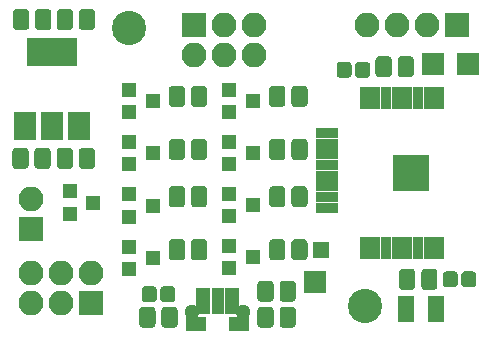
<source format=gbr>
G04 #@! TF.GenerationSoftware,KiCad,Pcbnew,5.0.0*
G04 #@! TF.CreationDate,2018-12-15T19:13:02-05:00*
G04 #@! TF.ProjectId,BT_12V_SmartSwitch-panelized-SINGLE,42545F3132565F536D61727453776974,rev?*
G04 #@! TF.SameCoordinates,Original*
G04 #@! TF.FileFunction,Soldermask,Top*
G04 #@! TF.FilePolarity,Negative*
%FSLAX46Y46*%
G04 Gerber Fmt 4.6, Leading zero omitted, Abs format (unit mm)*
G04 Created by KiCad (PCBNEW 5.0.0) date Sat Dec 15 19:13:02 2018*
%MOMM*%
%LPD*%
G01*
G04 APERTURE LIST*
%ADD10R,0.900000X1.950000*%
%ADD11C,1.200000*%
%ADD12R,1.950000X0.900000*%
%ADD13R,3.100000X3.100000*%
%ADD14R,1.700000X1.300000*%
%ADD15C,1.300000*%
%ADD16R,1.150000X2.200000*%
%ADD17R,1.000000X2.200000*%
%ADD18R,1.400000X1.400000*%
%ADD19R,1.900000X1.900000*%
%ADD20R,2.100000X2.100000*%
%ADD21O,2.100000X2.100000*%
%ADD22C,0.100000*%
%ADD23C,1.275000*%
%ADD24C,1.375000*%
%ADD25R,1.300000X1.200000*%
%ADD26C,2.900000*%
%ADD27R,1.400000X2.200000*%
%ADD28R,4.200000X2.400000*%
%ADD29R,1.900000X2.400000*%
G04 APERTURE END LIST*
D10*
G04 #@! TO.C,U2*
X176274000Y-46150000D03*
D11*
X174750000Y-51600000D03*
X174750000Y-52500000D03*
X174750000Y-53400000D03*
X173850000Y-51600000D03*
X172950000Y-51600000D03*
X172950000Y-52500000D03*
X173850000Y-52500000D03*
X173850000Y-53400000D03*
X172950000Y-53400000D03*
D10*
X175374000Y-46150000D03*
X174474000Y-46150000D03*
X173574000Y-46150000D03*
X172674000Y-46150000D03*
X171774000Y-46140000D03*
X170874000Y-46150000D03*
X169974000Y-46150000D03*
D12*
X166750000Y-49125000D03*
X166750000Y-50025000D03*
X166750000Y-50925000D03*
X166750000Y-51825000D03*
X166750000Y-52725000D03*
X166750000Y-53625000D03*
X166750000Y-54525000D03*
X166750000Y-55425000D03*
D10*
X173574000Y-58850000D03*
X176274000Y-58850000D03*
X170874000Y-58850000D03*
X169974000Y-58850000D03*
X171774000Y-58840000D03*
X174474000Y-58850000D03*
X175374000Y-58850000D03*
X172674000Y-58850000D03*
D13*
X173850000Y-52500000D03*
G04 #@! TD*
D14*
G04 #@! TO.C,SW1*
X155650000Y-65300000D03*
X159350000Y-65300000D03*
D15*
X155375000Y-64250000D03*
X159625000Y-64250000D03*
D16*
X158725000Y-63350000D03*
D17*
X157500000Y-63350000D03*
D16*
X156275000Y-63350000D03*
G04 #@! TD*
D18*
G04 #@! TO.C,TP1*
X166250000Y-59000000D03*
G04 #@! TD*
D19*
G04 #@! TO.C,TP2*
X165750000Y-61750000D03*
G04 #@! TD*
G04 #@! TO.C,TP4*
X178750000Y-43250000D03*
G04 #@! TD*
G04 #@! TO.C,TP3*
X175750000Y-43250000D03*
G04 #@! TD*
D20*
G04 #@! TO.C,J3*
X177750000Y-40000000D03*
D21*
X175210000Y-40000000D03*
X172670000Y-40000000D03*
X170130000Y-40000000D03*
G04 #@! TD*
D22*
G04 #@! TO.C,C7*
G36*
X153637493Y-62076535D02*
X153668435Y-62081125D01*
X153698778Y-62088725D01*
X153728230Y-62099263D01*
X153756508Y-62112638D01*
X153783338Y-62128719D01*
X153808463Y-62147353D01*
X153831640Y-62168360D01*
X153852647Y-62191537D01*
X153871281Y-62216662D01*
X153887362Y-62243492D01*
X153900737Y-62271770D01*
X153911275Y-62301222D01*
X153918875Y-62331565D01*
X153923465Y-62362507D01*
X153925000Y-62393750D01*
X153925000Y-63106250D01*
X153923465Y-63137493D01*
X153918875Y-63168435D01*
X153911275Y-63198778D01*
X153900737Y-63228230D01*
X153887362Y-63256508D01*
X153871281Y-63283338D01*
X153852647Y-63308463D01*
X153831640Y-63331640D01*
X153808463Y-63352647D01*
X153783338Y-63371281D01*
X153756508Y-63387362D01*
X153728230Y-63400737D01*
X153698778Y-63411275D01*
X153668435Y-63418875D01*
X153637493Y-63423465D01*
X153606250Y-63425000D01*
X152968750Y-63425000D01*
X152937507Y-63423465D01*
X152906565Y-63418875D01*
X152876222Y-63411275D01*
X152846770Y-63400737D01*
X152818492Y-63387362D01*
X152791662Y-63371281D01*
X152766537Y-63352647D01*
X152743360Y-63331640D01*
X152722353Y-63308463D01*
X152703719Y-63283338D01*
X152687638Y-63256508D01*
X152674263Y-63228230D01*
X152663725Y-63198778D01*
X152656125Y-63168435D01*
X152651535Y-63137493D01*
X152650000Y-63106250D01*
X152650000Y-62393750D01*
X152651535Y-62362507D01*
X152656125Y-62331565D01*
X152663725Y-62301222D01*
X152674263Y-62271770D01*
X152687638Y-62243492D01*
X152703719Y-62216662D01*
X152722353Y-62191537D01*
X152743360Y-62168360D01*
X152766537Y-62147353D01*
X152791662Y-62128719D01*
X152818492Y-62112638D01*
X152846770Y-62099263D01*
X152876222Y-62088725D01*
X152906565Y-62081125D01*
X152937507Y-62076535D01*
X152968750Y-62075000D01*
X153606250Y-62075000D01*
X153637493Y-62076535D01*
X153637493Y-62076535D01*
G37*
D23*
X153287500Y-62750000D03*
D22*
G36*
X152062493Y-62076535D02*
X152093435Y-62081125D01*
X152123778Y-62088725D01*
X152153230Y-62099263D01*
X152181508Y-62112638D01*
X152208338Y-62128719D01*
X152233463Y-62147353D01*
X152256640Y-62168360D01*
X152277647Y-62191537D01*
X152296281Y-62216662D01*
X152312362Y-62243492D01*
X152325737Y-62271770D01*
X152336275Y-62301222D01*
X152343875Y-62331565D01*
X152348465Y-62362507D01*
X152350000Y-62393750D01*
X152350000Y-63106250D01*
X152348465Y-63137493D01*
X152343875Y-63168435D01*
X152336275Y-63198778D01*
X152325737Y-63228230D01*
X152312362Y-63256508D01*
X152296281Y-63283338D01*
X152277647Y-63308463D01*
X152256640Y-63331640D01*
X152233463Y-63352647D01*
X152208338Y-63371281D01*
X152181508Y-63387362D01*
X152153230Y-63400737D01*
X152123778Y-63411275D01*
X152093435Y-63418875D01*
X152062493Y-63423465D01*
X152031250Y-63425000D01*
X151393750Y-63425000D01*
X151362507Y-63423465D01*
X151331565Y-63418875D01*
X151301222Y-63411275D01*
X151271770Y-63400737D01*
X151243492Y-63387362D01*
X151216662Y-63371281D01*
X151191537Y-63352647D01*
X151168360Y-63331640D01*
X151147353Y-63308463D01*
X151128719Y-63283338D01*
X151112638Y-63256508D01*
X151099263Y-63228230D01*
X151088725Y-63198778D01*
X151081125Y-63168435D01*
X151076535Y-63137493D01*
X151075000Y-63106250D01*
X151075000Y-62393750D01*
X151076535Y-62362507D01*
X151081125Y-62331565D01*
X151088725Y-62301222D01*
X151099263Y-62271770D01*
X151112638Y-62243492D01*
X151128719Y-62216662D01*
X151147353Y-62191537D01*
X151168360Y-62168360D01*
X151191537Y-62147353D01*
X151216662Y-62128719D01*
X151243492Y-62112638D01*
X151271770Y-62099263D01*
X151301222Y-62088725D01*
X151331565Y-62081125D01*
X151362507Y-62076535D01*
X151393750Y-62075000D01*
X152031250Y-62075000D01*
X152062493Y-62076535D01*
X152062493Y-62076535D01*
G37*
D23*
X151712500Y-62750000D03*
G04 #@! TD*
D22*
G04 #@! TO.C,C3*
G36*
X173814943Y-42601655D02*
X173848312Y-42606605D01*
X173881035Y-42614802D01*
X173912797Y-42626166D01*
X173943293Y-42640590D01*
X173972227Y-42657932D01*
X173999323Y-42678028D01*
X174024318Y-42700682D01*
X174046972Y-42725677D01*
X174067068Y-42752773D01*
X174084410Y-42781707D01*
X174098834Y-42812203D01*
X174110198Y-42843965D01*
X174118395Y-42876688D01*
X174123345Y-42910057D01*
X174125000Y-42943750D01*
X174125000Y-44056250D01*
X174123345Y-44089943D01*
X174118395Y-44123312D01*
X174110198Y-44156035D01*
X174098834Y-44187797D01*
X174084410Y-44218293D01*
X174067068Y-44247227D01*
X174046972Y-44274323D01*
X174024318Y-44299318D01*
X173999323Y-44321972D01*
X173972227Y-44342068D01*
X173943293Y-44359410D01*
X173912797Y-44373834D01*
X173881035Y-44385198D01*
X173848312Y-44393395D01*
X173814943Y-44398345D01*
X173781250Y-44400000D01*
X173093750Y-44400000D01*
X173060057Y-44398345D01*
X173026688Y-44393395D01*
X172993965Y-44385198D01*
X172962203Y-44373834D01*
X172931707Y-44359410D01*
X172902773Y-44342068D01*
X172875677Y-44321972D01*
X172850682Y-44299318D01*
X172828028Y-44274323D01*
X172807932Y-44247227D01*
X172790590Y-44218293D01*
X172776166Y-44187797D01*
X172764802Y-44156035D01*
X172756605Y-44123312D01*
X172751655Y-44089943D01*
X172750000Y-44056250D01*
X172750000Y-42943750D01*
X172751655Y-42910057D01*
X172756605Y-42876688D01*
X172764802Y-42843965D01*
X172776166Y-42812203D01*
X172790590Y-42781707D01*
X172807932Y-42752773D01*
X172828028Y-42725677D01*
X172850682Y-42700682D01*
X172875677Y-42678028D01*
X172902773Y-42657932D01*
X172931707Y-42640590D01*
X172962203Y-42626166D01*
X172993965Y-42614802D01*
X173026688Y-42606605D01*
X173060057Y-42601655D01*
X173093750Y-42600000D01*
X173781250Y-42600000D01*
X173814943Y-42601655D01*
X173814943Y-42601655D01*
G37*
D24*
X173437500Y-43500000D03*
D22*
G36*
X171939943Y-42601655D02*
X171973312Y-42606605D01*
X172006035Y-42614802D01*
X172037797Y-42626166D01*
X172068293Y-42640590D01*
X172097227Y-42657932D01*
X172124323Y-42678028D01*
X172149318Y-42700682D01*
X172171972Y-42725677D01*
X172192068Y-42752773D01*
X172209410Y-42781707D01*
X172223834Y-42812203D01*
X172235198Y-42843965D01*
X172243395Y-42876688D01*
X172248345Y-42910057D01*
X172250000Y-42943750D01*
X172250000Y-44056250D01*
X172248345Y-44089943D01*
X172243395Y-44123312D01*
X172235198Y-44156035D01*
X172223834Y-44187797D01*
X172209410Y-44218293D01*
X172192068Y-44247227D01*
X172171972Y-44274323D01*
X172149318Y-44299318D01*
X172124323Y-44321972D01*
X172097227Y-44342068D01*
X172068293Y-44359410D01*
X172037797Y-44373834D01*
X172006035Y-44385198D01*
X171973312Y-44393395D01*
X171939943Y-44398345D01*
X171906250Y-44400000D01*
X171218750Y-44400000D01*
X171185057Y-44398345D01*
X171151688Y-44393395D01*
X171118965Y-44385198D01*
X171087203Y-44373834D01*
X171056707Y-44359410D01*
X171027773Y-44342068D01*
X171000677Y-44321972D01*
X170975682Y-44299318D01*
X170953028Y-44274323D01*
X170932932Y-44247227D01*
X170915590Y-44218293D01*
X170901166Y-44187797D01*
X170889802Y-44156035D01*
X170881605Y-44123312D01*
X170876655Y-44089943D01*
X170875000Y-44056250D01*
X170875000Y-42943750D01*
X170876655Y-42910057D01*
X170881605Y-42876688D01*
X170889802Y-42843965D01*
X170901166Y-42812203D01*
X170915590Y-42781707D01*
X170932932Y-42752773D01*
X170953028Y-42725677D01*
X170975682Y-42700682D01*
X171000677Y-42678028D01*
X171027773Y-42657932D01*
X171056707Y-42640590D01*
X171087203Y-42626166D01*
X171118965Y-42614802D01*
X171151688Y-42606605D01*
X171185057Y-42601655D01*
X171218750Y-42600000D01*
X171906250Y-42600000D01*
X171939943Y-42601655D01*
X171939943Y-42601655D01*
G37*
D24*
X171562500Y-43500000D03*
G04 #@! TD*
D22*
G04 #@! TO.C,C6*
G36*
X173939943Y-60601655D02*
X173973312Y-60606605D01*
X174006035Y-60614802D01*
X174037797Y-60626166D01*
X174068293Y-60640590D01*
X174097227Y-60657932D01*
X174124323Y-60678028D01*
X174149318Y-60700682D01*
X174171972Y-60725677D01*
X174192068Y-60752773D01*
X174209410Y-60781707D01*
X174223834Y-60812203D01*
X174235198Y-60843965D01*
X174243395Y-60876688D01*
X174248345Y-60910057D01*
X174250000Y-60943750D01*
X174250000Y-62056250D01*
X174248345Y-62089943D01*
X174243395Y-62123312D01*
X174235198Y-62156035D01*
X174223834Y-62187797D01*
X174209410Y-62218293D01*
X174192068Y-62247227D01*
X174171972Y-62274323D01*
X174149318Y-62299318D01*
X174124323Y-62321972D01*
X174097227Y-62342068D01*
X174068293Y-62359410D01*
X174037797Y-62373834D01*
X174006035Y-62385198D01*
X173973312Y-62393395D01*
X173939943Y-62398345D01*
X173906250Y-62400000D01*
X173218750Y-62400000D01*
X173185057Y-62398345D01*
X173151688Y-62393395D01*
X173118965Y-62385198D01*
X173087203Y-62373834D01*
X173056707Y-62359410D01*
X173027773Y-62342068D01*
X173000677Y-62321972D01*
X172975682Y-62299318D01*
X172953028Y-62274323D01*
X172932932Y-62247227D01*
X172915590Y-62218293D01*
X172901166Y-62187797D01*
X172889802Y-62156035D01*
X172881605Y-62123312D01*
X172876655Y-62089943D01*
X172875000Y-62056250D01*
X172875000Y-60943750D01*
X172876655Y-60910057D01*
X172881605Y-60876688D01*
X172889802Y-60843965D01*
X172901166Y-60812203D01*
X172915590Y-60781707D01*
X172932932Y-60752773D01*
X172953028Y-60725677D01*
X172975682Y-60700682D01*
X173000677Y-60678028D01*
X173027773Y-60657932D01*
X173056707Y-60640590D01*
X173087203Y-60626166D01*
X173118965Y-60614802D01*
X173151688Y-60606605D01*
X173185057Y-60601655D01*
X173218750Y-60600000D01*
X173906250Y-60600000D01*
X173939943Y-60601655D01*
X173939943Y-60601655D01*
G37*
D24*
X173562500Y-61500000D03*
D22*
G36*
X175814943Y-60601655D02*
X175848312Y-60606605D01*
X175881035Y-60614802D01*
X175912797Y-60626166D01*
X175943293Y-60640590D01*
X175972227Y-60657932D01*
X175999323Y-60678028D01*
X176024318Y-60700682D01*
X176046972Y-60725677D01*
X176067068Y-60752773D01*
X176084410Y-60781707D01*
X176098834Y-60812203D01*
X176110198Y-60843965D01*
X176118395Y-60876688D01*
X176123345Y-60910057D01*
X176125000Y-60943750D01*
X176125000Y-62056250D01*
X176123345Y-62089943D01*
X176118395Y-62123312D01*
X176110198Y-62156035D01*
X176098834Y-62187797D01*
X176084410Y-62218293D01*
X176067068Y-62247227D01*
X176046972Y-62274323D01*
X176024318Y-62299318D01*
X175999323Y-62321972D01*
X175972227Y-62342068D01*
X175943293Y-62359410D01*
X175912797Y-62373834D01*
X175881035Y-62385198D01*
X175848312Y-62393395D01*
X175814943Y-62398345D01*
X175781250Y-62400000D01*
X175093750Y-62400000D01*
X175060057Y-62398345D01*
X175026688Y-62393395D01*
X174993965Y-62385198D01*
X174962203Y-62373834D01*
X174931707Y-62359410D01*
X174902773Y-62342068D01*
X174875677Y-62321972D01*
X174850682Y-62299318D01*
X174828028Y-62274323D01*
X174807932Y-62247227D01*
X174790590Y-62218293D01*
X174776166Y-62187797D01*
X174764802Y-62156035D01*
X174756605Y-62123312D01*
X174751655Y-62089943D01*
X174750000Y-62056250D01*
X174750000Y-60943750D01*
X174751655Y-60910057D01*
X174756605Y-60876688D01*
X174764802Y-60843965D01*
X174776166Y-60812203D01*
X174790590Y-60781707D01*
X174807932Y-60752773D01*
X174828028Y-60725677D01*
X174850682Y-60700682D01*
X174875677Y-60678028D01*
X174902773Y-60657932D01*
X174931707Y-60640590D01*
X174962203Y-60626166D01*
X174993965Y-60614802D01*
X175026688Y-60606605D01*
X175060057Y-60601655D01*
X175093750Y-60600000D01*
X175781250Y-60600000D01*
X175814943Y-60601655D01*
X175814943Y-60601655D01*
G37*
D24*
X175437500Y-61500000D03*
G04 #@! TD*
D22*
G04 #@! TO.C,C2*
G36*
X143064943Y-50351655D02*
X143098312Y-50356605D01*
X143131035Y-50364802D01*
X143162797Y-50376166D01*
X143193293Y-50390590D01*
X143222227Y-50407932D01*
X143249323Y-50428028D01*
X143274318Y-50450682D01*
X143296972Y-50475677D01*
X143317068Y-50502773D01*
X143334410Y-50531707D01*
X143348834Y-50562203D01*
X143360198Y-50593965D01*
X143368395Y-50626688D01*
X143373345Y-50660057D01*
X143375000Y-50693750D01*
X143375000Y-51806250D01*
X143373345Y-51839943D01*
X143368395Y-51873312D01*
X143360198Y-51906035D01*
X143348834Y-51937797D01*
X143334410Y-51968293D01*
X143317068Y-51997227D01*
X143296972Y-52024323D01*
X143274318Y-52049318D01*
X143249323Y-52071972D01*
X143222227Y-52092068D01*
X143193293Y-52109410D01*
X143162797Y-52123834D01*
X143131035Y-52135198D01*
X143098312Y-52143395D01*
X143064943Y-52148345D01*
X143031250Y-52150000D01*
X142343750Y-52150000D01*
X142310057Y-52148345D01*
X142276688Y-52143395D01*
X142243965Y-52135198D01*
X142212203Y-52123834D01*
X142181707Y-52109410D01*
X142152773Y-52092068D01*
X142125677Y-52071972D01*
X142100682Y-52049318D01*
X142078028Y-52024323D01*
X142057932Y-51997227D01*
X142040590Y-51968293D01*
X142026166Y-51937797D01*
X142014802Y-51906035D01*
X142006605Y-51873312D01*
X142001655Y-51839943D01*
X142000000Y-51806250D01*
X142000000Y-50693750D01*
X142001655Y-50660057D01*
X142006605Y-50626688D01*
X142014802Y-50593965D01*
X142026166Y-50562203D01*
X142040590Y-50531707D01*
X142057932Y-50502773D01*
X142078028Y-50475677D01*
X142100682Y-50450682D01*
X142125677Y-50428028D01*
X142152773Y-50407932D01*
X142181707Y-50390590D01*
X142212203Y-50376166D01*
X142243965Y-50364802D01*
X142276688Y-50356605D01*
X142310057Y-50351655D01*
X142343750Y-50350000D01*
X143031250Y-50350000D01*
X143064943Y-50351655D01*
X143064943Y-50351655D01*
G37*
D24*
X142687500Y-51250000D03*
D22*
G36*
X141189943Y-50351655D02*
X141223312Y-50356605D01*
X141256035Y-50364802D01*
X141287797Y-50376166D01*
X141318293Y-50390590D01*
X141347227Y-50407932D01*
X141374323Y-50428028D01*
X141399318Y-50450682D01*
X141421972Y-50475677D01*
X141442068Y-50502773D01*
X141459410Y-50531707D01*
X141473834Y-50562203D01*
X141485198Y-50593965D01*
X141493395Y-50626688D01*
X141498345Y-50660057D01*
X141500000Y-50693750D01*
X141500000Y-51806250D01*
X141498345Y-51839943D01*
X141493395Y-51873312D01*
X141485198Y-51906035D01*
X141473834Y-51937797D01*
X141459410Y-51968293D01*
X141442068Y-51997227D01*
X141421972Y-52024323D01*
X141399318Y-52049318D01*
X141374323Y-52071972D01*
X141347227Y-52092068D01*
X141318293Y-52109410D01*
X141287797Y-52123834D01*
X141256035Y-52135198D01*
X141223312Y-52143395D01*
X141189943Y-52148345D01*
X141156250Y-52150000D01*
X140468750Y-52150000D01*
X140435057Y-52148345D01*
X140401688Y-52143395D01*
X140368965Y-52135198D01*
X140337203Y-52123834D01*
X140306707Y-52109410D01*
X140277773Y-52092068D01*
X140250677Y-52071972D01*
X140225682Y-52049318D01*
X140203028Y-52024323D01*
X140182932Y-51997227D01*
X140165590Y-51968293D01*
X140151166Y-51937797D01*
X140139802Y-51906035D01*
X140131605Y-51873312D01*
X140126655Y-51839943D01*
X140125000Y-51806250D01*
X140125000Y-50693750D01*
X140126655Y-50660057D01*
X140131605Y-50626688D01*
X140139802Y-50593965D01*
X140151166Y-50562203D01*
X140165590Y-50531707D01*
X140182932Y-50502773D01*
X140203028Y-50475677D01*
X140225682Y-50450682D01*
X140250677Y-50428028D01*
X140277773Y-50407932D01*
X140306707Y-50390590D01*
X140337203Y-50376166D01*
X140368965Y-50364802D01*
X140401688Y-50356605D01*
X140435057Y-50351655D01*
X140468750Y-50350000D01*
X141156250Y-50350000D01*
X141189943Y-50351655D01*
X141189943Y-50351655D01*
G37*
D24*
X140812500Y-51250000D03*
G04 #@! TD*
D20*
G04 #@! TO.C,J1*
X141750000Y-57250000D03*
D21*
X141750000Y-54710000D03*
G04 #@! TD*
G04 #@! TO.C,J4*
X160580000Y-42540000D03*
X160580000Y-40000000D03*
X158040000Y-42540000D03*
X158040000Y-40000000D03*
X155500000Y-42540000D03*
D20*
X155500000Y-40000000D03*
G04 #@! TD*
G04 #@! TO.C,J2*
X146750000Y-63500000D03*
D21*
X146750000Y-60960000D03*
X144210000Y-63500000D03*
X144210000Y-60960000D03*
X141670000Y-63500000D03*
X141670000Y-60960000D03*
G04 #@! TD*
D25*
G04 #@! TO.C,Q7*
X160500000Y-46400000D03*
X158500000Y-47350000D03*
X158500000Y-45450000D03*
G04 #@! TD*
G04 #@! TO.C,Q4*
X150000000Y-58750000D03*
X150000000Y-60650000D03*
X152000000Y-59700000D03*
G04 #@! TD*
G04 #@! TO.C,Q9*
X152000000Y-46400000D03*
X150000000Y-47350000D03*
X150000000Y-45450000D03*
G04 #@! TD*
G04 #@! TO.C,Q8*
X150000000Y-49850000D03*
X150000000Y-51750000D03*
X152000000Y-50800000D03*
G04 #@! TD*
G04 #@! TO.C,Q6*
X160500000Y-50800000D03*
X158500000Y-51750000D03*
X158500000Y-49850000D03*
G04 #@! TD*
G04 #@! TO.C,Q5*
X150000000Y-54300000D03*
X150000000Y-56200000D03*
X152000000Y-55250000D03*
G04 #@! TD*
D22*
G04 #@! TO.C,R9*
G36*
X156314943Y-45101655D02*
X156348312Y-45106605D01*
X156381035Y-45114802D01*
X156412797Y-45126166D01*
X156443293Y-45140590D01*
X156472227Y-45157932D01*
X156499323Y-45178028D01*
X156524318Y-45200682D01*
X156546972Y-45225677D01*
X156567068Y-45252773D01*
X156584410Y-45281707D01*
X156598834Y-45312203D01*
X156610198Y-45343965D01*
X156618395Y-45376688D01*
X156623345Y-45410057D01*
X156625000Y-45443750D01*
X156625000Y-46556250D01*
X156623345Y-46589943D01*
X156618395Y-46623312D01*
X156610198Y-46656035D01*
X156598834Y-46687797D01*
X156584410Y-46718293D01*
X156567068Y-46747227D01*
X156546972Y-46774323D01*
X156524318Y-46799318D01*
X156499323Y-46821972D01*
X156472227Y-46842068D01*
X156443293Y-46859410D01*
X156412797Y-46873834D01*
X156381035Y-46885198D01*
X156348312Y-46893395D01*
X156314943Y-46898345D01*
X156281250Y-46900000D01*
X155593750Y-46900000D01*
X155560057Y-46898345D01*
X155526688Y-46893395D01*
X155493965Y-46885198D01*
X155462203Y-46873834D01*
X155431707Y-46859410D01*
X155402773Y-46842068D01*
X155375677Y-46821972D01*
X155350682Y-46799318D01*
X155328028Y-46774323D01*
X155307932Y-46747227D01*
X155290590Y-46718293D01*
X155276166Y-46687797D01*
X155264802Y-46656035D01*
X155256605Y-46623312D01*
X155251655Y-46589943D01*
X155250000Y-46556250D01*
X155250000Y-45443750D01*
X155251655Y-45410057D01*
X155256605Y-45376688D01*
X155264802Y-45343965D01*
X155276166Y-45312203D01*
X155290590Y-45281707D01*
X155307932Y-45252773D01*
X155328028Y-45225677D01*
X155350682Y-45200682D01*
X155375677Y-45178028D01*
X155402773Y-45157932D01*
X155431707Y-45140590D01*
X155462203Y-45126166D01*
X155493965Y-45114802D01*
X155526688Y-45106605D01*
X155560057Y-45101655D01*
X155593750Y-45100000D01*
X156281250Y-45100000D01*
X156314943Y-45101655D01*
X156314943Y-45101655D01*
G37*
D24*
X155937500Y-46000000D03*
D22*
G36*
X154439943Y-45101655D02*
X154473312Y-45106605D01*
X154506035Y-45114802D01*
X154537797Y-45126166D01*
X154568293Y-45140590D01*
X154597227Y-45157932D01*
X154624323Y-45178028D01*
X154649318Y-45200682D01*
X154671972Y-45225677D01*
X154692068Y-45252773D01*
X154709410Y-45281707D01*
X154723834Y-45312203D01*
X154735198Y-45343965D01*
X154743395Y-45376688D01*
X154748345Y-45410057D01*
X154750000Y-45443750D01*
X154750000Y-46556250D01*
X154748345Y-46589943D01*
X154743395Y-46623312D01*
X154735198Y-46656035D01*
X154723834Y-46687797D01*
X154709410Y-46718293D01*
X154692068Y-46747227D01*
X154671972Y-46774323D01*
X154649318Y-46799318D01*
X154624323Y-46821972D01*
X154597227Y-46842068D01*
X154568293Y-46859410D01*
X154537797Y-46873834D01*
X154506035Y-46885198D01*
X154473312Y-46893395D01*
X154439943Y-46898345D01*
X154406250Y-46900000D01*
X153718750Y-46900000D01*
X153685057Y-46898345D01*
X153651688Y-46893395D01*
X153618965Y-46885198D01*
X153587203Y-46873834D01*
X153556707Y-46859410D01*
X153527773Y-46842068D01*
X153500677Y-46821972D01*
X153475682Y-46799318D01*
X153453028Y-46774323D01*
X153432932Y-46747227D01*
X153415590Y-46718293D01*
X153401166Y-46687797D01*
X153389802Y-46656035D01*
X153381605Y-46623312D01*
X153376655Y-46589943D01*
X153375000Y-46556250D01*
X153375000Y-45443750D01*
X153376655Y-45410057D01*
X153381605Y-45376688D01*
X153389802Y-45343965D01*
X153401166Y-45312203D01*
X153415590Y-45281707D01*
X153432932Y-45252773D01*
X153453028Y-45225677D01*
X153475682Y-45200682D01*
X153500677Y-45178028D01*
X153527773Y-45157932D01*
X153556707Y-45140590D01*
X153587203Y-45126166D01*
X153618965Y-45114802D01*
X153651688Y-45106605D01*
X153685057Y-45101655D01*
X153718750Y-45100000D01*
X154406250Y-45100000D01*
X154439943Y-45101655D01*
X154439943Y-45101655D01*
G37*
D24*
X154062500Y-46000000D03*
G04 #@! TD*
D22*
G04 #@! TO.C,R10*
G36*
X153814943Y-63801655D02*
X153848312Y-63806605D01*
X153881035Y-63814802D01*
X153912797Y-63826166D01*
X153943293Y-63840590D01*
X153972227Y-63857932D01*
X153999323Y-63878028D01*
X154024318Y-63900682D01*
X154046972Y-63925677D01*
X154067068Y-63952773D01*
X154084410Y-63981707D01*
X154098834Y-64012203D01*
X154110198Y-64043965D01*
X154118395Y-64076688D01*
X154123345Y-64110057D01*
X154125000Y-64143750D01*
X154125000Y-65256250D01*
X154123345Y-65289943D01*
X154118395Y-65323312D01*
X154110198Y-65356035D01*
X154098834Y-65387797D01*
X154084410Y-65418293D01*
X154067068Y-65447227D01*
X154046972Y-65474323D01*
X154024318Y-65499318D01*
X153999323Y-65521972D01*
X153972227Y-65542068D01*
X153943293Y-65559410D01*
X153912797Y-65573834D01*
X153881035Y-65585198D01*
X153848312Y-65593395D01*
X153814943Y-65598345D01*
X153781250Y-65600000D01*
X153093750Y-65600000D01*
X153060057Y-65598345D01*
X153026688Y-65593395D01*
X152993965Y-65585198D01*
X152962203Y-65573834D01*
X152931707Y-65559410D01*
X152902773Y-65542068D01*
X152875677Y-65521972D01*
X152850682Y-65499318D01*
X152828028Y-65474323D01*
X152807932Y-65447227D01*
X152790590Y-65418293D01*
X152776166Y-65387797D01*
X152764802Y-65356035D01*
X152756605Y-65323312D01*
X152751655Y-65289943D01*
X152750000Y-65256250D01*
X152750000Y-64143750D01*
X152751655Y-64110057D01*
X152756605Y-64076688D01*
X152764802Y-64043965D01*
X152776166Y-64012203D01*
X152790590Y-63981707D01*
X152807932Y-63952773D01*
X152828028Y-63925677D01*
X152850682Y-63900682D01*
X152875677Y-63878028D01*
X152902773Y-63857932D01*
X152931707Y-63840590D01*
X152962203Y-63826166D01*
X152993965Y-63814802D01*
X153026688Y-63806605D01*
X153060057Y-63801655D01*
X153093750Y-63800000D01*
X153781250Y-63800000D01*
X153814943Y-63801655D01*
X153814943Y-63801655D01*
G37*
D24*
X153437500Y-64700000D03*
D22*
G36*
X151939943Y-63801655D02*
X151973312Y-63806605D01*
X152006035Y-63814802D01*
X152037797Y-63826166D01*
X152068293Y-63840590D01*
X152097227Y-63857932D01*
X152124323Y-63878028D01*
X152149318Y-63900682D01*
X152171972Y-63925677D01*
X152192068Y-63952773D01*
X152209410Y-63981707D01*
X152223834Y-64012203D01*
X152235198Y-64043965D01*
X152243395Y-64076688D01*
X152248345Y-64110057D01*
X152250000Y-64143750D01*
X152250000Y-65256250D01*
X152248345Y-65289943D01*
X152243395Y-65323312D01*
X152235198Y-65356035D01*
X152223834Y-65387797D01*
X152209410Y-65418293D01*
X152192068Y-65447227D01*
X152171972Y-65474323D01*
X152149318Y-65499318D01*
X152124323Y-65521972D01*
X152097227Y-65542068D01*
X152068293Y-65559410D01*
X152037797Y-65573834D01*
X152006035Y-65585198D01*
X151973312Y-65593395D01*
X151939943Y-65598345D01*
X151906250Y-65600000D01*
X151218750Y-65600000D01*
X151185057Y-65598345D01*
X151151688Y-65593395D01*
X151118965Y-65585198D01*
X151087203Y-65573834D01*
X151056707Y-65559410D01*
X151027773Y-65542068D01*
X151000677Y-65521972D01*
X150975682Y-65499318D01*
X150953028Y-65474323D01*
X150932932Y-65447227D01*
X150915590Y-65418293D01*
X150901166Y-65387797D01*
X150889802Y-65356035D01*
X150881605Y-65323312D01*
X150876655Y-65289943D01*
X150875000Y-65256250D01*
X150875000Y-64143750D01*
X150876655Y-64110057D01*
X150881605Y-64076688D01*
X150889802Y-64043965D01*
X150901166Y-64012203D01*
X150915590Y-63981707D01*
X150932932Y-63952773D01*
X150953028Y-63925677D01*
X150975682Y-63900682D01*
X151000677Y-63878028D01*
X151027773Y-63857932D01*
X151056707Y-63840590D01*
X151087203Y-63826166D01*
X151118965Y-63814802D01*
X151151688Y-63806605D01*
X151185057Y-63801655D01*
X151218750Y-63800000D01*
X151906250Y-63800000D01*
X151939943Y-63801655D01*
X151939943Y-63801655D01*
G37*
D24*
X151562500Y-64700000D03*
G04 #@! TD*
D22*
G04 #@! TO.C,R11*
G36*
X163814943Y-61601655D02*
X163848312Y-61606605D01*
X163881035Y-61614802D01*
X163912797Y-61626166D01*
X163943293Y-61640590D01*
X163972227Y-61657932D01*
X163999323Y-61678028D01*
X164024318Y-61700682D01*
X164046972Y-61725677D01*
X164067068Y-61752773D01*
X164084410Y-61781707D01*
X164098834Y-61812203D01*
X164110198Y-61843965D01*
X164118395Y-61876688D01*
X164123345Y-61910057D01*
X164125000Y-61943750D01*
X164125000Y-63056250D01*
X164123345Y-63089943D01*
X164118395Y-63123312D01*
X164110198Y-63156035D01*
X164098834Y-63187797D01*
X164084410Y-63218293D01*
X164067068Y-63247227D01*
X164046972Y-63274323D01*
X164024318Y-63299318D01*
X163999323Y-63321972D01*
X163972227Y-63342068D01*
X163943293Y-63359410D01*
X163912797Y-63373834D01*
X163881035Y-63385198D01*
X163848312Y-63393395D01*
X163814943Y-63398345D01*
X163781250Y-63400000D01*
X163093750Y-63400000D01*
X163060057Y-63398345D01*
X163026688Y-63393395D01*
X162993965Y-63385198D01*
X162962203Y-63373834D01*
X162931707Y-63359410D01*
X162902773Y-63342068D01*
X162875677Y-63321972D01*
X162850682Y-63299318D01*
X162828028Y-63274323D01*
X162807932Y-63247227D01*
X162790590Y-63218293D01*
X162776166Y-63187797D01*
X162764802Y-63156035D01*
X162756605Y-63123312D01*
X162751655Y-63089943D01*
X162750000Y-63056250D01*
X162750000Y-61943750D01*
X162751655Y-61910057D01*
X162756605Y-61876688D01*
X162764802Y-61843965D01*
X162776166Y-61812203D01*
X162790590Y-61781707D01*
X162807932Y-61752773D01*
X162828028Y-61725677D01*
X162850682Y-61700682D01*
X162875677Y-61678028D01*
X162902773Y-61657932D01*
X162931707Y-61640590D01*
X162962203Y-61626166D01*
X162993965Y-61614802D01*
X163026688Y-61606605D01*
X163060057Y-61601655D01*
X163093750Y-61600000D01*
X163781250Y-61600000D01*
X163814943Y-61601655D01*
X163814943Y-61601655D01*
G37*
D24*
X163437500Y-62500000D03*
D22*
G36*
X161939943Y-61601655D02*
X161973312Y-61606605D01*
X162006035Y-61614802D01*
X162037797Y-61626166D01*
X162068293Y-61640590D01*
X162097227Y-61657932D01*
X162124323Y-61678028D01*
X162149318Y-61700682D01*
X162171972Y-61725677D01*
X162192068Y-61752773D01*
X162209410Y-61781707D01*
X162223834Y-61812203D01*
X162235198Y-61843965D01*
X162243395Y-61876688D01*
X162248345Y-61910057D01*
X162250000Y-61943750D01*
X162250000Y-63056250D01*
X162248345Y-63089943D01*
X162243395Y-63123312D01*
X162235198Y-63156035D01*
X162223834Y-63187797D01*
X162209410Y-63218293D01*
X162192068Y-63247227D01*
X162171972Y-63274323D01*
X162149318Y-63299318D01*
X162124323Y-63321972D01*
X162097227Y-63342068D01*
X162068293Y-63359410D01*
X162037797Y-63373834D01*
X162006035Y-63385198D01*
X161973312Y-63393395D01*
X161939943Y-63398345D01*
X161906250Y-63400000D01*
X161218750Y-63400000D01*
X161185057Y-63398345D01*
X161151688Y-63393395D01*
X161118965Y-63385198D01*
X161087203Y-63373834D01*
X161056707Y-63359410D01*
X161027773Y-63342068D01*
X161000677Y-63321972D01*
X160975682Y-63299318D01*
X160953028Y-63274323D01*
X160932932Y-63247227D01*
X160915590Y-63218293D01*
X160901166Y-63187797D01*
X160889802Y-63156035D01*
X160881605Y-63123312D01*
X160876655Y-63089943D01*
X160875000Y-63056250D01*
X160875000Y-61943750D01*
X160876655Y-61910057D01*
X160881605Y-61876688D01*
X160889802Y-61843965D01*
X160901166Y-61812203D01*
X160915590Y-61781707D01*
X160932932Y-61752773D01*
X160953028Y-61725677D01*
X160975682Y-61700682D01*
X161000677Y-61678028D01*
X161027773Y-61657932D01*
X161056707Y-61640590D01*
X161087203Y-61626166D01*
X161118965Y-61614802D01*
X161151688Y-61606605D01*
X161185057Y-61601655D01*
X161218750Y-61600000D01*
X161906250Y-61600000D01*
X161939943Y-61601655D01*
X161939943Y-61601655D01*
G37*
D24*
X161562500Y-62500000D03*
G04 #@! TD*
D22*
G04 #@! TO.C,R6*
G36*
X164814943Y-49601655D02*
X164848312Y-49606605D01*
X164881035Y-49614802D01*
X164912797Y-49626166D01*
X164943293Y-49640590D01*
X164972227Y-49657932D01*
X164999323Y-49678028D01*
X165024318Y-49700682D01*
X165046972Y-49725677D01*
X165067068Y-49752773D01*
X165084410Y-49781707D01*
X165098834Y-49812203D01*
X165110198Y-49843965D01*
X165118395Y-49876688D01*
X165123345Y-49910057D01*
X165125000Y-49943750D01*
X165125000Y-51056250D01*
X165123345Y-51089943D01*
X165118395Y-51123312D01*
X165110198Y-51156035D01*
X165098834Y-51187797D01*
X165084410Y-51218293D01*
X165067068Y-51247227D01*
X165046972Y-51274323D01*
X165024318Y-51299318D01*
X164999323Y-51321972D01*
X164972227Y-51342068D01*
X164943293Y-51359410D01*
X164912797Y-51373834D01*
X164881035Y-51385198D01*
X164848312Y-51393395D01*
X164814943Y-51398345D01*
X164781250Y-51400000D01*
X164093750Y-51400000D01*
X164060057Y-51398345D01*
X164026688Y-51393395D01*
X163993965Y-51385198D01*
X163962203Y-51373834D01*
X163931707Y-51359410D01*
X163902773Y-51342068D01*
X163875677Y-51321972D01*
X163850682Y-51299318D01*
X163828028Y-51274323D01*
X163807932Y-51247227D01*
X163790590Y-51218293D01*
X163776166Y-51187797D01*
X163764802Y-51156035D01*
X163756605Y-51123312D01*
X163751655Y-51089943D01*
X163750000Y-51056250D01*
X163750000Y-49943750D01*
X163751655Y-49910057D01*
X163756605Y-49876688D01*
X163764802Y-49843965D01*
X163776166Y-49812203D01*
X163790590Y-49781707D01*
X163807932Y-49752773D01*
X163828028Y-49725677D01*
X163850682Y-49700682D01*
X163875677Y-49678028D01*
X163902773Y-49657932D01*
X163931707Y-49640590D01*
X163962203Y-49626166D01*
X163993965Y-49614802D01*
X164026688Y-49606605D01*
X164060057Y-49601655D01*
X164093750Y-49600000D01*
X164781250Y-49600000D01*
X164814943Y-49601655D01*
X164814943Y-49601655D01*
G37*
D24*
X164437500Y-50500000D03*
D22*
G36*
X162939943Y-49601655D02*
X162973312Y-49606605D01*
X163006035Y-49614802D01*
X163037797Y-49626166D01*
X163068293Y-49640590D01*
X163097227Y-49657932D01*
X163124323Y-49678028D01*
X163149318Y-49700682D01*
X163171972Y-49725677D01*
X163192068Y-49752773D01*
X163209410Y-49781707D01*
X163223834Y-49812203D01*
X163235198Y-49843965D01*
X163243395Y-49876688D01*
X163248345Y-49910057D01*
X163250000Y-49943750D01*
X163250000Y-51056250D01*
X163248345Y-51089943D01*
X163243395Y-51123312D01*
X163235198Y-51156035D01*
X163223834Y-51187797D01*
X163209410Y-51218293D01*
X163192068Y-51247227D01*
X163171972Y-51274323D01*
X163149318Y-51299318D01*
X163124323Y-51321972D01*
X163097227Y-51342068D01*
X163068293Y-51359410D01*
X163037797Y-51373834D01*
X163006035Y-51385198D01*
X162973312Y-51393395D01*
X162939943Y-51398345D01*
X162906250Y-51400000D01*
X162218750Y-51400000D01*
X162185057Y-51398345D01*
X162151688Y-51393395D01*
X162118965Y-51385198D01*
X162087203Y-51373834D01*
X162056707Y-51359410D01*
X162027773Y-51342068D01*
X162000677Y-51321972D01*
X161975682Y-51299318D01*
X161953028Y-51274323D01*
X161932932Y-51247227D01*
X161915590Y-51218293D01*
X161901166Y-51187797D01*
X161889802Y-51156035D01*
X161881605Y-51123312D01*
X161876655Y-51089943D01*
X161875000Y-51056250D01*
X161875000Y-49943750D01*
X161876655Y-49910057D01*
X161881605Y-49876688D01*
X161889802Y-49843965D01*
X161901166Y-49812203D01*
X161915590Y-49781707D01*
X161932932Y-49752773D01*
X161953028Y-49725677D01*
X161975682Y-49700682D01*
X162000677Y-49678028D01*
X162027773Y-49657932D01*
X162056707Y-49640590D01*
X162087203Y-49626166D01*
X162118965Y-49614802D01*
X162151688Y-49606605D01*
X162185057Y-49601655D01*
X162218750Y-49600000D01*
X162906250Y-49600000D01*
X162939943Y-49601655D01*
X162939943Y-49601655D01*
G37*
D24*
X162562500Y-50500000D03*
G04 #@! TD*
D22*
G04 #@! TO.C,R7*
G36*
X162939943Y-45101655D02*
X162973312Y-45106605D01*
X163006035Y-45114802D01*
X163037797Y-45126166D01*
X163068293Y-45140590D01*
X163097227Y-45157932D01*
X163124323Y-45178028D01*
X163149318Y-45200682D01*
X163171972Y-45225677D01*
X163192068Y-45252773D01*
X163209410Y-45281707D01*
X163223834Y-45312203D01*
X163235198Y-45343965D01*
X163243395Y-45376688D01*
X163248345Y-45410057D01*
X163250000Y-45443750D01*
X163250000Y-46556250D01*
X163248345Y-46589943D01*
X163243395Y-46623312D01*
X163235198Y-46656035D01*
X163223834Y-46687797D01*
X163209410Y-46718293D01*
X163192068Y-46747227D01*
X163171972Y-46774323D01*
X163149318Y-46799318D01*
X163124323Y-46821972D01*
X163097227Y-46842068D01*
X163068293Y-46859410D01*
X163037797Y-46873834D01*
X163006035Y-46885198D01*
X162973312Y-46893395D01*
X162939943Y-46898345D01*
X162906250Y-46900000D01*
X162218750Y-46900000D01*
X162185057Y-46898345D01*
X162151688Y-46893395D01*
X162118965Y-46885198D01*
X162087203Y-46873834D01*
X162056707Y-46859410D01*
X162027773Y-46842068D01*
X162000677Y-46821972D01*
X161975682Y-46799318D01*
X161953028Y-46774323D01*
X161932932Y-46747227D01*
X161915590Y-46718293D01*
X161901166Y-46687797D01*
X161889802Y-46656035D01*
X161881605Y-46623312D01*
X161876655Y-46589943D01*
X161875000Y-46556250D01*
X161875000Y-45443750D01*
X161876655Y-45410057D01*
X161881605Y-45376688D01*
X161889802Y-45343965D01*
X161901166Y-45312203D01*
X161915590Y-45281707D01*
X161932932Y-45252773D01*
X161953028Y-45225677D01*
X161975682Y-45200682D01*
X162000677Y-45178028D01*
X162027773Y-45157932D01*
X162056707Y-45140590D01*
X162087203Y-45126166D01*
X162118965Y-45114802D01*
X162151688Y-45106605D01*
X162185057Y-45101655D01*
X162218750Y-45100000D01*
X162906250Y-45100000D01*
X162939943Y-45101655D01*
X162939943Y-45101655D01*
G37*
D24*
X162562500Y-46000000D03*
D22*
G36*
X164814943Y-45101655D02*
X164848312Y-45106605D01*
X164881035Y-45114802D01*
X164912797Y-45126166D01*
X164943293Y-45140590D01*
X164972227Y-45157932D01*
X164999323Y-45178028D01*
X165024318Y-45200682D01*
X165046972Y-45225677D01*
X165067068Y-45252773D01*
X165084410Y-45281707D01*
X165098834Y-45312203D01*
X165110198Y-45343965D01*
X165118395Y-45376688D01*
X165123345Y-45410057D01*
X165125000Y-45443750D01*
X165125000Y-46556250D01*
X165123345Y-46589943D01*
X165118395Y-46623312D01*
X165110198Y-46656035D01*
X165098834Y-46687797D01*
X165084410Y-46718293D01*
X165067068Y-46747227D01*
X165046972Y-46774323D01*
X165024318Y-46799318D01*
X164999323Y-46821972D01*
X164972227Y-46842068D01*
X164943293Y-46859410D01*
X164912797Y-46873834D01*
X164881035Y-46885198D01*
X164848312Y-46893395D01*
X164814943Y-46898345D01*
X164781250Y-46900000D01*
X164093750Y-46900000D01*
X164060057Y-46898345D01*
X164026688Y-46893395D01*
X163993965Y-46885198D01*
X163962203Y-46873834D01*
X163931707Y-46859410D01*
X163902773Y-46842068D01*
X163875677Y-46821972D01*
X163850682Y-46799318D01*
X163828028Y-46774323D01*
X163807932Y-46747227D01*
X163790590Y-46718293D01*
X163776166Y-46687797D01*
X163764802Y-46656035D01*
X163756605Y-46623312D01*
X163751655Y-46589943D01*
X163750000Y-46556250D01*
X163750000Y-45443750D01*
X163751655Y-45410057D01*
X163756605Y-45376688D01*
X163764802Y-45343965D01*
X163776166Y-45312203D01*
X163790590Y-45281707D01*
X163807932Y-45252773D01*
X163828028Y-45225677D01*
X163850682Y-45200682D01*
X163875677Y-45178028D01*
X163902773Y-45157932D01*
X163931707Y-45140590D01*
X163962203Y-45126166D01*
X163993965Y-45114802D01*
X164026688Y-45106605D01*
X164060057Y-45101655D01*
X164093750Y-45100000D01*
X164781250Y-45100000D01*
X164814943Y-45101655D01*
X164814943Y-45101655D01*
G37*
D24*
X164437500Y-46000000D03*
G04 #@! TD*
D22*
G04 #@! TO.C,R8*
G36*
X154439943Y-49601655D02*
X154473312Y-49606605D01*
X154506035Y-49614802D01*
X154537797Y-49626166D01*
X154568293Y-49640590D01*
X154597227Y-49657932D01*
X154624323Y-49678028D01*
X154649318Y-49700682D01*
X154671972Y-49725677D01*
X154692068Y-49752773D01*
X154709410Y-49781707D01*
X154723834Y-49812203D01*
X154735198Y-49843965D01*
X154743395Y-49876688D01*
X154748345Y-49910057D01*
X154750000Y-49943750D01*
X154750000Y-51056250D01*
X154748345Y-51089943D01*
X154743395Y-51123312D01*
X154735198Y-51156035D01*
X154723834Y-51187797D01*
X154709410Y-51218293D01*
X154692068Y-51247227D01*
X154671972Y-51274323D01*
X154649318Y-51299318D01*
X154624323Y-51321972D01*
X154597227Y-51342068D01*
X154568293Y-51359410D01*
X154537797Y-51373834D01*
X154506035Y-51385198D01*
X154473312Y-51393395D01*
X154439943Y-51398345D01*
X154406250Y-51400000D01*
X153718750Y-51400000D01*
X153685057Y-51398345D01*
X153651688Y-51393395D01*
X153618965Y-51385198D01*
X153587203Y-51373834D01*
X153556707Y-51359410D01*
X153527773Y-51342068D01*
X153500677Y-51321972D01*
X153475682Y-51299318D01*
X153453028Y-51274323D01*
X153432932Y-51247227D01*
X153415590Y-51218293D01*
X153401166Y-51187797D01*
X153389802Y-51156035D01*
X153381605Y-51123312D01*
X153376655Y-51089943D01*
X153375000Y-51056250D01*
X153375000Y-49943750D01*
X153376655Y-49910057D01*
X153381605Y-49876688D01*
X153389802Y-49843965D01*
X153401166Y-49812203D01*
X153415590Y-49781707D01*
X153432932Y-49752773D01*
X153453028Y-49725677D01*
X153475682Y-49700682D01*
X153500677Y-49678028D01*
X153527773Y-49657932D01*
X153556707Y-49640590D01*
X153587203Y-49626166D01*
X153618965Y-49614802D01*
X153651688Y-49606605D01*
X153685057Y-49601655D01*
X153718750Y-49600000D01*
X154406250Y-49600000D01*
X154439943Y-49601655D01*
X154439943Y-49601655D01*
G37*
D24*
X154062500Y-50500000D03*
D22*
G36*
X156314943Y-49601655D02*
X156348312Y-49606605D01*
X156381035Y-49614802D01*
X156412797Y-49626166D01*
X156443293Y-49640590D01*
X156472227Y-49657932D01*
X156499323Y-49678028D01*
X156524318Y-49700682D01*
X156546972Y-49725677D01*
X156567068Y-49752773D01*
X156584410Y-49781707D01*
X156598834Y-49812203D01*
X156610198Y-49843965D01*
X156618395Y-49876688D01*
X156623345Y-49910057D01*
X156625000Y-49943750D01*
X156625000Y-51056250D01*
X156623345Y-51089943D01*
X156618395Y-51123312D01*
X156610198Y-51156035D01*
X156598834Y-51187797D01*
X156584410Y-51218293D01*
X156567068Y-51247227D01*
X156546972Y-51274323D01*
X156524318Y-51299318D01*
X156499323Y-51321972D01*
X156472227Y-51342068D01*
X156443293Y-51359410D01*
X156412797Y-51373834D01*
X156381035Y-51385198D01*
X156348312Y-51393395D01*
X156314943Y-51398345D01*
X156281250Y-51400000D01*
X155593750Y-51400000D01*
X155560057Y-51398345D01*
X155526688Y-51393395D01*
X155493965Y-51385198D01*
X155462203Y-51373834D01*
X155431707Y-51359410D01*
X155402773Y-51342068D01*
X155375677Y-51321972D01*
X155350682Y-51299318D01*
X155328028Y-51274323D01*
X155307932Y-51247227D01*
X155290590Y-51218293D01*
X155276166Y-51187797D01*
X155264802Y-51156035D01*
X155256605Y-51123312D01*
X155251655Y-51089943D01*
X155250000Y-51056250D01*
X155250000Y-49943750D01*
X155251655Y-49910057D01*
X155256605Y-49876688D01*
X155264802Y-49843965D01*
X155276166Y-49812203D01*
X155290590Y-49781707D01*
X155307932Y-49752773D01*
X155328028Y-49725677D01*
X155350682Y-49700682D01*
X155375677Y-49678028D01*
X155402773Y-49657932D01*
X155431707Y-49640590D01*
X155462203Y-49626166D01*
X155493965Y-49614802D01*
X155526688Y-49606605D01*
X155560057Y-49601655D01*
X155593750Y-49600000D01*
X156281250Y-49600000D01*
X156314943Y-49601655D01*
X156314943Y-49601655D01*
G37*
D24*
X155937500Y-50500000D03*
G04 #@! TD*
D22*
G04 #@! TO.C,C1*
G36*
X144939943Y-50351655D02*
X144973312Y-50356605D01*
X145006035Y-50364802D01*
X145037797Y-50376166D01*
X145068293Y-50390590D01*
X145097227Y-50407932D01*
X145124323Y-50428028D01*
X145149318Y-50450682D01*
X145171972Y-50475677D01*
X145192068Y-50502773D01*
X145209410Y-50531707D01*
X145223834Y-50562203D01*
X145235198Y-50593965D01*
X145243395Y-50626688D01*
X145248345Y-50660057D01*
X145250000Y-50693750D01*
X145250000Y-51806250D01*
X145248345Y-51839943D01*
X145243395Y-51873312D01*
X145235198Y-51906035D01*
X145223834Y-51937797D01*
X145209410Y-51968293D01*
X145192068Y-51997227D01*
X145171972Y-52024323D01*
X145149318Y-52049318D01*
X145124323Y-52071972D01*
X145097227Y-52092068D01*
X145068293Y-52109410D01*
X145037797Y-52123834D01*
X145006035Y-52135198D01*
X144973312Y-52143395D01*
X144939943Y-52148345D01*
X144906250Y-52150000D01*
X144218750Y-52150000D01*
X144185057Y-52148345D01*
X144151688Y-52143395D01*
X144118965Y-52135198D01*
X144087203Y-52123834D01*
X144056707Y-52109410D01*
X144027773Y-52092068D01*
X144000677Y-52071972D01*
X143975682Y-52049318D01*
X143953028Y-52024323D01*
X143932932Y-51997227D01*
X143915590Y-51968293D01*
X143901166Y-51937797D01*
X143889802Y-51906035D01*
X143881605Y-51873312D01*
X143876655Y-51839943D01*
X143875000Y-51806250D01*
X143875000Y-50693750D01*
X143876655Y-50660057D01*
X143881605Y-50626688D01*
X143889802Y-50593965D01*
X143901166Y-50562203D01*
X143915590Y-50531707D01*
X143932932Y-50502773D01*
X143953028Y-50475677D01*
X143975682Y-50450682D01*
X144000677Y-50428028D01*
X144027773Y-50407932D01*
X144056707Y-50390590D01*
X144087203Y-50376166D01*
X144118965Y-50364802D01*
X144151688Y-50356605D01*
X144185057Y-50351655D01*
X144218750Y-50350000D01*
X144906250Y-50350000D01*
X144939943Y-50351655D01*
X144939943Y-50351655D01*
G37*
D24*
X144562500Y-51250000D03*
D22*
G36*
X146814943Y-50351655D02*
X146848312Y-50356605D01*
X146881035Y-50364802D01*
X146912797Y-50376166D01*
X146943293Y-50390590D01*
X146972227Y-50407932D01*
X146999323Y-50428028D01*
X147024318Y-50450682D01*
X147046972Y-50475677D01*
X147067068Y-50502773D01*
X147084410Y-50531707D01*
X147098834Y-50562203D01*
X147110198Y-50593965D01*
X147118395Y-50626688D01*
X147123345Y-50660057D01*
X147125000Y-50693750D01*
X147125000Y-51806250D01*
X147123345Y-51839943D01*
X147118395Y-51873312D01*
X147110198Y-51906035D01*
X147098834Y-51937797D01*
X147084410Y-51968293D01*
X147067068Y-51997227D01*
X147046972Y-52024323D01*
X147024318Y-52049318D01*
X146999323Y-52071972D01*
X146972227Y-52092068D01*
X146943293Y-52109410D01*
X146912797Y-52123834D01*
X146881035Y-52135198D01*
X146848312Y-52143395D01*
X146814943Y-52148345D01*
X146781250Y-52150000D01*
X146093750Y-52150000D01*
X146060057Y-52148345D01*
X146026688Y-52143395D01*
X145993965Y-52135198D01*
X145962203Y-52123834D01*
X145931707Y-52109410D01*
X145902773Y-52092068D01*
X145875677Y-52071972D01*
X145850682Y-52049318D01*
X145828028Y-52024323D01*
X145807932Y-51997227D01*
X145790590Y-51968293D01*
X145776166Y-51937797D01*
X145764802Y-51906035D01*
X145756605Y-51873312D01*
X145751655Y-51839943D01*
X145750000Y-51806250D01*
X145750000Y-50693750D01*
X145751655Y-50660057D01*
X145756605Y-50626688D01*
X145764802Y-50593965D01*
X145776166Y-50562203D01*
X145790590Y-50531707D01*
X145807932Y-50502773D01*
X145828028Y-50475677D01*
X145850682Y-50450682D01*
X145875677Y-50428028D01*
X145902773Y-50407932D01*
X145931707Y-50390590D01*
X145962203Y-50376166D01*
X145993965Y-50364802D01*
X146026688Y-50356605D01*
X146060057Y-50351655D01*
X146093750Y-50350000D01*
X146781250Y-50350000D01*
X146814943Y-50351655D01*
X146814943Y-50351655D01*
G37*
D24*
X146437500Y-51250000D03*
G04 #@! TD*
D22*
G04 #@! TO.C,C4*
G36*
X168562493Y-43076535D02*
X168593435Y-43081125D01*
X168623778Y-43088725D01*
X168653230Y-43099263D01*
X168681508Y-43112638D01*
X168708338Y-43128719D01*
X168733463Y-43147353D01*
X168756640Y-43168360D01*
X168777647Y-43191537D01*
X168796281Y-43216662D01*
X168812362Y-43243492D01*
X168825737Y-43271770D01*
X168836275Y-43301222D01*
X168843875Y-43331565D01*
X168848465Y-43362507D01*
X168850000Y-43393750D01*
X168850000Y-44106250D01*
X168848465Y-44137493D01*
X168843875Y-44168435D01*
X168836275Y-44198778D01*
X168825737Y-44228230D01*
X168812362Y-44256508D01*
X168796281Y-44283338D01*
X168777647Y-44308463D01*
X168756640Y-44331640D01*
X168733463Y-44352647D01*
X168708338Y-44371281D01*
X168681508Y-44387362D01*
X168653230Y-44400737D01*
X168623778Y-44411275D01*
X168593435Y-44418875D01*
X168562493Y-44423465D01*
X168531250Y-44425000D01*
X167893750Y-44425000D01*
X167862507Y-44423465D01*
X167831565Y-44418875D01*
X167801222Y-44411275D01*
X167771770Y-44400737D01*
X167743492Y-44387362D01*
X167716662Y-44371281D01*
X167691537Y-44352647D01*
X167668360Y-44331640D01*
X167647353Y-44308463D01*
X167628719Y-44283338D01*
X167612638Y-44256508D01*
X167599263Y-44228230D01*
X167588725Y-44198778D01*
X167581125Y-44168435D01*
X167576535Y-44137493D01*
X167575000Y-44106250D01*
X167575000Y-43393750D01*
X167576535Y-43362507D01*
X167581125Y-43331565D01*
X167588725Y-43301222D01*
X167599263Y-43271770D01*
X167612638Y-43243492D01*
X167628719Y-43216662D01*
X167647353Y-43191537D01*
X167668360Y-43168360D01*
X167691537Y-43147353D01*
X167716662Y-43128719D01*
X167743492Y-43112638D01*
X167771770Y-43099263D01*
X167801222Y-43088725D01*
X167831565Y-43081125D01*
X167862507Y-43076535D01*
X167893750Y-43075000D01*
X168531250Y-43075000D01*
X168562493Y-43076535D01*
X168562493Y-43076535D01*
G37*
D23*
X168212500Y-43750000D03*
D22*
G36*
X170137493Y-43076535D02*
X170168435Y-43081125D01*
X170198778Y-43088725D01*
X170228230Y-43099263D01*
X170256508Y-43112638D01*
X170283338Y-43128719D01*
X170308463Y-43147353D01*
X170331640Y-43168360D01*
X170352647Y-43191537D01*
X170371281Y-43216662D01*
X170387362Y-43243492D01*
X170400737Y-43271770D01*
X170411275Y-43301222D01*
X170418875Y-43331565D01*
X170423465Y-43362507D01*
X170425000Y-43393750D01*
X170425000Y-44106250D01*
X170423465Y-44137493D01*
X170418875Y-44168435D01*
X170411275Y-44198778D01*
X170400737Y-44228230D01*
X170387362Y-44256508D01*
X170371281Y-44283338D01*
X170352647Y-44308463D01*
X170331640Y-44331640D01*
X170308463Y-44352647D01*
X170283338Y-44371281D01*
X170256508Y-44387362D01*
X170228230Y-44400737D01*
X170198778Y-44411275D01*
X170168435Y-44418875D01*
X170137493Y-44423465D01*
X170106250Y-44425000D01*
X169468750Y-44425000D01*
X169437507Y-44423465D01*
X169406565Y-44418875D01*
X169376222Y-44411275D01*
X169346770Y-44400737D01*
X169318492Y-44387362D01*
X169291662Y-44371281D01*
X169266537Y-44352647D01*
X169243360Y-44331640D01*
X169222353Y-44308463D01*
X169203719Y-44283338D01*
X169187638Y-44256508D01*
X169174263Y-44228230D01*
X169163725Y-44198778D01*
X169156125Y-44168435D01*
X169151535Y-44137493D01*
X169150000Y-44106250D01*
X169150000Y-43393750D01*
X169151535Y-43362507D01*
X169156125Y-43331565D01*
X169163725Y-43301222D01*
X169174263Y-43271770D01*
X169187638Y-43243492D01*
X169203719Y-43216662D01*
X169222353Y-43191537D01*
X169243360Y-43168360D01*
X169266537Y-43147353D01*
X169291662Y-43128719D01*
X169318492Y-43112638D01*
X169346770Y-43099263D01*
X169376222Y-43088725D01*
X169406565Y-43081125D01*
X169437507Y-43076535D01*
X169468750Y-43075000D01*
X170106250Y-43075000D01*
X170137493Y-43076535D01*
X170137493Y-43076535D01*
G37*
D23*
X169787500Y-43750000D03*
G04 #@! TD*
D22*
G04 #@! TO.C,C5*
G36*
X177562493Y-60826535D02*
X177593435Y-60831125D01*
X177623778Y-60838725D01*
X177653230Y-60849263D01*
X177681508Y-60862638D01*
X177708338Y-60878719D01*
X177733463Y-60897353D01*
X177756640Y-60918360D01*
X177777647Y-60941537D01*
X177796281Y-60966662D01*
X177812362Y-60993492D01*
X177825737Y-61021770D01*
X177836275Y-61051222D01*
X177843875Y-61081565D01*
X177848465Y-61112507D01*
X177850000Y-61143750D01*
X177850000Y-61856250D01*
X177848465Y-61887493D01*
X177843875Y-61918435D01*
X177836275Y-61948778D01*
X177825737Y-61978230D01*
X177812362Y-62006508D01*
X177796281Y-62033338D01*
X177777647Y-62058463D01*
X177756640Y-62081640D01*
X177733463Y-62102647D01*
X177708338Y-62121281D01*
X177681508Y-62137362D01*
X177653230Y-62150737D01*
X177623778Y-62161275D01*
X177593435Y-62168875D01*
X177562493Y-62173465D01*
X177531250Y-62175000D01*
X176893750Y-62175000D01*
X176862507Y-62173465D01*
X176831565Y-62168875D01*
X176801222Y-62161275D01*
X176771770Y-62150737D01*
X176743492Y-62137362D01*
X176716662Y-62121281D01*
X176691537Y-62102647D01*
X176668360Y-62081640D01*
X176647353Y-62058463D01*
X176628719Y-62033338D01*
X176612638Y-62006508D01*
X176599263Y-61978230D01*
X176588725Y-61948778D01*
X176581125Y-61918435D01*
X176576535Y-61887493D01*
X176575000Y-61856250D01*
X176575000Y-61143750D01*
X176576535Y-61112507D01*
X176581125Y-61081565D01*
X176588725Y-61051222D01*
X176599263Y-61021770D01*
X176612638Y-60993492D01*
X176628719Y-60966662D01*
X176647353Y-60941537D01*
X176668360Y-60918360D01*
X176691537Y-60897353D01*
X176716662Y-60878719D01*
X176743492Y-60862638D01*
X176771770Y-60849263D01*
X176801222Y-60838725D01*
X176831565Y-60831125D01*
X176862507Y-60826535D01*
X176893750Y-60825000D01*
X177531250Y-60825000D01*
X177562493Y-60826535D01*
X177562493Y-60826535D01*
G37*
D23*
X177212500Y-61500000D03*
D22*
G36*
X179137493Y-60826535D02*
X179168435Y-60831125D01*
X179198778Y-60838725D01*
X179228230Y-60849263D01*
X179256508Y-60862638D01*
X179283338Y-60878719D01*
X179308463Y-60897353D01*
X179331640Y-60918360D01*
X179352647Y-60941537D01*
X179371281Y-60966662D01*
X179387362Y-60993492D01*
X179400737Y-61021770D01*
X179411275Y-61051222D01*
X179418875Y-61081565D01*
X179423465Y-61112507D01*
X179425000Y-61143750D01*
X179425000Y-61856250D01*
X179423465Y-61887493D01*
X179418875Y-61918435D01*
X179411275Y-61948778D01*
X179400737Y-61978230D01*
X179387362Y-62006508D01*
X179371281Y-62033338D01*
X179352647Y-62058463D01*
X179331640Y-62081640D01*
X179308463Y-62102647D01*
X179283338Y-62121281D01*
X179256508Y-62137362D01*
X179228230Y-62150737D01*
X179198778Y-62161275D01*
X179168435Y-62168875D01*
X179137493Y-62173465D01*
X179106250Y-62175000D01*
X178468750Y-62175000D01*
X178437507Y-62173465D01*
X178406565Y-62168875D01*
X178376222Y-62161275D01*
X178346770Y-62150737D01*
X178318492Y-62137362D01*
X178291662Y-62121281D01*
X178266537Y-62102647D01*
X178243360Y-62081640D01*
X178222353Y-62058463D01*
X178203719Y-62033338D01*
X178187638Y-62006508D01*
X178174263Y-61978230D01*
X178163725Y-61948778D01*
X178156125Y-61918435D01*
X178151535Y-61887493D01*
X178150000Y-61856250D01*
X178150000Y-61143750D01*
X178151535Y-61112507D01*
X178156125Y-61081565D01*
X178163725Y-61051222D01*
X178174263Y-61021770D01*
X178187638Y-60993492D01*
X178203719Y-60966662D01*
X178222353Y-60941537D01*
X178243360Y-60918360D01*
X178266537Y-60897353D01*
X178291662Y-60878719D01*
X178318492Y-60862638D01*
X178346770Y-60849263D01*
X178376222Y-60838725D01*
X178406565Y-60831125D01*
X178437507Y-60826535D01*
X178468750Y-60825000D01*
X179106250Y-60825000D01*
X179137493Y-60826535D01*
X179137493Y-60826535D01*
G37*
D23*
X178787500Y-61500000D03*
G04 #@! TD*
D26*
G04 #@! TO.C,REF\002A\002A*
X170000000Y-63750000D03*
G04 #@! TD*
D25*
G04 #@! TO.C,Q3*
X145000000Y-54050000D03*
X145000000Y-55950000D03*
X147000000Y-55000000D03*
G04 #@! TD*
G04 #@! TO.C,Q1*
X158500000Y-58650000D03*
X158500000Y-60550000D03*
X160500000Y-59600000D03*
G04 #@! TD*
D27*
G04 #@! TO.C,Y1*
X173500000Y-64000000D03*
X176000000Y-64000000D03*
G04 #@! TD*
D22*
G04 #@! TO.C,D2*
G36*
X163814943Y-63801655D02*
X163848312Y-63806605D01*
X163881035Y-63814802D01*
X163912797Y-63826166D01*
X163943293Y-63840590D01*
X163972227Y-63857932D01*
X163999323Y-63878028D01*
X164024318Y-63900682D01*
X164046972Y-63925677D01*
X164067068Y-63952773D01*
X164084410Y-63981707D01*
X164098834Y-64012203D01*
X164110198Y-64043965D01*
X164118395Y-64076688D01*
X164123345Y-64110057D01*
X164125000Y-64143750D01*
X164125000Y-65256250D01*
X164123345Y-65289943D01*
X164118395Y-65323312D01*
X164110198Y-65356035D01*
X164098834Y-65387797D01*
X164084410Y-65418293D01*
X164067068Y-65447227D01*
X164046972Y-65474323D01*
X164024318Y-65499318D01*
X163999323Y-65521972D01*
X163972227Y-65542068D01*
X163943293Y-65559410D01*
X163912797Y-65573834D01*
X163881035Y-65585198D01*
X163848312Y-65593395D01*
X163814943Y-65598345D01*
X163781250Y-65600000D01*
X163093750Y-65600000D01*
X163060057Y-65598345D01*
X163026688Y-65593395D01*
X162993965Y-65585198D01*
X162962203Y-65573834D01*
X162931707Y-65559410D01*
X162902773Y-65542068D01*
X162875677Y-65521972D01*
X162850682Y-65499318D01*
X162828028Y-65474323D01*
X162807932Y-65447227D01*
X162790590Y-65418293D01*
X162776166Y-65387797D01*
X162764802Y-65356035D01*
X162756605Y-65323312D01*
X162751655Y-65289943D01*
X162750000Y-65256250D01*
X162750000Y-64143750D01*
X162751655Y-64110057D01*
X162756605Y-64076688D01*
X162764802Y-64043965D01*
X162776166Y-64012203D01*
X162790590Y-63981707D01*
X162807932Y-63952773D01*
X162828028Y-63925677D01*
X162850682Y-63900682D01*
X162875677Y-63878028D01*
X162902773Y-63857932D01*
X162931707Y-63840590D01*
X162962203Y-63826166D01*
X162993965Y-63814802D01*
X163026688Y-63806605D01*
X163060057Y-63801655D01*
X163093750Y-63800000D01*
X163781250Y-63800000D01*
X163814943Y-63801655D01*
X163814943Y-63801655D01*
G37*
D24*
X163437500Y-64700000D03*
D22*
G36*
X161939943Y-63801655D02*
X161973312Y-63806605D01*
X162006035Y-63814802D01*
X162037797Y-63826166D01*
X162068293Y-63840590D01*
X162097227Y-63857932D01*
X162124323Y-63878028D01*
X162149318Y-63900682D01*
X162171972Y-63925677D01*
X162192068Y-63952773D01*
X162209410Y-63981707D01*
X162223834Y-64012203D01*
X162235198Y-64043965D01*
X162243395Y-64076688D01*
X162248345Y-64110057D01*
X162250000Y-64143750D01*
X162250000Y-65256250D01*
X162248345Y-65289943D01*
X162243395Y-65323312D01*
X162235198Y-65356035D01*
X162223834Y-65387797D01*
X162209410Y-65418293D01*
X162192068Y-65447227D01*
X162171972Y-65474323D01*
X162149318Y-65499318D01*
X162124323Y-65521972D01*
X162097227Y-65542068D01*
X162068293Y-65559410D01*
X162037797Y-65573834D01*
X162006035Y-65585198D01*
X161973312Y-65593395D01*
X161939943Y-65598345D01*
X161906250Y-65600000D01*
X161218750Y-65600000D01*
X161185057Y-65598345D01*
X161151688Y-65593395D01*
X161118965Y-65585198D01*
X161087203Y-65573834D01*
X161056707Y-65559410D01*
X161027773Y-65542068D01*
X161000677Y-65521972D01*
X160975682Y-65499318D01*
X160953028Y-65474323D01*
X160932932Y-65447227D01*
X160915590Y-65418293D01*
X160901166Y-65387797D01*
X160889802Y-65356035D01*
X160881605Y-65323312D01*
X160876655Y-65289943D01*
X160875000Y-65256250D01*
X160875000Y-64143750D01*
X160876655Y-64110057D01*
X160881605Y-64076688D01*
X160889802Y-64043965D01*
X160901166Y-64012203D01*
X160915590Y-63981707D01*
X160932932Y-63952773D01*
X160953028Y-63925677D01*
X160975682Y-63900682D01*
X161000677Y-63878028D01*
X161027773Y-63857932D01*
X161056707Y-63840590D01*
X161087203Y-63826166D01*
X161118965Y-63814802D01*
X161151688Y-63806605D01*
X161185057Y-63801655D01*
X161218750Y-63800000D01*
X161906250Y-63800000D01*
X161939943Y-63801655D01*
X161939943Y-63801655D01*
G37*
D24*
X161562500Y-64700000D03*
G04 #@! TD*
D22*
G04 #@! TO.C,D1*
G36*
X141252443Y-38601655D02*
X141285812Y-38606605D01*
X141318535Y-38614802D01*
X141350297Y-38626166D01*
X141380793Y-38640590D01*
X141409727Y-38657932D01*
X141436823Y-38678028D01*
X141461818Y-38700682D01*
X141484472Y-38725677D01*
X141504568Y-38752773D01*
X141521910Y-38781707D01*
X141536334Y-38812203D01*
X141547698Y-38843965D01*
X141555895Y-38876688D01*
X141560845Y-38910057D01*
X141562500Y-38943750D01*
X141562500Y-40056250D01*
X141560845Y-40089943D01*
X141555895Y-40123312D01*
X141547698Y-40156035D01*
X141536334Y-40187797D01*
X141521910Y-40218293D01*
X141504568Y-40247227D01*
X141484472Y-40274323D01*
X141461818Y-40299318D01*
X141436823Y-40321972D01*
X141409727Y-40342068D01*
X141380793Y-40359410D01*
X141350297Y-40373834D01*
X141318535Y-40385198D01*
X141285812Y-40393395D01*
X141252443Y-40398345D01*
X141218750Y-40400000D01*
X140531250Y-40400000D01*
X140497557Y-40398345D01*
X140464188Y-40393395D01*
X140431465Y-40385198D01*
X140399703Y-40373834D01*
X140369207Y-40359410D01*
X140340273Y-40342068D01*
X140313177Y-40321972D01*
X140288182Y-40299318D01*
X140265528Y-40274323D01*
X140245432Y-40247227D01*
X140228090Y-40218293D01*
X140213666Y-40187797D01*
X140202302Y-40156035D01*
X140194105Y-40123312D01*
X140189155Y-40089943D01*
X140187500Y-40056250D01*
X140187500Y-38943750D01*
X140189155Y-38910057D01*
X140194105Y-38876688D01*
X140202302Y-38843965D01*
X140213666Y-38812203D01*
X140228090Y-38781707D01*
X140245432Y-38752773D01*
X140265528Y-38725677D01*
X140288182Y-38700682D01*
X140313177Y-38678028D01*
X140340273Y-38657932D01*
X140369207Y-38640590D01*
X140399703Y-38626166D01*
X140431465Y-38614802D01*
X140464188Y-38606605D01*
X140497557Y-38601655D01*
X140531250Y-38600000D01*
X141218750Y-38600000D01*
X141252443Y-38601655D01*
X141252443Y-38601655D01*
G37*
D24*
X140875000Y-39500000D03*
D22*
G36*
X143127443Y-38601655D02*
X143160812Y-38606605D01*
X143193535Y-38614802D01*
X143225297Y-38626166D01*
X143255793Y-38640590D01*
X143284727Y-38657932D01*
X143311823Y-38678028D01*
X143336818Y-38700682D01*
X143359472Y-38725677D01*
X143379568Y-38752773D01*
X143396910Y-38781707D01*
X143411334Y-38812203D01*
X143422698Y-38843965D01*
X143430895Y-38876688D01*
X143435845Y-38910057D01*
X143437500Y-38943750D01*
X143437500Y-40056250D01*
X143435845Y-40089943D01*
X143430895Y-40123312D01*
X143422698Y-40156035D01*
X143411334Y-40187797D01*
X143396910Y-40218293D01*
X143379568Y-40247227D01*
X143359472Y-40274323D01*
X143336818Y-40299318D01*
X143311823Y-40321972D01*
X143284727Y-40342068D01*
X143255793Y-40359410D01*
X143225297Y-40373834D01*
X143193535Y-40385198D01*
X143160812Y-40393395D01*
X143127443Y-40398345D01*
X143093750Y-40400000D01*
X142406250Y-40400000D01*
X142372557Y-40398345D01*
X142339188Y-40393395D01*
X142306465Y-40385198D01*
X142274703Y-40373834D01*
X142244207Y-40359410D01*
X142215273Y-40342068D01*
X142188177Y-40321972D01*
X142163182Y-40299318D01*
X142140528Y-40274323D01*
X142120432Y-40247227D01*
X142103090Y-40218293D01*
X142088666Y-40187797D01*
X142077302Y-40156035D01*
X142069105Y-40123312D01*
X142064155Y-40089943D01*
X142062500Y-40056250D01*
X142062500Y-38943750D01*
X142064155Y-38910057D01*
X142069105Y-38876688D01*
X142077302Y-38843965D01*
X142088666Y-38812203D01*
X142103090Y-38781707D01*
X142120432Y-38752773D01*
X142140528Y-38725677D01*
X142163182Y-38700682D01*
X142188177Y-38678028D01*
X142215273Y-38657932D01*
X142244207Y-38640590D01*
X142274703Y-38626166D01*
X142306465Y-38614802D01*
X142339188Y-38606605D01*
X142372557Y-38601655D01*
X142406250Y-38600000D01*
X143093750Y-38600000D01*
X143127443Y-38601655D01*
X143127443Y-38601655D01*
G37*
D24*
X142750000Y-39500000D03*
G04 #@! TD*
D28*
G04 #@! TO.C,U1*
X143500000Y-42250000D03*
D29*
X143500000Y-48550000D03*
X145800000Y-48550000D03*
X141200000Y-48550000D03*
G04 #@! TD*
D25*
G04 #@! TO.C,Q2*
X158500000Y-54250000D03*
X158500000Y-56150000D03*
X160500000Y-55200000D03*
G04 #@! TD*
D22*
G04 #@! TO.C,R3*
G36*
X154439943Y-58101655D02*
X154473312Y-58106605D01*
X154506035Y-58114802D01*
X154537797Y-58126166D01*
X154568293Y-58140590D01*
X154597227Y-58157932D01*
X154624323Y-58178028D01*
X154649318Y-58200682D01*
X154671972Y-58225677D01*
X154692068Y-58252773D01*
X154709410Y-58281707D01*
X154723834Y-58312203D01*
X154735198Y-58343965D01*
X154743395Y-58376688D01*
X154748345Y-58410057D01*
X154750000Y-58443750D01*
X154750000Y-59556250D01*
X154748345Y-59589943D01*
X154743395Y-59623312D01*
X154735198Y-59656035D01*
X154723834Y-59687797D01*
X154709410Y-59718293D01*
X154692068Y-59747227D01*
X154671972Y-59774323D01*
X154649318Y-59799318D01*
X154624323Y-59821972D01*
X154597227Y-59842068D01*
X154568293Y-59859410D01*
X154537797Y-59873834D01*
X154506035Y-59885198D01*
X154473312Y-59893395D01*
X154439943Y-59898345D01*
X154406250Y-59900000D01*
X153718750Y-59900000D01*
X153685057Y-59898345D01*
X153651688Y-59893395D01*
X153618965Y-59885198D01*
X153587203Y-59873834D01*
X153556707Y-59859410D01*
X153527773Y-59842068D01*
X153500677Y-59821972D01*
X153475682Y-59799318D01*
X153453028Y-59774323D01*
X153432932Y-59747227D01*
X153415590Y-59718293D01*
X153401166Y-59687797D01*
X153389802Y-59656035D01*
X153381605Y-59623312D01*
X153376655Y-59589943D01*
X153375000Y-59556250D01*
X153375000Y-58443750D01*
X153376655Y-58410057D01*
X153381605Y-58376688D01*
X153389802Y-58343965D01*
X153401166Y-58312203D01*
X153415590Y-58281707D01*
X153432932Y-58252773D01*
X153453028Y-58225677D01*
X153475682Y-58200682D01*
X153500677Y-58178028D01*
X153527773Y-58157932D01*
X153556707Y-58140590D01*
X153587203Y-58126166D01*
X153618965Y-58114802D01*
X153651688Y-58106605D01*
X153685057Y-58101655D01*
X153718750Y-58100000D01*
X154406250Y-58100000D01*
X154439943Y-58101655D01*
X154439943Y-58101655D01*
G37*
D24*
X154062500Y-59000000D03*
D22*
G36*
X156314943Y-58101655D02*
X156348312Y-58106605D01*
X156381035Y-58114802D01*
X156412797Y-58126166D01*
X156443293Y-58140590D01*
X156472227Y-58157932D01*
X156499323Y-58178028D01*
X156524318Y-58200682D01*
X156546972Y-58225677D01*
X156567068Y-58252773D01*
X156584410Y-58281707D01*
X156598834Y-58312203D01*
X156610198Y-58343965D01*
X156618395Y-58376688D01*
X156623345Y-58410057D01*
X156625000Y-58443750D01*
X156625000Y-59556250D01*
X156623345Y-59589943D01*
X156618395Y-59623312D01*
X156610198Y-59656035D01*
X156598834Y-59687797D01*
X156584410Y-59718293D01*
X156567068Y-59747227D01*
X156546972Y-59774323D01*
X156524318Y-59799318D01*
X156499323Y-59821972D01*
X156472227Y-59842068D01*
X156443293Y-59859410D01*
X156412797Y-59873834D01*
X156381035Y-59885198D01*
X156348312Y-59893395D01*
X156314943Y-59898345D01*
X156281250Y-59900000D01*
X155593750Y-59900000D01*
X155560057Y-59898345D01*
X155526688Y-59893395D01*
X155493965Y-59885198D01*
X155462203Y-59873834D01*
X155431707Y-59859410D01*
X155402773Y-59842068D01*
X155375677Y-59821972D01*
X155350682Y-59799318D01*
X155328028Y-59774323D01*
X155307932Y-59747227D01*
X155290590Y-59718293D01*
X155276166Y-59687797D01*
X155264802Y-59656035D01*
X155256605Y-59623312D01*
X155251655Y-59589943D01*
X155250000Y-59556250D01*
X155250000Y-58443750D01*
X155251655Y-58410057D01*
X155256605Y-58376688D01*
X155264802Y-58343965D01*
X155276166Y-58312203D01*
X155290590Y-58281707D01*
X155307932Y-58252773D01*
X155328028Y-58225677D01*
X155350682Y-58200682D01*
X155375677Y-58178028D01*
X155402773Y-58157932D01*
X155431707Y-58140590D01*
X155462203Y-58126166D01*
X155493965Y-58114802D01*
X155526688Y-58106605D01*
X155560057Y-58101655D01*
X155593750Y-58100000D01*
X156281250Y-58100000D01*
X156314943Y-58101655D01*
X156314943Y-58101655D01*
G37*
D24*
X155937500Y-59000000D03*
G04 #@! TD*
D22*
G04 #@! TO.C,R2*
G36*
X162939943Y-53601655D02*
X162973312Y-53606605D01*
X163006035Y-53614802D01*
X163037797Y-53626166D01*
X163068293Y-53640590D01*
X163097227Y-53657932D01*
X163124323Y-53678028D01*
X163149318Y-53700682D01*
X163171972Y-53725677D01*
X163192068Y-53752773D01*
X163209410Y-53781707D01*
X163223834Y-53812203D01*
X163235198Y-53843965D01*
X163243395Y-53876688D01*
X163248345Y-53910057D01*
X163250000Y-53943750D01*
X163250000Y-55056250D01*
X163248345Y-55089943D01*
X163243395Y-55123312D01*
X163235198Y-55156035D01*
X163223834Y-55187797D01*
X163209410Y-55218293D01*
X163192068Y-55247227D01*
X163171972Y-55274323D01*
X163149318Y-55299318D01*
X163124323Y-55321972D01*
X163097227Y-55342068D01*
X163068293Y-55359410D01*
X163037797Y-55373834D01*
X163006035Y-55385198D01*
X162973312Y-55393395D01*
X162939943Y-55398345D01*
X162906250Y-55400000D01*
X162218750Y-55400000D01*
X162185057Y-55398345D01*
X162151688Y-55393395D01*
X162118965Y-55385198D01*
X162087203Y-55373834D01*
X162056707Y-55359410D01*
X162027773Y-55342068D01*
X162000677Y-55321972D01*
X161975682Y-55299318D01*
X161953028Y-55274323D01*
X161932932Y-55247227D01*
X161915590Y-55218293D01*
X161901166Y-55187797D01*
X161889802Y-55156035D01*
X161881605Y-55123312D01*
X161876655Y-55089943D01*
X161875000Y-55056250D01*
X161875000Y-53943750D01*
X161876655Y-53910057D01*
X161881605Y-53876688D01*
X161889802Y-53843965D01*
X161901166Y-53812203D01*
X161915590Y-53781707D01*
X161932932Y-53752773D01*
X161953028Y-53725677D01*
X161975682Y-53700682D01*
X162000677Y-53678028D01*
X162027773Y-53657932D01*
X162056707Y-53640590D01*
X162087203Y-53626166D01*
X162118965Y-53614802D01*
X162151688Y-53606605D01*
X162185057Y-53601655D01*
X162218750Y-53600000D01*
X162906250Y-53600000D01*
X162939943Y-53601655D01*
X162939943Y-53601655D01*
G37*
D24*
X162562500Y-54500000D03*
D22*
G36*
X164814943Y-53601655D02*
X164848312Y-53606605D01*
X164881035Y-53614802D01*
X164912797Y-53626166D01*
X164943293Y-53640590D01*
X164972227Y-53657932D01*
X164999323Y-53678028D01*
X165024318Y-53700682D01*
X165046972Y-53725677D01*
X165067068Y-53752773D01*
X165084410Y-53781707D01*
X165098834Y-53812203D01*
X165110198Y-53843965D01*
X165118395Y-53876688D01*
X165123345Y-53910057D01*
X165125000Y-53943750D01*
X165125000Y-55056250D01*
X165123345Y-55089943D01*
X165118395Y-55123312D01*
X165110198Y-55156035D01*
X165098834Y-55187797D01*
X165084410Y-55218293D01*
X165067068Y-55247227D01*
X165046972Y-55274323D01*
X165024318Y-55299318D01*
X164999323Y-55321972D01*
X164972227Y-55342068D01*
X164943293Y-55359410D01*
X164912797Y-55373834D01*
X164881035Y-55385198D01*
X164848312Y-55393395D01*
X164814943Y-55398345D01*
X164781250Y-55400000D01*
X164093750Y-55400000D01*
X164060057Y-55398345D01*
X164026688Y-55393395D01*
X163993965Y-55385198D01*
X163962203Y-55373834D01*
X163931707Y-55359410D01*
X163902773Y-55342068D01*
X163875677Y-55321972D01*
X163850682Y-55299318D01*
X163828028Y-55274323D01*
X163807932Y-55247227D01*
X163790590Y-55218293D01*
X163776166Y-55187797D01*
X163764802Y-55156035D01*
X163756605Y-55123312D01*
X163751655Y-55089943D01*
X163750000Y-55056250D01*
X163750000Y-53943750D01*
X163751655Y-53910057D01*
X163756605Y-53876688D01*
X163764802Y-53843965D01*
X163776166Y-53812203D01*
X163790590Y-53781707D01*
X163807932Y-53752773D01*
X163828028Y-53725677D01*
X163850682Y-53700682D01*
X163875677Y-53678028D01*
X163902773Y-53657932D01*
X163931707Y-53640590D01*
X163962203Y-53626166D01*
X163993965Y-53614802D01*
X164026688Y-53606605D01*
X164060057Y-53601655D01*
X164093750Y-53600000D01*
X164781250Y-53600000D01*
X164814943Y-53601655D01*
X164814943Y-53601655D01*
G37*
D24*
X164437500Y-54500000D03*
G04 #@! TD*
D22*
G04 #@! TO.C,R1*
G36*
X164814943Y-58101655D02*
X164848312Y-58106605D01*
X164881035Y-58114802D01*
X164912797Y-58126166D01*
X164943293Y-58140590D01*
X164972227Y-58157932D01*
X164999323Y-58178028D01*
X165024318Y-58200682D01*
X165046972Y-58225677D01*
X165067068Y-58252773D01*
X165084410Y-58281707D01*
X165098834Y-58312203D01*
X165110198Y-58343965D01*
X165118395Y-58376688D01*
X165123345Y-58410057D01*
X165125000Y-58443750D01*
X165125000Y-59556250D01*
X165123345Y-59589943D01*
X165118395Y-59623312D01*
X165110198Y-59656035D01*
X165098834Y-59687797D01*
X165084410Y-59718293D01*
X165067068Y-59747227D01*
X165046972Y-59774323D01*
X165024318Y-59799318D01*
X164999323Y-59821972D01*
X164972227Y-59842068D01*
X164943293Y-59859410D01*
X164912797Y-59873834D01*
X164881035Y-59885198D01*
X164848312Y-59893395D01*
X164814943Y-59898345D01*
X164781250Y-59900000D01*
X164093750Y-59900000D01*
X164060057Y-59898345D01*
X164026688Y-59893395D01*
X163993965Y-59885198D01*
X163962203Y-59873834D01*
X163931707Y-59859410D01*
X163902773Y-59842068D01*
X163875677Y-59821972D01*
X163850682Y-59799318D01*
X163828028Y-59774323D01*
X163807932Y-59747227D01*
X163790590Y-59718293D01*
X163776166Y-59687797D01*
X163764802Y-59656035D01*
X163756605Y-59623312D01*
X163751655Y-59589943D01*
X163750000Y-59556250D01*
X163750000Y-58443750D01*
X163751655Y-58410057D01*
X163756605Y-58376688D01*
X163764802Y-58343965D01*
X163776166Y-58312203D01*
X163790590Y-58281707D01*
X163807932Y-58252773D01*
X163828028Y-58225677D01*
X163850682Y-58200682D01*
X163875677Y-58178028D01*
X163902773Y-58157932D01*
X163931707Y-58140590D01*
X163962203Y-58126166D01*
X163993965Y-58114802D01*
X164026688Y-58106605D01*
X164060057Y-58101655D01*
X164093750Y-58100000D01*
X164781250Y-58100000D01*
X164814943Y-58101655D01*
X164814943Y-58101655D01*
G37*
D24*
X164437500Y-59000000D03*
D22*
G36*
X162939943Y-58101655D02*
X162973312Y-58106605D01*
X163006035Y-58114802D01*
X163037797Y-58126166D01*
X163068293Y-58140590D01*
X163097227Y-58157932D01*
X163124323Y-58178028D01*
X163149318Y-58200682D01*
X163171972Y-58225677D01*
X163192068Y-58252773D01*
X163209410Y-58281707D01*
X163223834Y-58312203D01*
X163235198Y-58343965D01*
X163243395Y-58376688D01*
X163248345Y-58410057D01*
X163250000Y-58443750D01*
X163250000Y-59556250D01*
X163248345Y-59589943D01*
X163243395Y-59623312D01*
X163235198Y-59656035D01*
X163223834Y-59687797D01*
X163209410Y-59718293D01*
X163192068Y-59747227D01*
X163171972Y-59774323D01*
X163149318Y-59799318D01*
X163124323Y-59821972D01*
X163097227Y-59842068D01*
X163068293Y-59859410D01*
X163037797Y-59873834D01*
X163006035Y-59885198D01*
X162973312Y-59893395D01*
X162939943Y-59898345D01*
X162906250Y-59900000D01*
X162218750Y-59900000D01*
X162185057Y-59898345D01*
X162151688Y-59893395D01*
X162118965Y-59885198D01*
X162087203Y-59873834D01*
X162056707Y-59859410D01*
X162027773Y-59842068D01*
X162000677Y-59821972D01*
X161975682Y-59799318D01*
X161953028Y-59774323D01*
X161932932Y-59747227D01*
X161915590Y-59718293D01*
X161901166Y-59687797D01*
X161889802Y-59656035D01*
X161881605Y-59623312D01*
X161876655Y-59589943D01*
X161875000Y-59556250D01*
X161875000Y-58443750D01*
X161876655Y-58410057D01*
X161881605Y-58376688D01*
X161889802Y-58343965D01*
X161901166Y-58312203D01*
X161915590Y-58281707D01*
X161932932Y-58252773D01*
X161953028Y-58225677D01*
X161975682Y-58200682D01*
X162000677Y-58178028D01*
X162027773Y-58157932D01*
X162056707Y-58140590D01*
X162087203Y-58126166D01*
X162118965Y-58114802D01*
X162151688Y-58106605D01*
X162185057Y-58101655D01*
X162218750Y-58100000D01*
X162906250Y-58100000D01*
X162939943Y-58101655D01*
X162939943Y-58101655D01*
G37*
D24*
X162562500Y-59000000D03*
G04 #@! TD*
D22*
G04 #@! TO.C,R4*
G36*
X156314943Y-53601655D02*
X156348312Y-53606605D01*
X156381035Y-53614802D01*
X156412797Y-53626166D01*
X156443293Y-53640590D01*
X156472227Y-53657932D01*
X156499323Y-53678028D01*
X156524318Y-53700682D01*
X156546972Y-53725677D01*
X156567068Y-53752773D01*
X156584410Y-53781707D01*
X156598834Y-53812203D01*
X156610198Y-53843965D01*
X156618395Y-53876688D01*
X156623345Y-53910057D01*
X156625000Y-53943750D01*
X156625000Y-55056250D01*
X156623345Y-55089943D01*
X156618395Y-55123312D01*
X156610198Y-55156035D01*
X156598834Y-55187797D01*
X156584410Y-55218293D01*
X156567068Y-55247227D01*
X156546972Y-55274323D01*
X156524318Y-55299318D01*
X156499323Y-55321972D01*
X156472227Y-55342068D01*
X156443293Y-55359410D01*
X156412797Y-55373834D01*
X156381035Y-55385198D01*
X156348312Y-55393395D01*
X156314943Y-55398345D01*
X156281250Y-55400000D01*
X155593750Y-55400000D01*
X155560057Y-55398345D01*
X155526688Y-55393395D01*
X155493965Y-55385198D01*
X155462203Y-55373834D01*
X155431707Y-55359410D01*
X155402773Y-55342068D01*
X155375677Y-55321972D01*
X155350682Y-55299318D01*
X155328028Y-55274323D01*
X155307932Y-55247227D01*
X155290590Y-55218293D01*
X155276166Y-55187797D01*
X155264802Y-55156035D01*
X155256605Y-55123312D01*
X155251655Y-55089943D01*
X155250000Y-55056250D01*
X155250000Y-53943750D01*
X155251655Y-53910057D01*
X155256605Y-53876688D01*
X155264802Y-53843965D01*
X155276166Y-53812203D01*
X155290590Y-53781707D01*
X155307932Y-53752773D01*
X155328028Y-53725677D01*
X155350682Y-53700682D01*
X155375677Y-53678028D01*
X155402773Y-53657932D01*
X155431707Y-53640590D01*
X155462203Y-53626166D01*
X155493965Y-53614802D01*
X155526688Y-53606605D01*
X155560057Y-53601655D01*
X155593750Y-53600000D01*
X156281250Y-53600000D01*
X156314943Y-53601655D01*
X156314943Y-53601655D01*
G37*
D24*
X155937500Y-54500000D03*
D22*
G36*
X154439943Y-53601655D02*
X154473312Y-53606605D01*
X154506035Y-53614802D01*
X154537797Y-53626166D01*
X154568293Y-53640590D01*
X154597227Y-53657932D01*
X154624323Y-53678028D01*
X154649318Y-53700682D01*
X154671972Y-53725677D01*
X154692068Y-53752773D01*
X154709410Y-53781707D01*
X154723834Y-53812203D01*
X154735198Y-53843965D01*
X154743395Y-53876688D01*
X154748345Y-53910057D01*
X154750000Y-53943750D01*
X154750000Y-55056250D01*
X154748345Y-55089943D01*
X154743395Y-55123312D01*
X154735198Y-55156035D01*
X154723834Y-55187797D01*
X154709410Y-55218293D01*
X154692068Y-55247227D01*
X154671972Y-55274323D01*
X154649318Y-55299318D01*
X154624323Y-55321972D01*
X154597227Y-55342068D01*
X154568293Y-55359410D01*
X154537797Y-55373834D01*
X154506035Y-55385198D01*
X154473312Y-55393395D01*
X154439943Y-55398345D01*
X154406250Y-55400000D01*
X153718750Y-55400000D01*
X153685057Y-55398345D01*
X153651688Y-55393395D01*
X153618965Y-55385198D01*
X153587203Y-55373834D01*
X153556707Y-55359410D01*
X153527773Y-55342068D01*
X153500677Y-55321972D01*
X153475682Y-55299318D01*
X153453028Y-55274323D01*
X153432932Y-55247227D01*
X153415590Y-55218293D01*
X153401166Y-55187797D01*
X153389802Y-55156035D01*
X153381605Y-55123312D01*
X153376655Y-55089943D01*
X153375000Y-55056250D01*
X153375000Y-53943750D01*
X153376655Y-53910057D01*
X153381605Y-53876688D01*
X153389802Y-53843965D01*
X153401166Y-53812203D01*
X153415590Y-53781707D01*
X153432932Y-53752773D01*
X153453028Y-53725677D01*
X153475682Y-53700682D01*
X153500677Y-53678028D01*
X153527773Y-53657932D01*
X153556707Y-53640590D01*
X153587203Y-53626166D01*
X153618965Y-53614802D01*
X153651688Y-53606605D01*
X153685057Y-53601655D01*
X153718750Y-53600000D01*
X154406250Y-53600000D01*
X154439943Y-53601655D01*
X154439943Y-53601655D01*
G37*
D24*
X154062500Y-54500000D03*
G04 #@! TD*
D22*
G04 #@! TO.C,R5*
G36*
X144939943Y-38601655D02*
X144973312Y-38606605D01*
X145006035Y-38614802D01*
X145037797Y-38626166D01*
X145068293Y-38640590D01*
X145097227Y-38657932D01*
X145124323Y-38678028D01*
X145149318Y-38700682D01*
X145171972Y-38725677D01*
X145192068Y-38752773D01*
X145209410Y-38781707D01*
X145223834Y-38812203D01*
X145235198Y-38843965D01*
X145243395Y-38876688D01*
X145248345Y-38910057D01*
X145250000Y-38943750D01*
X145250000Y-40056250D01*
X145248345Y-40089943D01*
X145243395Y-40123312D01*
X145235198Y-40156035D01*
X145223834Y-40187797D01*
X145209410Y-40218293D01*
X145192068Y-40247227D01*
X145171972Y-40274323D01*
X145149318Y-40299318D01*
X145124323Y-40321972D01*
X145097227Y-40342068D01*
X145068293Y-40359410D01*
X145037797Y-40373834D01*
X145006035Y-40385198D01*
X144973312Y-40393395D01*
X144939943Y-40398345D01*
X144906250Y-40400000D01*
X144218750Y-40400000D01*
X144185057Y-40398345D01*
X144151688Y-40393395D01*
X144118965Y-40385198D01*
X144087203Y-40373834D01*
X144056707Y-40359410D01*
X144027773Y-40342068D01*
X144000677Y-40321972D01*
X143975682Y-40299318D01*
X143953028Y-40274323D01*
X143932932Y-40247227D01*
X143915590Y-40218293D01*
X143901166Y-40187797D01*
X143889802Y-40156035D01*
X143881605Y-40123312D01*
X143876655Y-40089943D01*
X143875000Y-40056250D01*
X143875000Y-38943750D01*
X143876655Y-38910057D01*
X143881605Y-38876688D01*
X143889802Y-38843965D01*
X143901166Y-38812203D01*
X143915590Y-38781707D01*
X143932932Y-38752773D01*
X143953028Y-38725677D01*
X143975682Y-38700682D01*
X144000677Y-38678028D01*
X144027773Y-38657932D01*
X144056707Y-38640590D01*
X144087203Y-38626166D01*
X144118965Y-38614802D01*
X144151688Y-38606605D01*
X144185057Y-38601655D01*
X144218750Y-38600000D01*
X144906250Y-38600000D01*
X144939943Y-38601655D01*
X144939943Y-38601655D01*
G37*
D24*
X144562500Y-39500000D03*
D22*
G36*
X146814943Y-38601655D02*
X146848312Y-38606605D01*
X146881035Y-38614802D01*
X146912797Y-38626166D01*
X146943293Y-38640590D01*
X146972227Y-38657932D01*
X146999323Y-38678028D01*
X147024318Y-38700682D01*
X147046972Y-38725677D01*
X147067068Y-38752773D01*
X147084410Y-38781707D01*
X147098834Y-38812203D01*
X147110198Y-38843965D01*
X147118395Y-38876688D01*
X147123345Y-38910057D01*
X147125000Y-38943750D01*
X147125000Y-40056250D01*
X147123345Y-40089943D01*
X147118395Y-40123312D01*
X147110198Y-40156035D01*
X147098834Y-40187797D01*
X147084410Y-40218293D01*
X147067068Y-40247227D01*
X147046972Y-40274323D01*
X147024318Y-40299318D01*
X146999323Y-40321972D01*
X146972227Y-40342068D01*
X146943293Y-40359410D01*
X146912797Y-40373834D01*
X146881035Y-40385198D01*
X146848312Y-40393395D01*
X146814943Y-40398345D01*
X146781250Y-40400000D01*
X146093750Y-40400000D01*
X146060057Y-40398345D01*
X146026688Y-40393395D01*
X145993965Y-40385198D01*
X145962203Y-40373834D01*
X145931707Y-40359410D01*
X145902773Y-40342068D01*
X145875677Y-40321972D01*
X145850682Y-40299318D01*
X145828028Y-40274323D01*
X145807932Y-40247227D01*
X145790590Y-40218293D01*
X145776166Y-40187797D01*
X145764802Y-40156035D01*
X145756605Y-40123312D01*
X145751655Y-40089943D01*
X145750000Y-40056250D01*
X145750000Y-38943750D01*
X145751655Y-38910057D01*
X145756605Y-38876688D01*
X145764802Y-38843965D01*
X145776166Y-38812203D01*
X145790590Y-38781707D01*
X145807932Y-38752773D01*
X145828028Y-38725677D01*
X145850682Y-38700682D01*
X145875677Y-38678028D01*
X145902773Y-38657932D01*
X145931707Y-38640590D01*
X145962203Y-38626166D01*
X145993965Y-38614802D01*
X146026688Y-38606605D01*
X146060057Y-38601655D01*
X146093750Y-38600000D01*
X146781250Y-38600000D01*
X146814943Y-38601655D01*
X146814943Y-38601655D01*
G37*
D24*
X146437500Y-39500000D03*
G04 #@! TD*
D26*
G04 #@! TO.C,REF\002A\002A*
X150000000Y-40250000D03*
G04 #@! TD*
D10*
G04 #@! TO.C,U2*
X176274000Y-46150000D03*
D11*
X174750000Y-51600000D03*
X174750000Y-52500000D03*
X174750000Y-53400000D03*
X173850000Y-51600000D03*
X172950000Y-51600000D03*
X172950000Y-52500000D03*
X173850000Y-52500000D03*
X173850000Y-53400000D03*
X172950000Y-53400000D03*
D10*
X175374000Y-46150000D03*
X174474000Y-46150000D03*
X173574000Y-46150000D03*
X172674000Y-46150000D03*
X171774000Y-46140000D03*
X170874000Y-46150000D03*
X169974000Y-46150000D03*
D12*
X166750000Y-49125000D03*
X166750000Y-50025000D03*
X166750000Y-50925000D03*
X166750000Y-51825000D03*
X166750000Y-52725000D03*
X166750000Y-53625000D03*
X166750000Y-54525000D03*
X166750000Y-55425000D03*
D10*
X173574000Y-58850000D03*
X176274000Y-58850000D03*
X170874000Y-58850000D03*
X169974000Y-58850000D03*
X171774000Y-58840000D03*
X174474000Y-58850000D03*
X175374000Y-58850000D03*
X172674000Y-58850000D03*
D13*
X173850000Y-52500000D03*
G04 #@! TD*
D14*
G04 #@! TO.C,SW1*
X155650000Y-65300000D03*
X159350000Y-65300000D03*
D15*
X155375000Y-64250000D03*
X159625000Y-64250000D03*
D16*
X158725000Y-63350000D03*
D17*
X157500000Y-63350000D03*
D16*
X156275000Y-63350000D03*
G04 #@! TD*
D18*
G04 #@! TO.C,TP1*
X166250000Y-59000000D03*
G04 #@! TD*
D19*
G04 #@! TO.C,TP2*
X165750000Y-61750000D03*
G04 #@! TD*
G04 #@! TO.C,TP4*
X178750000Y-43250000D03*
G04 #@! TD*
G04 #@! TO.C,TP3*
X175750000Y-43250000D03*
G04 #@! TD*
D20*
G04 #@! TO.C,J3*
X177750000Y-40000000D03*
D21*
X175210000Y-40000000D03*
X172670000Y-40000000D03*
X170130000Y-40000000D03*
G04 #@! TD*
D22*
G04 #@! TO.C,C7*
G36*
X153637493Y-62076535D02*
X153668435Y-62081125D01*
X153698778Y-62088725D01*
X153728230Y-62099263D01*
X153756508Y-62112638D01*
X153783338Y-62128719D01*
X153808463Y-62147353D01*
X153831640Y-62168360D01*
X153852647Y-62191537D01*
X153871281Y-62216662D01*
X153887362Y-62243492D01*
X153900737Y-62271770D01*
X153911275Y-62301222D01*
X153918875Y-62331565D01*
X153923465Y-62362507D01*
X153925000Y-62393750D01*
X153925000Y-63106250D01*
X153923465Y-63137493D01*
X153918875Y-63168435D01*
X153911275Y-63198778D01*
X153900737Y-63228230D01*
X153887362Y-63256508D01*
X153871281Y-63283338D01*
X153852647Y-63308463D01*
X153831640Y-63331640D01*
X153808463Y-63352647D01*
X153783338Y-63371281D01*
X153756508Y-63387362D01*
X153728230Y-63400737D01*
X153698778Y-63411275D01*
X153668435Y-63418875D01*
X153637493Y-63423465D01*
X153606250Y-63425000D01*
X152968750Y-63425000D01*
X152937507Y-63423465D01*
X152906565Y-63418875D01*
X152876222Y-63411275D01*
X152846770Y-63400737D01*
X152818492Y-63387362D01*
X152791662Y-63371281D01*
X152766537Y-63352647D01*
X152743360Y-63331640D01*
X152722353Y-63308463D01*
X152703719Y-63283338D01*
X152687638Y-63256508D01*
X152674263Y-63228230D01*
X152663725Y-63198778D01*
X152656125Y-63168435D01*
X152651535Y-63137493D01*
X152650000Y-63106250D01*
X152650000Y-62393750D01*
X152651535Y-62362507D01*
X152656125Y-62331565D01*
X152663725Y-62301222D01*
X152674263Y-62271770D01*
X152687638Y-62243492D01*
X152703719Y-62216662D01*
X152722353Y-62191537D01*
X152743360Y-62168360D01*
X152766537Y-62147353D01*
X152791662Y-62128719D01*
X152818492Y-62112638D01*
X152846770Y-62099263D01*
X152876222Y-62088725D01*
X152906565Y-62081125D01*
X152937507Y-62076535D01*
X152968750Y-62075000D01*
X153606250Y-62075000D01*
X153637493Y-62076535D01*
X153637493Y-62076535D01*
G37*
D23*
X153287500Y-62750000D03*
D22*
G36*
X152062493Y-62076535D02*
X152093435Y-62081125D01*
X152123778Y-62088725D01*
X152153230Y-62099263D01*
X152181508Y-62112638D01*
X152208338Y-62128719D01*
X152233463Y-62147353D01*
X152256640Y-62168360D01*
X152277647Y-62191537D01*
X152296281Y-62216662D01*
X152312362Y-62243492D01*
X152325737Y-62271770D01*
X152336275Y-62301222D01*
X152343875Y-62331565D01*
X152348465Y-62362507D01*
X152350000Y-62393750D01*
X152350000Y-63106250D01*
X152348465Y-63137493D01*
X152343875Y-63168435D01*
X152336275Y-63198778D01*
X152325737Y-63228230D01*
X152312362Y-63256508D01*
X152296281Y-63283338D01*
X152277647Y-63308463D01*
X152256640Y-63331640D01*
X152233463Y-63352647D01*
X152208338Y-63371281D01*
X152181508Y-63387362D01*
X152153230Y-63400737D01*
X152123778Y-63411275D01*
X152093435Y-63418875D01*
X152062493Y-63423465D01*
X152031250Y-63425000D01*
X151393750Y-63425000D01*
X151362507Y-63423465D01*
X151331565Y-63418875D01*
X151301222Y-63411275D01*
X151271770Y-63400737D01*
X151243492Y-63387362D01*
X151216662Y-63371281D01*
X151191537Y-63352647D01*
X151168360Y-63331640D01*
X151147353Y-63308463D01*
X151128719Y-63283338D01*
X151112638Y-63256508D01*
X151099263Y-63228230D01*
X151088725Y-63198778D01*
X151081125Y-63168435D01*
X151076535Y-63137493D01*
X151075000Y-63106250D01*
X151075000Y-62393750D01*
X151076535Y-62362507D01*
X151081125Y-62331565D01*
X151088725Y-62301222D01*
X151099263Y-62271770D01*
X151112638Y-62243492D01*
X151128719Y-62216662D01*
X151147353Y-62191537D01*
X151168360Y-62168360D01*
X151191537Y-62147353D01*
X151216662Y-62128719D01*
X151243492Y-62112638D01*
X151271770Y-62099263D01*
X151301222Y-62088725D01*
X151331565Y-62081125D01*
X151362507Y-62076535D01*
X151393750Y-62075000D01*
X152031250Y-62075000D01*
X152062493Y-62076535D01*
X152062493Y-62076535D01*
G37*
D23*
X151712500Y-62750000D03*
G04 #@! TD*
D22*
G04 #@! TO.C,C3*
G36*
X173814943Y-42601655D02*
X173848312Y-42606605D01*
X173881035Y-42614802D01*
X173912797Y-42626166D01*
X173943293Y-42640590D01*
X173972227Y-42657932D01*
X173999323Y-42678028D01*
X174024318Y-42700682D01*
X174046972Y-42725677D01*
X174067068Y-42752773D01*
X174084410Y-42781707D01*
X174098834Y-42812203D01*
X174110198Y-42843965D01*
X174118395Y-42876688D01*
X174123345Y-42910057D01*
X174125000Y-42943750D01*
X174125000Y-44056250D01*
X174123345Y-44089943D01*
X174118395Y-44123312D01*
X174110198Y-44156035D01*
X174098834Y-44187797D01*
X174084410Y-44218293D01*
X174067068Y-44247227D01*
X174046972Y-44274323D01*
X174024318Y-44299318D01*
X173999323Y-44321972D01*
X173972227Y-44342068D01*
X173943293Y-44359410D01*
X173912797Y-44373834D01*
X173881035Y-44385198D01*
X173848312Y-44393395D01*
X173814943Y-44398345D01*
X173781250Y-44400000D01*
X173093750Y-44400000D01*
X173060057Y-44398345D01*
X173026688Y-44393395D01*
X172993965Y-44385198D01*
X172962203Y-44373834D01*
X172931707Y-44359410D01*
X172902773Y-44342068D01*
X172875677Y-44321972D01*
X172850682Y-44299318D01*
X172828028Y-44274323D01*
X172807932Y-44247227D01*
X172790590Y-44218293D01*
X172776166Y-44187797D01*
X172764802Y-44156035D01*
X172756605Y-44123312D01*
X172751655Y-44089943D01*
X172750000Y-44056250D01*
X172750000Y-42943750D01*
X172751655Y-42910057D01*
X172756605Y-42876688D01*
X172764802Y-42843965D01*
X172776166Y-42812203D01*
X172790590Y-42781707D01*
X172807932Y-42752773D01*
X172828028Y-42725677D01*
X172850682Y-42700682D01*
X172875677Y-42678028D01*
X172902773Y-42657932D01*
X172931707Y-42640590D01*
X172962203Y-42626166D01*
X172993965Y-42614802D01*
X173026688Y-42606605D01*
X173060057Y-42601655D01*
X173093750Y-42600000D01*
X173781250Y-42600000D01*
X173814943Y-42601655D01*
X173814943Y-42601655D01*
G37*
D24*
X173437500Y-43500000D03*
D22*
G36*
X171939943Y-42601655D02*
X171973312Y-42606605D01*
X172006035Y-42614802D01*
X172037797Y-42626166D01*
X172068293Y-42640590D01*
X172097227Y-42657932D01*
X172124323Y-42678028D01*
X172149318Y-42700682D01*
X172171972Y-42725677D01*
X172192068Y-42752773D01*
X172209410Y-42781707D01*
X172223834Y-42812203D01*
X172235198Y-42843965D01*
X172243395Y-42876688D01*
X172248345Y-42910057D01*
X172250000Y-42943750D01*
X172250000Y-44056250D01*
X172248345Y-44089943D01*
X172243395Y-44123312D01*
X172235198Y-44156035D01*
X172223834Y-44187797D01*
X172209410Y-44218293D01*
X172192068Y-44247227D01*
X172171972Y-44274323D01*
X172149318Y-44299318D01*
X172124323Y-44321972D01*
X172097227Y-44342068D01*
X172068293Y-44359410D01*
X172037797Y-44373834D01*
X172006035Y-44385198D01*
X171973312Y-44393395D01*
X171939943Y-44398345D01*
X171906250Y-44400000D01*
X171218750Y-44400000D01*
X171185057Y-44398345D01*
X171151688Y-44393395D01*
X171118965Y-44385198D01*
X171087203Y-44373834D01*
X171056707Y-44359410D01*
X171027773Y-44342068D01*
X171000677Y-44321972D01*
X170975682Y-44299318D01*
X170953028Y-44274323D01*
X170932932Y-44247227D01*
X170915590Y-44218293D01*
X170901166Y-44187797D01*
X170889802Y-44156035D01*
X170881605Y-44123312D01*
X170876655Y-44089943D01*
X170875000Y-44056250D01*
X170875000Y-42943750D01*
X170876655Y-42910057D01*
X170881605Y-42876688D01*
X170889802Y-42843965D01*
X170901166Y-42812203D01*
X170915590Y-42781707D01*
X170932932Y-42752773D01*
X170953028Y-42725677D01*
X170975682Y-42700682D01*
X171000677Y-42678028D01*
X171027773Y-42657932D01*
X171056707Y-42640590D01*
X171087203Y-42626166D01*
X171118965Y-42614802D01*
X171151688Y-42606605D01*
X171185057Y-42601655D01*
X171218750Y-42600000D01*
X171906250Y-42600000D01*
X171939943Y-42601655D01*
X171939943Y-42601655D01*
G37*
D24*
X171562500Y-43500000D03*
G04 #@! TD*
D22*
G04 #@! TO.C,C6*
G36*
X173939943Y-60601655D02*
X173973312Y-60606605D01*
X174006035Y-60614802D01*
X174037797Y-60626166D01*
X174068293Y-60640590D01*
X174097227Y-60657932D01*
X174124323Y-60678028D01*
X174149318Y-60700682D01*
X174171972Y-60725677D01*
X174192068Y-60752773D01*
X174209410Y-60781707D01*
X174223834Y-60812203D01*
X174235198Y-60843965D01*
X174243395Y-60876688D01*
X174248345Y-60910057D01*
X174250000Y-60943750D01*
X174250000Y-62056250D01*
X174248345Y-62089943D01*
X174243395Y-62123312D01*
X174235198Y-62156035D01*
X174223834Y-62187797D01*
X174209410Y-62218293D01*
X174192068Y-62247227D01*
X174171972Y-62274323D01*
X174149318Y-62299318D01*
X174124323Y-62321972D01*
X174097227Y-62342068D01*
X174068293Y-62359410D01*
X174037797Y-62373834D01*
X174006035Y-62385198D01*
X173973312Y-62393395D01*
X173939943Y-62398345D01*
X173906250Y-62400000D01*
X173218750Y-62400000D01*
X173185057Y-62398345D01*
X173151688Y-62393395D01*
X173118965Y-62385198D01*
X173087203Y-62373834D01*
X173056707Y-62359410D01*
X173027773Y-62342068D01*
X173000677Y-62321972D01*
X172975682Y-62299318D01*
X172953028Y-62274323D01*
X172932932Y-62247227D01*
X172915590Y-62218293D01*
X172901166Y-62187797D01*
X172889802Y-62156035D01*
X172881605Y-62123312D01*
X172876655Y-62089943D01*
X172875000Y-62056250D01*
X172875000Y-60943750D01*
X172876655Y-60910057D01*
X172881605Y-60876688D01*
X172889802Y-60843965D01*
X172901166Y-60812203D01*
X172915590Y-60781707D01*
X172932932Y-60752773D01*
X172953028Y-60725677D01*
X172975682Y-60700682D01*
X173000677Y-60678028D01*
X173027773Y-60657932D01*
X173056707Y-60640590D01*
X173087203Y-60626166D01*
X173118965Y-60614802D01*
X173151688Y-60606605D01*
X173185057Y-60601655D01*
X173218750Y-60600000D01*
X173906250Y-60600000D01*
X173939943Y-60601655D01*
X173939943Y-60601655D01*
G37*
D24*
X173562500Y-61500000D03*
D22*
G36*
X175814943Y-60601655D02*
X175848312Y-60606605D01*
X175881035Y-60614802D01*
X175912797Y-60626166D01*
X175943293Y-60640590D01*
X175972227Y-60657932D01*
X175999323Y-60678028D01*
X176024318Y-60700682D01*
X176046972Y-60725677D01*
X176067068Y-60752773D01*
X176084410Y-60781707D01*
X176098834Y-60812203D01*
X176110198Y-60843965D01*
X176118395Y-60876688D01*
X176123345Y-60910057D01*
X176125000Y-60943750D01*
X176125000Y-62056250D01*
X176123345Y-62089943D01*
X176118395Y-62123312D01*
X176110198Y-62156035D01*
X176098834Y-62187797D01*
X176084410Y-62218293D01*
X176067068Y-62247227D01*
X176046972Y-62274323D01*
X176024318Y-62299318D01*
X175999323Y-62321972D01*
X175972227Y-62342068D01*
X175943293Y-62359410D01*
X175912797Y-62373834D01*
X175881035Y-62385198D01*
X175848312Y-62393395D01*
X175814943Y-62398345D01*
X175781250Y-62400000D01*
X175093750Y-62400000D01*
X175060057Y-62398345D01*
X175026688Y-62393395D01*
X174993965Y-62385198D01*
X174962203Y-62373834D01*
X174931707Y-62359410D01*
X174902773Y-62342068D01*
X174875677Y-62321972D01*
X174850682Y-62299318D01*
X174828028Y-62274323D01*
X174807932Y-62247227D01*
X174790590Y-62218293D01*
X174776166Y-62187797D01*
X174764802Y-62156035D01*
X174756605Y-62123312D01*
X174751655Y-62089943D01*
X174750000Y-62056250D01*
X174750000Y-60943750D01*
X174751655Y-60910057D01*
X174756605Y-60876688D01*
X174764802Y-60843965D01*
X174776166Y-60812203D01*
X174790590Y-60781707D01*
X174807932Y-60752773D01*
X174828028Y-60725677D01*
X174850682Y-60700682D01*
X174875677Y-60678028D01*
X174902773Y-60657932D01*
X174931707Y-60640590D01*
X174962203Y-60626166D01*
X174993965Y-60614802D01*
X175026688Y-60606605D01*
X175060057Y-60601655D01*
X175093750Y-60600000D01*
X175781250Y-60600000D01*
X175814943Y-60601655D01*
X175814943Y-60601655D01*
G37*
D24*
X175437500Y-61500000D03*
G04 #@! TD*
D22*
G04 #@! TO.C,C2*
G36*
X143064943Y-50351655D02*
X143098312Y-50356605D01*
X143131035Y-50364802D01*
X143162797Y-50376166D01*
X143193293Y-50390590D01*
X143222227Y-50407932D01*
X143249323Y-50428028D01*
X143274318Y-50450682D01*
X143296972Y-50475677D01*
X143317068Y-50502773D01*
X143334410Y-50531707D01*
X143348834Y-50562203D01*
X143360198Y-50593965D01*
X143368395Y-50626688D01*
X143373345Y-50660057D01*
X143375000Y-50693750D01*
X143375000Y-51806250D01*
X143373345Y-51839943D01*
X143368395Y-51873312D01*
X143360198Y-51906035D01*
X143348834Y-51937797D01*
X143334410Y-51968293D01*
X143317068Y-51997227D01*
X143296972Y-52024323D01*
X143274318Y-52049318D01*
X143249323Y-52071972D01*
X143222227Y-52092068D01*
X143193293Y-52109410D01*
X143162797Y-52123834D01*
X143131035Y-52135198D01*
X143098312Y-52143395D01*
X143064943Y-52148345D01*
X143031250Y-52150000D01*
X142343750Y-52150000D01*
X142310057Y-52148345D01*
X142276688Y-52143395D01*
X142243965Y-52135198D01*
X142212203Y-52123834D01*
X142181707Y-52109410D01*
X142152773Y-52092068D01*
X142125677Y-52071972D01*
X142100682Y-52049318D01*
X142078028Y-52024323D01*
X142057932Y-51997227D01*
X142040590Y-51968293D01*
X142026166Y-51937797D01*
X142014802Y-51906035D01*
X142006605Y-51873312D01*
X142001655Y-51839943D01*
X142000000Y-51806250D01*
X142000000Y-50693750D01*
X142001655Y-50660057D01*
X142006605Y-50626688D01*
X142014802Y-50593965D01*
X142026166Y-50562203D01*
X142040590Y-50531707D01*
X142057932Y-50502773D01*
X142078028Y-50475677D01*
X142100682Y-50450682D01*
X142125677Y-50428028D01*
X142152773Y-50407932D01*
X142181707Y-50390590D01*
X142212203Y-50376166D01*
X142243965Y-50364802D01*
X142276688Y-50356605D01*
X142310057Y-50351655D01*
X142343750Y-50350000D01*
X143031250Y-50350000D01*
X143064943Y-50351655D01*
X143064943Y-50351655D01*
G37*
D24*
X142687500Y-51250000D03*
D22*
G36*
X141189943Y-50351655D02*
X141223312Y-50356605D01*
X141256035Y-50364802D01*
X141287797Y-50376166D01*
X141318293Y-50390590D01*
X141347227Y-50407932D01*
X141374323Y-50428028D01*
X141399318Y-50450682D01*
X141421972Y-50475677D01*
X141442068Y-50502773D01*
X141459410Y-50531707D01*
X141473834Y-50562203D01*
X141485198Y-50593965D01*
X141493395Y-50626688D01*
X141498345Y-50660057D01*
X141500000Y-50693750D01*
X141500000Y-51806250D01*
X141498345Y-51839943D01*
X141493395Y-51873312D01*
X141485198Y-51906035D01*
X141473834Y-51937797D01*
X141459410Y-51968293D01*
X141442068Y-51997227D01*
X141421972Y-52024323D01*
X141399318Y-52049318D01*
X141374323Y-52071972D01*
X141347227Y-52092068D01*
X141318293Y-52109410D01*
X141287797Y-52123834D01*
X141256035Y-52135198D01*
X141223312Y-52143395D01*
X141189943Y-52148345D01*
X141156250Y-52150000D01*
X140468750Y-52150000D01*
X140435057Y-52148345D01*
X140401688Y-52143395D01*
X140368965Y-52135198D01*
X140337203Y-52123834D01*
X140306707Y-52109410D01*
X140277773Y-52092068D01*
X140250677Y-52071972D01*
X140225682Y-52049318D01*
X140203028Y-52024323D01*
X140182932Y-51997227D01*
X140165590Y-51968293D01*
X140151166Y-51937797D01*
X140139802Y-51906035D01*
X140131605Y-51873312D01*
X140126655Y-51839943D01*
X140125000Y-51806250D01*
X140125000Y-50693750D01*
X140126655Y-50660057D01*
X140131605Y-50626688D01*
X140139802Y-50593965D01*
X140151166Y-50562203D01*
X140165590Y-50531707D01*
X140182932Y-50502773D01*
X140203028Y-50475677D01*
X140225682Y-50450682D01*
X140250677Y-50428028D01*
X140277773Y-50407932D01*
X140306707Y-50390590D01*
X140337203Y-50376166D01*
X140368965Y-50364802D01*
X140401688Y-50356605D01*
X140435057Y-50351655D01*
X140468750Y-50350000D01*
X141156250Y-50350000D01*
X141189943Y-50351655D01*
X141189943Y-50351655D01*
G37*
D24*
X140812500Y-51250000D03*
G04 #@! TD*
D20*
G04 #@! TO.C,J1*
X141750000Y-57250000D03*
D21*
X141750000Y-54710000D03*
G04 #@! TD*
G04 #@! TO.C,J4*
X160580000Y-42540000D03*
X160580000Y-40000000D03*
X158040000Y-42540000D03*
X158040000Y-40000000D03*
X155500000Y-42540000D03*
D20*
X155500000Y-40000000D03*
G04 #@! TD*
G04 #@! TO.C,J2*
X146750000Y-63500000D03*
D21*
X146750000Y-60960000D03*
X144210000Y-63500000D03*
X144210000Y-60960000D03*
X141670000Y-63500000D03*
X141670000Y-60960000D03*
G04 #@! TD*
D25*
G04 #@! TO.C,Q7*
X160500000Y-46400000D03*
X158500000Y-47350000D03*
X158500000Y-45450000D03*
G04 #@! TD*
G04 #@! TO.C,Q4*
X150000000Y-58750000D03*
X150000000Y-60650000D03*
X152000000Y-59700000D03*
G04 #@! TD*
G04 #@! TO.C,Q9*
X152000000Y-46400000D03*
X150000000Y-47350000D03*
X150000000Y-45450000D03*
G04 #@! TD*
G04 #@! TO.C,Q8*
X150000000Y-49850000D03*
X150000000Y-51750000D03*
X152000000Y-50800000D03*
G04 #@! TD*
G04 #@! TO.C,Q6*
X160500000Y-50800000D03*
X158500000Y-51750000D03*
X158500000Y-49850000D03*
G04 #@! TD*
G04 #@! TO.C,Q5*
X150000000Y-54300000D03*
X150000000Y-56200000D03*
X152000000Y-55250000D03*
G04 #@! TD*
D22*
G04 #@! TO.C,R9*
G36*
X156314943Y-45101655D02*
X156348312Y-45106605D01*
X156381035Y-45114802D01*
X156412797Y-45126166D01*
X156443293Y-45140590D01*
X156472227Y-45157932D01*
X156499323Y-45178028D01*
X156524318Y-45200682D01*
X156546972Y-45225677D01*
X156567068Y-45252773D01*
X156584410Y-45281707D01*
X156598834Y-45312203D01*
X156610198Y-45343965D01*
X156618395Y-45376688D01*
X156623345Y-45410057D01*
X156625000Y-45443750D01*
X156625000Y-46556250D01*
X156623345Y-46589943D01*
X156618395Y-46623312D01*
X156610198Y-46656035D01*
X156598834Y-46687797D01*
X156584410Y-46718293D01*
X156567068Y-46747227D01*
X156546972Y-46774323D01*
X156524318Y-46799318D01*
X156499323Y-46821972D01*
X156472227Y-46842068D01*
X156443293Y-46859410D01*
X156412797Y-46873834D01*
X156381035Y-46885198D01*
X156348312Y-46893395D01*
X156314943Y-46898345D01*
X156281250Y-46900000D01*
X155593750Y-46900000D01*
X155560057Y-46898345D01*
X155526688Y-46893395D01*
X155493965Y-46885198D01*
X155462203Y-46873834D01*
X155431707Y-46859410D01*
X155402773Y-46842068D01*
X155375677Y-46821972D01*
X155350682Y-46799318D01*
X155328028Y-46774323D01*
X155307932Y-46747227D01*
X155290590Y-46718293D01*
X155276166Y-46687797D01*
X155264802Y-46656035D01*
X155256605Y-46623312D01*
X155251655Y-46589943D01*
X155250000Y-46556250D01*
X155250000Y-45443750D01*
X155251655Y-45410057D01*
X155256605Y-45376688D01*
X155264802Y-45343965D01*
X155276166Y-45312203D01*
X155290590Y-45281707D01*
X155307932Y-45252773D01*
X155328028Y-45225677D01*
X155350682Y-45200682D01*
X155375677Y-45178028D01*
X155402773Y-45157932D01*
X155431707Y-45140590D01*
X155462203Y-45126166D01*
X155493965Y-45114802D01*
X155526688Y-45106605D01*
X155560057Y-45101655D01*
X155593750Y-45100000D01*
X156281250Y-45100000D01*
X156314943Y-45101655D01*
X156314943Y-45101655D01*
G37*
D24*
X155937500Y-46000000D03*
D22*
G36*
X154439943Y-45101655D02*
X154473312Y-45106605D01*
X154506035Y-45114802D01*
X154537797Y-45126166D01*
X154568293Y-45140590D01*
X154597227Y-45157932D01*
X154624323Y-45178028D01*
X154649318Y-45200682D01*
X154671972Y-45225677D01*
X154692068Y-45252773D01*
X154709410Y-45281707D01*
X154723834Y-45312203D01*
X154735198Y-45343965D01*
X154743395Y-45376688D01*
X154748345Y-45410057D01*
X154750000Y-45443750D01*
X154750000Y-46556250D01*
X154748345Y-46589943D01*
X154743395Y-46623312D01*
X154735198Y-46656035D01*
X154723834Y-46687797D01*
X154709410Y-46718293D01*
X154692068Y-46747227D01*
X154671972Y-46774323D01*
X154649318Y-46799318D01*
X154624323Y-46821972D01*
X154597227Y-46842068D01*
X154568293Y-46859410D01*
X154537797Y-46873834D01*
X154506035Y-46885198D01*
X154473312Y-46893395D01*
X154439943Y-46898345D01*
X154406250Y-46900000D01*
X153718750Y-46900000D01*
X153685057Y-46898345D01*
X153651688Y-46893395D01*
X153618965Y-46885198D01*
X153587203Y-46873834D01*
X153556707Y-46859410D01*
X153527773Y-46842068D01*
X153500677Y-46821972D01*
X153475682Y-46799318D01*
X153453028Y-46774323D01*
X153432932Y-46747227D01*
X153415590Y-46718293D01*
X153401166Y-46687797D01*
X153389802Y-46656035D01*
X153381605Y-46623312D01*
X153376655Y-46589943D01*
X153375000Y-46556250D01*
X153375000Y-45443750D01*
X153376655Y-45410057D01*
X153381605Y-45376688D01*
X153389802Y-45343965D01*
X153401166Y-45312203D01*
X153415590Y-45281707D01*
X153432932Y-45252773D01*
X153453028Y-45225677D01*
X153475682Y-45200682D01*
X153500677Y-45178028D01*
X153527773Y-45157932D01*
X153556707Y-45140590D01*
X153587203Y-45126166D01*
X153618965Y-45114802D01*
X153651688Y-45106605D01*
X153685057Y-45101655D01*
X153718750Y-45100000D01*
X154406250Y-45100000D01*
X154439943Y-45101655D01*
X154439943Y-45101655D01*
G37*
D24*
X154062500Y-46000000D03*
G04 #@! TD*
D22*
G04 #@! TO.C,R10*
G36*
X153814943Y-63801655D02*
X153848312Y-63806605D01*
X153881035Y-63814802D01*
X153912797Y-63826166D01*
X153943293Y-63840590D01*
X153972227Y-63857932D01*
X153999323Y-63878028D01*
X154024318Y-63900682D01*
X154046972Y-63925677D01*
X154067068Y-63952773D01*
X154084410Y-63981707D01*
X154098834Y-64012203D01*
X154110198Y-64043965D01*
X154118395Y-64076688D01*
X154123345Y-64110057D01*
X154125000Y-64143750D01*
X154125000Y-65256250D01*
X154123345Y-65289943D01*
X154118395Y-65323312D01*
X154110198Y-65356035D01*
X154098834Y-65387797D01*
X154084410Y-65418293D01*
X154067068Y-65447227D01*
X154046972Y-65474323D01*
X154024318Y-65499318D01*
X153999323Y-65521972D01*
X153972227Y-65542068D01*
X153943293Y-65559410D01*
X153912797Y-65573834D01*
X153881035Y-65585198D01*
X153848312Y-65593395D01*
X153814943Y-65598345D01*
X153781250Y-65600000D01*
X153093750Y-65600000D01*
X153060057Y-65598345D01*
X153026688Y-65593395D01*
X152993965Y-65585198D01*
X152962203Y-65573834D01*
X152931707Y-65559410D01*
X152902773Y-65542068D01*
X152875677Y-65521972D01*
X152850682Y-65499318D01*
X152828028Y-65474323D01*
X152807932Y-65447227D01*
X152790590Y-65418293D01*
X152776166Y-65387797D01*
X152764802Y-65356035D01*
X152756605Y-65323312D01*
X152751655Y-65289943D01*
X152750000Y-65256250D01*
X152750000Y-64143750D01*
X152751655Y-64110057D01*
X152756605Y-64076688D01*
X152764802Y-64043965D01*
X152776166Y-64012203D01*
X152790590Y-63981707D01*
X152807932Y-63952773D01*
X152828028Y-63925677D01*
X152850682Y-63900682D01*
X152875677Y-63878028D01*
X152902773Y-63857932D01*
X152931707Y-63840590D01*
X152962203Y-63826166D01*
X152993965Y-63814802D01*
X153026688Y-63806605D01*
X153060057Y-63801655D01*
X153093750Y-63800000D01*
X153781250Y-63800000D01*
X153814943Y-63801655D01*
X153814943Y-63801655D01*
G37*
D24*
X153437500Y-64700000D03*
D22*
G36*
X151939943Y-63801655D02*
X151973312Y-63806605D01*
X152006035Y-63814802D01*
X152037797Y-63826166D01*
X152068293Y-63840590D01*
X152097227Y-63857932D01*
X152124323Y-63878028D01*
X152149318Y-63900682D01*
X152171972Y-63925677D01*
X152192068Y-63952773D01*
X152209410Y-63981707D01*
X152223834Y-64012203D01*
X152235198Y-64043965D01*
X152243395Y-64076688D01*
X152248345Y-64110057D01*
X152250000Y-64143750D01*
X152250000Y-65256250D01*
X152248345Y-65289943D01*
X152243395Y-65323312D01*
X152235198Y-65356035D01*
X152223834Y-65387797D01*
X152209410Y-65418293D01*
X152192068Y-65447227D01*
X152171972Y-65474323D01*
X152149318Y-65499318D01*
X152124323Y-65521972D01*
X152097227Y-65542068D01*
X152068293Y-65559410D01*
X152037797Y-65573834D01*
X152006035Y-65585198D01*
X151973312Y-65593395D01*
X151939943Y-65598345D01*
X151906250Y-65600000D01*
X151218750Y-65600000D01*
X151185057Y-65598345D01*
X151151688Y-65593395D01*
X151118965Y-65585198D01*
X151087203Y-65573834D01*
X151056707Y-65559410D01*
X151027773Y-65542068D01*
X151000677Y-65521972D01*
X150975682Y-65499318D01*
X150953028Y-65474323D01*
X150932932Y-65447227D01*
X150915590Y-65418293D01*
X150901166Y-65387797D01*
X150889802Y-65356035D01*
X150881605Y-65323312D01*
X150876655Y-65289943D01*
X150875000Y-65256250D01*
X150875000Y-64143750D01*
X150876655Y-64110057D01*
X150881605Y-64076688D01*
X150889802Y-64043965D01*
X150901166Y-64012203D01*
X150915590Y-63981707D01*
X150932932Y-63952773D01*
X150953028Y-63925677D01*
X150975682Y-63900682D01*
X151000677Y-63878028D01*
X151027773Y-63857932D01*
X151056707Y-63840590D01*
X151087203Y-63826166D01*
X151118965Y-63814802D01*
X151151688Y-63806605D01*
X151185057Y-63801655D01*
X151218750Y-63800000D01*
X151906250Y-63800000D01*
X151939943Y-63801655D01*
X151939943Y-63801655D01*
G37*
D24*
X151562500Y-64700000D03*
G04 #@! TD*
D22*
G04 #@! TO.C,R11*
G36*
X163814943Y-61601655D02*
X163848312Y-61606605D01*
X163881035Y-61614802D01*
X163912797Y-61626166D01*
X163943293Y-61640590D01*
X163972227Y-61657932D01*
X163999323Y-61678028D01*
X164024318Y-61700682D01*
X164046972Y-61725677D01*
X164067068Y-61752773D01*
X164084410Y-61781707D01*
X164098834Y-61812203D01*
X164110198Y-61843965D01*
X164118395Y-61876688D01*
X164123345Y-61910057D01*
X164125000Y-61943750D01*
X164125000Y-63056250D01*
X164123345Y-63089943D01*
X164118395Y-63123312D01*
X164110198Y-63156035D01*
X164098834Y-63187797D01*
X164084410Y-63218293D01*
X164067068Y-63247227D01*
X164046972Y-63274323D01*
X164024318Y-63299318D01*
X163999323Y-63321972D01*
X163972227Y-63342068D01*
X163943293Y-63359410D01*
X163912797Y-63373834D01*
X163881035Y-63385198D01*
X163848312Y-63393395D01*
X163814943Y-63398345D01*
X163781250Y-63400000D01*
X163093750Y-63400000D01*
X163060057Y-63398345D01*
X163026688Y-63393395D01*
X162993965Y-63385198D01*
X162962203Y-63373834D01*
X162931707Y-63359410D01*
X162902773Y-63342068D01*
X162875677Y-63321972D01*
X162850682Y-63299318D01*
X162828028Y-63274323D01*
X162807932Y-63247227D01*
X162790590Y-63218293D01*
X162776166Y-63187797D01*
X162764802Y-63156035D01*
X162756605Y-63123312D01*
X162751655Y-63089943D01*
X162750000Y-63056250D01*
X162750000Y-61943750D01*
X162751655Y-61910057D01*
X162756605Y-61876688D01*
X162764802Y-61843965D01*
X162776166Y-61812203D01*
X162790590Y-61781707D01*
X162807932Y-61752773D01*
X162828028Y-61725677D01*
X162850682Y-61700682D01*
X162875677Y-61678028D01*
X162902773Y-61657932D01*
X162931707Y-61640590D01*
X162962203Y-61626166D01*
X162993965Y-61614802D01*
X163026688Y-61606605D01*
X163060057Y-61601655D01*
X163093750Y-61600000D01*
X163781250Y-61600000D01*
X163814943Y-61601655D01*
X163814943Y-61601655D01*
G37*
D24*
X163437500Y-62500000D03*
D22*
G36*
X161939943Y-61601655D02*
X161973312Y-61606605D01*
X162006035Y-61614802D01*
X162037797Y-61626166D01*
X162068293Y-61640590D01*
X162097227Y-61657932D01*
X162124323Y-61678028D01*
X162149318Y-61700682D01*
X162171972Y-61725677D01*
X162192068Y-61752773D01*
X162209410Y-61781707D01*
X162223834Y-61812203D01*
X162235198Y-61843965D01*
X162243395Y-61876688D01*
X162248345Y-61910057D01*
X162250000Y-61943750D01*
X162250000Y-63056250D01*
X162248345Y-63089943D01*
X162243395Y-63123312D01*
X162235198Y-63156035D01*
X162223834Y-63187797D01*
X162209410Y-63218293D01*
X162192068Y-63247227D01*
X162171972Y-63274323D01*
X162149318Y-63299318D01*
X162124323Y-63321972D01*
X162097227Y-63342068D01*
X162068293Y-63359410D01*
X162037797Y-63373834D01*
X162006035Y-63385198D01*
X161973312Y-63393395D01*
X161939943Y-63398345D01*
X161906250Y-63400000D01*
X161218750Y-63400000D01*
X161185057Y-63398345D01*
X161151688Y-63393395D01*
X161118965Y-63385198D01*
X161087203Y-63373834D01*
X161056707Y-63359410D01*
X161027773Y-63342068D01*
X161000677Y-63321972D01*
X160975682Y-63299318D01*
X160953028Y-63274323D01*
X160932932Y-63247227D01*
X160915590Y-63218293D01*
X160901166Y-63187797D01*
X160889802Y-63156035D01*
X160881605Y-63123312D01*
X160876655Y-63089943D01*
X160875000Y-63056250D01*
X160875000Y-61943750D01*
X160876655Y-61910057D01*
X160881605Y-61876688D01*
X160889802Y-61843965D01*
X160901166Y-61812203D01*
X160915590Y-61781707D01*
X160932932Y-61752773D01*
X160953028Y-61725677D01*
X160975682Y-61700682D01*
X161000677Y-61678028D01*
X161027773Y-61657932D01*
X161056707Y-61640590D01*
X161087203Y-61626166D01*
X161118965Y-61614802D01*
X161151688Y-61606605D01*
X161185057Y-61601655D01*
X161218750Y-61600000D01*
X161906250Y-61600000D01*
X161939943Y-61601655D01*
X161939943Y-61601655D01*
G37*
D24*
X161562500Y-62500000D03*
G04 #@! TD*
D22*
G04 #@! TO.C,R6*
G36*
X164814943Y-49601655D02*
X164848312Y-49606605D01*
X164881035Y-49614802D01*
X164912797Y-49626166D01*
X164943293Y-49640590D01*
X164972227Y-49657932D01*
X164999323Y-49678028D01*
X165024318Y-49700682D01*
X165046972Y-49725677D01*
X165067068Y-49752773D01*
X165084410Y-49781707D01*
X165098834Y-49812203D01*
X165110198Y-49843965D01*
X165118395Y-49876688D01*
X165123345Y-49910057D01*
X165125000Y-49943750D01*
X165125000Y-51056250D01*
X165123345Y-51089943D01*
X165118395Y-51123312D01*
X165110198Y-51156035D01*
X165098834Y-51187797D01*
X165084410Y-51218293D01*
X165067068Y-51247227D01*
X165046972Y-51274323D01*
X165024318Y-51299318D01*
X164999323Y-51321972D01*
X164972227Y-51342068D01*
X164943293Y-51359410D01*
X164912797Y-51373834D01*
X164881035Y-51385198D01*
X164848312Y-51393395D01*
X164814943Y-51398345D01*
X164781250Y-51400000D01*
X164093750Y-51400000D01*
X164060057Y-51398345D01*
X164026688Y-51393395D01*
X163993965Y-51385198D01*
X163962203Y-51373834D01*
X163931707Y-51359410D01*
X163902773Y-51342068D01*
X163875677Y-51321972D01*
X163850682Y-51299318D01*
X163828028Y-51274323D01*
X163807932Y-51247227D01*
X163790590Y-51218293D01*
X163776166Y-51187797D01*
X163764802Y-51156035D01*
X163756605Y-51123312D01*
X163751655Y-51089943D01*
X163750000Y-51056250D01*
X163750000Y-49943750D01*
X163751655Y-49910057D01*
X163756605Y-49876688D01*
X163764802Y-49843965D01*
X163776166Y-49812203D01*
X163790590Y-49781707D01*
X163807932Y-49752773D01*
X163828028Y-49725677D01*
X163850682Y-49700682D01*
X163875677Y-49678028D01*
X163902773Y-49657932D01*
X163931707Y-49640590D01*
X163962203Y-49626166D01*
X163993965Y-49614802D01*
X164026688Y-49606605D01*
X164060057Y-49601655D01*
X164093750Y-49600000D01*
X164781250Y-49600000D01*
X164814943Y-49601655D01*
X164814943Y-49601655D01*
G37*
D24*
X164437500Y-50500000D03*
D22*
G36*
X162939943Y-49601655D02*
X162973312Y-49606605D01*
X163006035Y-49614802D01*
X163037797Y-49626166D01*
X163068293Y-49640590D01*
X163097227Y-49657932D01*
X163124323Y-49678028D01*
X163149318Y-49700682D01*
X163171972Y-49725677D01*
X163192068Y-49752773D01*
X163209410Y-49781707D01*
X163223834Y-49812203D01*
X163235198Y-49843965D01*
X163243395Y-49876688D01*
X163248345Y-49910057D01*
X163250000Y-49943750D01*
X163250000Y-51056250D01*
X163248345Y-51089943D01*
X163243395Y-51123312D01*
X163235198Y-51156035D01*
X163223834Y-51187797D01*
X163209410Y-51218293D01*
X163192068Y-51247227D01*
X163171972Y-51274323D01*
X163149318Y-51299318D01*
X163124323Y-51321972D01*
X163097227Y-51342068D01*
X163068293Y-51359410D01*
X163037797Y-51373834D01*
X163006035Y-51385198D01*
X162973312Y-51393395D01*
X162939943Y-51398345D01*
X162906250Y-51400000D01*
X162218750Y-51400000D01*
X162185057Y-51398345D01*
X162151688Y-51393395D01*
X162118965Y-51385198D01*
X162087203Y-51373834D01*
X162056707Y-51359410D01*
X162027773Y-51342068D01*
X162000677Y-51321972D01*
X161975682Y-51299318D01*
X161953028Y-51274323D01*
X161932932Y-51247227D01*
X161915590Y-51218293D01*
X161901166Y-51187797D01*
X161889802Y-51156035D01*
X161881605Y-51123312D01*
X161876655Y-51089943D01*
X161875000Y-51056250D01*
X161875000Y-49943750D01*
X161876655Y-49910057D01*
X161881605Y-49876688D01*
X161889802Y-49843965D01*
X161901166Y-49812203D01*
X161915590Y-49781707D01*
X161932932Y-49752773D01*
X161953028Y-49725677D01*
X161975682Y-49700682D01*
X162000677Y-49678028D01*
X162027773Y-49657932D01*
X162056707Y-49640590D01*
X162087203Y-49626166D01*
X162118965Y-49614802D01*
X162151688Y-49606605D01*
X162185057Y-49601655D01*
X162218750Y-49600000D01*
X162906250Y-49600000D01*
X162939943Y-49601655D01*
X162939943Y-49601655D01*
G37*
D24*
X162562500Y-50500000D03*
G04 #@! TD*
D22*
G04 #@! TO.C,R7*
G36*
X162939943Y-45101655D02*
X162973312Y-45106605D01*
X163006035Y-45114802D01*
X163037797Y-45126166D01*
X163068293Y-45140590D01*
X163097227Y-45157932D01*
X163124323Y-45178028D01*
X163149318Y-45200682D01*
X163171972Y-45225677D01*
X163192068Y-45252773D01*
X163209410Y-45281707D01*
X163223834Y-45312203D01*
X163235198Y-45343965D01*
X163243395Y-45376688D01*
X163248345Y-45410057D01*
X163250000Y-45443750D01*
X163250000Y-46556250D01*
X163248345Y-46589943D01*
X163243395Y-46623312D01*
X163235198Y-46656035D01*
X163223834Y-46687797D01*
X163209410Y-46718293D01*
X163192068Y-46747227D01*
X163171972Y-46774323D01*
X163149318Y-46799318D01*
X163124323Y-46821972D01*
X163097227Y-46842068D01*
X163068293Y-46859410D01*
X163037797Y-46873834D01*
X163006035Y-46885198D01*
X162973312Y-46893395D01*
X162939943Y-46898345D01*
X162906250Y-46900000D01*
X162218750Y-46900000D01*
X162185057Y-46898345D01*
X162151688Y-46893395D01*
X162118965Y-46885198D01*
X162087203Y-46873834D01*
X162056707Y-46859410D01*
X162027773Y-46842068D01*
X162000677Y-46821972D01*
X161975682Y-46799318D01*
X161953028Y-46774323D01*
X161932932Y-46747227D01*
X161915590Y-46718293D01*
X161901166Y-46687797D01*
X161889802Y-46656035D01*
X161881605Y-46623312D01*
X161876655Y-46589943D01*
X161875000Y-46556250D01*
X161875000Y-45443750D01*
X161876655Y-45410057D01*
X161881605Y-45376688D01*
X161889802Y-45343965D01*
X161901166Y-45312203D01*
X161915590Y-45281707D01*
X161932932Y-45252773D01*
X161953028Y-45225677D01*
X161975682Y-45200682D01*
X162000677Y-45178028D01*
X162027773Y-45157932D01*
X162056707Y-45140590D01*
X162087203Y-45126166D01*
X162118965Y-45114802D01*
X162151688Y-45106605D01*
X162185057Y-45101655D01*
X162218750Y-45100000D01*
X162906250Y-45100000D01*
X162939943Y-45101655D01*
X162939943Y-45101655D01*
G37*
D24*
X162562500Y-46000000D03*
D22*
G36*
X164814943Y-45101655D02*
X164848312Y-45106605D01*
X164881035Y-45114802D01*
X164912797Y-45126166D01*
X164943293Y-45140590D01*
X164972227Y-45157932D01*
X164999323Y-45178028D01*
X165024318Y-45200682D01*
X165046972Y-45225677D01*
X165067068Y-45252773D01*
X165084410Y-45281707D01*
X165098834Y-45312203D01*
X165110198Y-45343965D01*
X165118395Y-45376688D01*
X165123345Y-45410057D01*
X165125000Y-45443750D01*
X165125000Y-46556250D01*
X165123345Y-46589943D01*
X165118395Y-46623312D01*
X165110198Y-46656035D01*
X165098834Y-46687797D01*
X165084410Y-46718293D01*
X165067068Y-46747227D01*
X165046972Y-46774323D01*
X165024318Y-46799318D01*
X164999323Y-46821972D01*
X164972227Y-46842068D01*
X164943293Y-46859410D01*
X164912797Y-46873834D01*
X164881035Y-46885198D01*
X164848312Y-46893395D01*
X164814943Y-46898345D01*
X164781250Y-46900000D01*
X164093750Y-46900000D01*
X164060057Y-46898345D01*
X164026688Y-46893395D01*
X163993965Y-46885198D01*
X163962203Y-46873834D01*
X163931707Y-46859410D01*
X163902773Y-46842068D01*
X163875677Y-46821972D01*
X163850682Y-46799318D01*
X163828028Y-46774323D01*
X163807932Y-46747227D01*
X163790590Y-46718293D01*
X163776166Y-46687797D01*
X163764802Y-46656035D01*
X163756605Y-46623312D01*
X163751655Y-46589943D01*
X163750000Y-46556250D01*
X163750000Y-45443750D01*
X163751655Y-45410057D01*
X163756605Y-45376688D01*
X163764802Y-45343965D01*
X163776166Y-45312203D01*
X163790590Y-45281707D01*
X163807932Y-45252773D01*
X163828028Y-45225677D01*
X163850682Y-45200682D01*
X163875677Y-45178028D01*
X163902773Y-45157932D01*
X163931707Y-45140590D01*
X163962203Y-45126166D01*
X163993965Y-45114802D01*
X164026688Y-45106605D01*
X164060057Y-45101655D01*
X164093750Y-45100000D01*
X164781250Y-45100000D01*
X164814943Y-45101655D01*
X164814943Y-45101655D01*
G37*
D24*
X164437500Y-46000000D03*
G04 #@! TD*
D22*
G04 #@! TO.C,R8*
G36*
X154439943Y-49601655D02*
X154473312Y-49606605D01*
X154506035Y-49614802D01*
X154537797Y-49626166D01*
X154568293Y-49640590D01*
X154597227Y-49657932D01*
X154624323Y-49678028D01*
X154649318Y-49700682D01*
X154671972Y-49725677D01*
X154692068Y-49752773D01*
X154709410Y-49781707D01*
X154723834Y-49812203D01*
X154735198Y-49843965D01*
X154743395Y-49876688D01*
X154748345Y-49910057D01*
X154750000Y-49943750D01*
X154750000Y-51056250D01*
X154748345Y-51089943D01*
X154743395Y-51123312D01*
X154735198Y-51156035D01*
X154723834Y-51187797D01*
X154709410Y-51218293D01*
X154692068Y-51247227D01*
X154671972Y-51274323D01*
X154649318Y-51299318D01*
X154624323Y-51321972D01*
X154597227Y-51342068D01*
X154568293Y-51359410D01*
X154537797Y-51373834D01*
X154506035Y-51385198D01*
X154473312Y-51393395D01*
X154439943Y-51398345D01*
X154406250Y-51400000D01*
X153718750Y-51400000D01*
X153685057Y-51398345D01*
X153651688Y-51393395D01*
X153618965Y-51385198D01*
X153587203Y-51373834D01*
X153556707Y-51359410D01*
X153527773Y-51342068D01*
X153500677Y-51321972D01*
X153475682Y-51299318D01*
X153453028Y-51274323D01*
X153432932Y-51247227D01*
X153415590Y-51218293D01*
X153401166Y-51187797D01*
X153389802Y-51156035D01*
X153381605Y-51123312D01*
X153376655Y-51089943D01*
X153375000Y-51056250D01*
X153375000Y-49943750D01*
X153376655Y-49910057D01*
X153381605Y-49876688D01*
X153389802Y-49843965D01*
X153401166Y-49812203D01*
X153415590Y-49781707D01*
X153432932Y-49752773D01*
X153453028Y-49725677D01*
X153475682Y-49700682D01*
X153500677Y-49678028D01*
X153527773Y-49657932D01*
X153556707Y-49640590D01*
X153587203Y-49626166D01*
X153618965Y-49614802D01*
X153651688Y-49606605D01*
X153685057Y-49601655D01*
X153718750Y-49600000D01*
X154406250Y-49600000D01*
X154439943Y-49601655D01*
X154439943Y-49601655D01*
G37*
D24*
X154062500Y-50500000D03*
D22*
G36*
X156314943Y-49601655D02*
X156348312Y-49606605D01*
X156381035Y-49614802D01*
X156412797Y-49626166D01*
X156443293Y-49640590D01*
X156472227Y-49657932D01*
X156499323Y-49678028D01*
X156524318Y-49700682D01*
X156546972Y-49725677D01*
X156567068Y-49752773D01*
X156584410Y-49781707D01*
X156598834Y-49812203D01*
X156610198Y-49843965D01*
X156618395Y-49876688D01*
X156623345Y-49910057D01*
X156625000Y-49943750D01*
X156625000Y-51056250D01*
X156623345Y-51089943D01*
X156618395Y-51123312D01*
X156610198Y-51156035D01*
X156598834Y-51187797D01*
X156584410Y-51218293D01*
X156567068Y-51247227D01*
X156546972Y-51274323D01*
X156524318Y-51299318D01*
X156499323Y-51321972D01*
X156472227Y-51342068D01*
X156443293Y-51359410D01*
X156412797Y-51373834D01*
X156381035Y-51385198D01*
X156348312Y-51393395D01*
X156314943Y-51398345D01*
X156281250Y-51400000D01*
X155593750Y-51400000D01*
X155560057Y-51398345D01*
X155526688Y-51393395D01*
X155493965Y-51385198D01*
X155462203Y-51373834D01*
X155431707Y-51359410D01*
X155402773Y-51342068D01*
X155375677Y-51321972D01*
X155350682Y-51299318D01*
X155328028Y-51274323D01*
X155307932Y-51247227D01*
X155290590Y-51218293D01*
X155276166Y-51187797D01*
X155264802Y-51156035D01*
X155256605Y-51123312D01*
X155251655Y-51089943D01*
X155250000Y-51056250D01*
X155250000Y-49943750D01*
X155251655Y-49910057D01*
X155256605Y-49876688D01*
X155264802Y-49843965D01*
X155276166Y-49812203D01*
X155290590Y-49781707D01*
X155307932Y-49752773D01*
X155328028Y-49725677D01*
X155350682Y-49700682D01*
X155375677Y-49678028D01*
X155402773Y-49657932D01*
X155431707Y-49640590D01*
X155462203Y-49626166D01*
X155493965Y-49614802D01*
X155526688Y-49606605D01*
X155560057Y-49601655D01*
X155593750Y-49600000D01*
X156281250Y-49600000D01*
X156314943Y-49601655D01*
X156314943Y-49601655D01*
G37*
D24*
X155937500Y-50500000D03*
G04 #@! TD*
D22*
G04 #@! TO.C,C1*
G36*
X144939943Y-50351655D02*
X144973312Y-50356605D01*
X145006035Y-50364802D01*
X145037797Y-50376166D01*
X145068293Y-50390590D01*
X145097227Y-50407932D01*
X145124323Y-50428028D01*
X145149318Y-50450682D01*
X145171972Y-50475677D01*
X145192068Y-50502773D01*
X145209410Y-50531707D01*
X145223834Y-50562203D01*
X145235198Y-50593965D01*
X145243395Y-50626688D01*
X145248345Y-50660057D01*
X145250000Y-50693750D01*
X145250000Y-51806250D01*
X145248345Y-51839943D01*
X145243395Y-51873312D01*
X145235198Y-51906035D01*
X145223834Y-51937797D01*
X145209410Y-51968293D01*
X145192068Y-51997227D01*
X145171972Y-52024323D01*
X145149318Y-52049318D01*
X145124323Y-52071972D01*
X145097227Y-52092068D01*
X145068293Y-52109410D01*
X145037797Y-52123834D01*
X145006035Y-52135198D01*
X144973312Y-52143395D01*
X144939943Y-52148345D01*
X144906250Y-52150000D01*
X144218750Y-52150000D01*
X144185057Y-52148345D01*
X144151688Y-52143395D01*
X144118965Y-52135198D01*
X144087203Y-52123834D01*
X144056707Y-52109410D01*
X144027773Y-52092068D01*
X144000677Y-52071972D01*
X143975682Y-52049318D01*
X143953028Y-52024323D01*
X143932932Y-51997227D01*
X143915590Y-51968293D01*
X143901166Y-51937797D01*
X143889802Y-51906035D01*
X143881605Y-51873312D01*
X143876655Y-51839943D01*
X143875000Y-51806250D01*
X143875000Y-50693750D01*
X143876655Y-50660057D01*
X143881605Y-50626688D01*
X143889802Y-50593965D01*
X143901166Y-50562203D01*
X143915590Y-50531707D01*
X143932932Y-50502773D01*
X143953028Y-50475677D01*
X143975682Y-50450682D01*
X144000677Y-50428028D01*
X144027773Y-50407932D01*
X144056707Y-50390590D01*
X144087203Y-50376166D01*
X144118965Y-50364802D01*
X144151688Y-50356605D01*
X144185057Y-50351655D01*
X144218750Y-50350000D01*
X144906250Y-50350000D01*
X144939943Y-50351655D01*
X144939943Y-50351655D01*
G37*
D24*
X144562500Y-51250000D03*
D22*
G36*
X146814943Y-50351655D02*
X146848312Y-50356605D01*
X146881035Y-50364802D01*
X146912797Y-50376166D01*
X146943293Y-50390590D01*
X146972227Y-50407932D01*
X146999323Y-50428028D01*
X147024318Y-50450682D01*
X147046972Y-50475677D01*
X147067068Y-50502773D01*
X147084410Y-50531707D01*
X147098834Y-50562203D01*
X147110198Y-50593965D01*
X147118395Y-50626688D01*
X147123345Y-50660057D01*
X147125000Y-50693750D01*
X147125000Y-51806250D01*
X147123345Y-51839943D01*
X147118395Y-51873312D01*
X147110198Y-51906035D01*
X147098834Y-51937797D01*
X147084410Y-51968293D01*
X147067068Y-51997227D01*
X147046972Y-52024323D01*
X147024318Y-52049318D01*
X146999323Y-52071972D01*
X146972227Y-52092068D01*
X146943293Y-52109410D01*
X146912797Y-52123834D01*
X146881035Y-52135198D01*
X146848312Y-52143395D01*
X146814943Y-52148345D01*
X146781250Y-52150000D01*
X146093750Y-52150000D01*
X146060057Y-52148345D01*
X146026688Y-52143395D01*
X145993965Y-52135198D01*
X145962203Y-52123834D01*
X145931707Y-52109410D01*
X145902773Y-52092068D01*
X145875677Y-52071972D01*
X145850682Y-52049318D01*
X145828028Y-52024323D01*
X145807932Y-51997227D01*
X145790590Y-51968293D01*
X145776166Y-51937797D01*
X145764802Y-51906035D01*
X145756605Y-51873312D01*
X145751655Y-51839943D01*
X145750000Y-51806250D01*
X145750000Y-50693750D01*
X145751655Y-50660057D01*
X145756605Y-50626688D01*
X145764802Y-50593965D01*
X145776166Y-50562203D01*
X145790590Y-50531707D01*
X145807932Y-50502773D01*
X145828028Y-50475677D01*
X145850682Y-50450682D01*
X145875677Y-50428028D01*
X145902773Y-50407932D01*
X145931707Y-50390590D01*
X145962203Y-50376166D01*
X145993965Y-50364802D01*
X146026688Y-50356605D01*
X146060057Y-50351655D01*
X146093750Y-50350000D01*
X146781250Y-50350000D01*
X146814943Y-50351655D01*
X146814943Y-50351655D01*
G37*
D24*
X146437500Y-51250000D03*
G04 #@! TD*
D22*
G04 #@! TO.C,C4*
G36*
X168562493Y-43076535D02*
X168593435Y-43081125D01*
X168623778Y-43088725D01*
X168653230Y-43099263D01*
X168681508Y-43112638D01*
X168708338Y-43128719D01*
X168733463Y-43147353D01*
X168756640Y-43168360D01*
X168777647Y-43191537D01*
X168796281Y-43216662D01*
X168812362Y-43243492D01*
X168825737Y-43271770D01*
X168836275Y-43301222D01*
X168843875Y-43331565D01*
X168848465Y-43362507D01*
X168850000Y-43393750D01*
X168850000Y-44106250D01*
X168848465Y-44137493D01*
X168843875Y-44168435D01*
X168836275Y-44198778D01*
X168825737Y-44228230D01*
X168812362Y-44256508D01*
X168796281Y-44283338D01*
X168777647Y-44308463D01*
X168756640Y-44331640D01*
X168733463Y-44352647D01*
X168708338Y-44371281D01*
X168681508Y-44387362D01*
X168653230Y-44400737D01*
X168623778Y-44411275D01*
X168593435Y-44418875D01*
X168562493Y-44423465D01*
X168531250Y-44425000D01*
X167893750Y-44425000D01*
X167862507Y-44423465D01*
X167831565Y-44418875D01*
X167801222Y-44411275D01*
X167771770Y-44400737D01*
X167743492Y-44387362D01*
X167716662Y-44371281D01*
X167691537Y-44352647D01*
X167668360Y-44331640D01*
X167647353Y-44308463D01*
X167628719Y-44283338D01*
X167612638Y-44256508D01*
X167599263Y-44228230D01*
X167588725Y-44198778D01*
X167581125Y-44168435D01*
X167576535Y-44137493D01*
X167575000Y-44106250D01*
X167575000Y-43393750D01*
X167576535Y-43362507D01*
X167581125Y-43331565D01*
X167588725Y-43301222D01*
X167599263Y-43271770D01*
X167612638Y-43243492D01*
X167628719Y-43216662D01*
X167647353Y-43191537D01*
X167668360Y-43168360D01*
X167691537Y-43147353D01*
X167716662Y-43128719D01*
X167743492Y-43112638D01*
X167771770Y-43099263D01*
X167801222Y-43088725D01*
X167831565Y-43081125D01*
X167862507Y-43076535D01*
X167893750Y-43075000D01*
X168531250Y-43075000D01*
X168562493Y-43076535D01*
X168562493Y-43076535D01*
G37*
D23*
X168212500Y-43750000D03*
D22*
G36*
X170137493Y-43076535D02*
X170168435Y-43081125D01*
X170198778Y-43088725D01*
X170228230Y-43099263D01*
X170256508Y-43112638D01*
X170283338Y-43128719D01*
X170308463Y-43147353D01*
X170331640Y-43168360D01*
X170352647Y-43191537D01*
X170371281Y-43216662D01*
X170387362Y-43243492D01*
X170400737Y-43271770D01*
X170411275Y-43301222D01*
X170418875Y-43331565D01*
X170423465Y-43362507D01*
X170425000Y-43393750D01*
X170425000Y-44106250D01*
X170423465Y-44137493D01*
X170418875Y-44168435D01*
X170411275Y-44198778D01*
X170400737Y-44228230D01*
X170387362Y-44256508D01*
X170371281Y-44283338D01*
X170352647Y-44308463D01*
X170331640Y-44331640D01*
X170308463Y-44352647D01*
X170283338Y-44371281D01*
X170256508Y-44387362D01*
X170228230Y-44400737D01*
X170198778Y-44411275D01*
X170168435Y-44418875D01*
X170137493Y-44423465D01*
X170106250Y-44425000D01*
X169468750Y-44425000D01*
X169437507Y-44423465D01*
X169406565Y-44418875D01*
X169376222Y-44411275D01*
X169346770Y-44400737D01*
X169318492Y-44387362D01*
X169291662Y-44371281D01*
X169266537Y-44352647D01*
X169243360Y-44331640D01*
X169222353Y-44308463D01*
X169203719Y-44283338D01*
X169187638Y-44256508D01*
X169174263Y-44228230D01*
X169163725Y-44198778D01*
X169156125Y-44168435D01*
X169151535Y-44137493D01*
X169150000Y-44106250D01*
X169150000Y-43393750D01*
X169151535Y-43362507D01*
X169156125Y-43331565D01*
X169163725Y-43301222D01*
X169174263Y-43271770D01*
X169187638Y-43243492D01*
X169203719Y-43216662D01*
X169222353Y-43191537D01*
X169243360Y-43168360D01*
X169266537Y-43147353D01*
X169291662Y-43128719D01*
X169318492Y-43112638D01*
X169346770Y-43099263D01*
X169376222Y-43088725D01*
X169406565Y-43081125D01*
X169437507Y-43076535D01*
X169468750Y-43075000D01*
X170106250Y-43075000D01*
X170137493Y-43076535D01*
X170137493Y-43076535D01*
G37*
D23*
X169787500Y-43750000D03*
G04 #@! TD*
D22*
G04 #@! TO.C,C5*
G36*
X177562493Y-60826535D02*
X177593435Y-60831125D01*
X177623778Y-60838725D01*
X177653230Y-60849263D01*
X177681508Y-60862638D01*
X177708338Y-60878719D01*
X177733463Y-60897353D01*
X177756640Y-60918360D01*
X177777647Y-60941537D01*
X177796281Y-60966662D01*
X177812362Y-60993492D01*
X177825737Y-61021770D01*
X177836275Y-61051222D01*
X177843875Y-61081565D01*
X177848465Y-61112507D01*
X177850000Y-61143750D01*
X177850000Y-61856250D01*
X177848465Y-61887493D01*
X177843875Y-61918435D01*
X177836275Y-61948778D01*
X177825737Y-61978230D01*
X177812362Y-62006508D01*
X177796281Y-62033338D01*
X177777647Y-62058463D01*
X177756640Y-62081640D01*
X177733463Y-62102647D01*
X177708338Y-62121281D01*
X177681508Y-62137362D01*
X177653230Y-62150737D01*
X177623778Y-62161275D01*
X177593435Y-62168875D01*
X177562493Y-62173465D01*
X177531250Y-62175000D01*
X176893750Y-62175000D01*
X176862507Y-62173465D01*
X176831565Y-62168875D01*
X176801222Y-62161275D01*
X176771770Y-62150737D01*
X176743492Y-62137362D01*
X176716662Y-62121281D01*
X176691537Y-62102647D01*
X176668360Y-62081640D01*
X176647353Y-62058463D01*
X176628719Y-62033338D01*
X176612638Y-62006508D01*
X176599263Y-61978230D01*
X176588725Y-61948778D01*
X176581125Y-61918435D01*
X176576535Y-61887493D01*
X176575000Y-61856250D01*
X176575000Y-61143750D01*
X176576535Y-61112507D01*
X176581125Y-61081565D01*
X176588725Y-61051222D01*
X176599263Y-61021770D01*
X176612638Y-60993492D01*
X176628719Y-60966662D01*
X176647353Y-60941537D01*
X176668360Y-60918360D01*
X176691537Y-60897353D01*
X176716662Y-60878719D01*
X176743492Y-60862638D01*
X176771770Y-60849263D01*
X176801222Y-60838725D01*
X176831565Y-60831125D01*
X176862507Y-60826535D01*
X176893750Y-60825000D01*
X177531250Y-60825000D01*
X177562493Y-60826535D01*
X177562493Y-60826535D01*
G37*
D23*
X177212500Y-61500000D03*
D22*
G36*
X179137493Y-60826535D02*
X179168435Y-60831125D01*
X179198778Y-60838725D01*
X179228230Y-60849263D01*
X179256508Y-60862638D01*
X179283338Y-60878719D01*
X179308463Y-60897353D01*
X179331640Y-60918360D01*
X179352647Y-60941537D01*
X179371281Y-60966662D01*
X179387362Y-60993492D01*
X179400737Y-61021770D01*
X179411275Y-61051222D01*
X179418875Y-61081565D01*
X179423465Y-61112507D01*
X179425000Y-61143750D01*
X179425000Y-61856250D01*
X179423465Y-61887493D01*
X179418875Y-61918435D01*
X179411275Y-61948778D01*
X179400737Y-61978230D01*
X179387362Y-62006508D01*
X179371281Y-62033338D01*
X179352647Y-62058463D01*
X179331640Y-62081640D01*
X179308463Y-62102647D01*
X179283338Y-62121281D01*
X179256508Y-62137362D01*
X179228230Y-62150737D01*
X179198778Y-62161275D01*
X179168435Y-62168875D01*
X179137493Y-62173465D01*
X179106250Y-62175000D01*
X178468750Y-62175000D01*
X178437507Y-62173465D01*
X178406565Y-62168875D01*
X178376222Y-62161275D01*
X178346770Y-62150737D01*
X178318492Y-62137362D01*
X178291662Y-62121281D01*
X178266537Y-62102647D01*
X178243360Y-62081640D01*
X178222353Y-62058463D01*
X178203719Y-62033338D01*
X178187638Y-62006508D01*
X178174263Y-61978230D01*
X178163725Y-61948778D01*
X178156125Y-61918435D01*
X178151535Y-61887493D01*
X178150000Y-61856250D01*
X178150000Y-61143750D01*
X178151535Y-61112507D01*
X178156125Y-61081565D01*
X178163725Y-61051222D01*
X178174263Y-61021770D01*
X178187638Y-60993492D01*
X178203719Y-60966662D01*
X178222353Y-60941537D01*
X178243360Y-60918360D01*
X178266537Y-60897353D01*
X178291662Y-60878719D01*
X178318492Y-60862638D01*
X178346770Y-60849263D01*
X178376222Y-60838725D01*
X178406565Y-60831125D01*
X178437507Y-60826535D01*
X178468750Y-60825000D01*
X179106250Y-60825000D01*
X179137493Y-60826535D01*
X179137493Y-60826535D01*
G37*
D23*
X178787500Y-61500000D03*
G04 #@! TD*
D26*
G04 #@! TO.C,REF\002A\002A*
X170000000Y-63750000D03*
G04 #@! TD*
D25*
G04 #@! TO.C,Q3*
X145000000Y-54050000D03*
X145000000Y-55950000D03*
X147000000Y-55000000D03*
G04 #@! TD*
G04 #@! TO.C,Q1*
X158500000Y-58650000D03*
X158500000Y-60550000D03*
X160500000Y-59600000D03*
G04 #@! TD*
D27*
G04 #@! TO.C,Y1*
X173500000Y-64000000D03*
X176000000Y-64000000D03*
G04 #@! TD*
D22*
G04 #@! TO.C,D2*
G36*
X163814943Y-63801655D02*
X163848312Y-63806605D01*
X163881035Y-63814802D01*
X163912797Y-63826166D01*
X163943293Y-63840590D01*
X163972227Y-63857932D01*
X163999323Y-63878028D01*
X164024318Y-63900682D01*
X164046972Y-63925677D01*
X164067068Y-63952773D01*
X164084410Y-63981707D01*
X164098834Y-64012203D01*
X164110198Y-64043965D01*
X164118395Y-64076688D01*
X164123345Y-64110057D01*
X164125000Y-64143750D01*
X164125000Y-65256250D01*
X164123345Y-65289943D01*
X164118395Y-65323312D01*
X164110198Y-65356035D01*
X164098834Y-65387797D01*
X164084410Y-65418293D01*
X164067068Y-65447227D01*
X164046972Y-65474323D01*
X164024318Y-65499318D01*
X163999323Y-65521972D01*
X163972227Y-65542068D01*
X163943293Y-65559410D01*
X163912797Y-65573834D01*
X163881035Y-65585198D01*
X163848312Y-65593395D01*
X163814943Y-65598345D01*
X163781250Y-65600000D01*
X163093750Y-65600000D01*
X163060057Y-65598345D01*
X163026688Y-65593395D01*
X162993965Y-65585198D01*
X162962203Y-65573834D01*
X162931707Y-65559410D01*
X162902773Y-65542068D01*
X162875677Y-65521972D01*
X162850682Y-65499318D01*
X162828028Y-65474323D01*
X162807932Y-65447227D01*
X162790590Y-65418293D01*
X162776166Y-65387797D01*
X162764802Y-65356035D01*
X162756605Y-65323312D01*
X162751655Y-65289943D01*
X162750000Y-65256250D01*
X162750000Y-64143750D01*
X162751655Y-64110057D01*
X162756605Y-64076688D01*
X162764802Y-64043965D01*
X162776166Y-64012203D01*
X162790590Y-63981707D01*
X162807932Y-63952773D01*
X162828028Y-63925677D01*
X162850682Y-63900682D01*
X162875677Y-63878028D01*
X162902773Y-63857932D01*
X162931707Y-63840590D01*
X162962203Y-63826166D01*
X162993965Y-63814802D01*
X163026688Y-63806605D01*
X163060057Y-63801655D01*
X163093750Y-63800000D01*
X163781250Y-63800000D01*
X163814943Y-63801655D01*
X163814943Y-63801655D01*
G37*
D24*
X163437500Y-64700000D03*
D22*
G36*
X161939943Y-63801655D02*
X161973312Y-63806605D01*
X162006035Y-63814802D01*
X162037797Y-63826166D01*
X162068293Y-63840590D01*
X162097227Y-63857932D01*
X162124323Y-63878028D01*
X162149318Y-63900682D01*
X162171972Y-63925677D01*
X162192068Y-63952773D01*
X162209410Y-63981707D01*
X162223834Y-64012203D01*
X162235198Y-64043965D01*
X162243395Y-64076688D01*
X162248345Y-64110057D01*
X162250000Y-64143750D01*
X162250000Y-65256250D01*
X162248345Y-65289943D01*
X162243395Y-65323312D01*
X162235198Y-65356035D01*
X162223834Y-65387797D01*
X162209410Y-65418293D01*
X162192068Y-65447227D01*
X162171972Y-65474323D01*
X162149318Y-65499318D01*
X162124323Y-65521972D01*
X162097227Y-65542068D01*
X162068293Y-65559410D01*
X162037797Y-65573834D01*
X162006035Y-65585198D01*
X161973312Y-65593395D01*
X161939943Y-65598345D01*
X161906250Y-65600000D01*
X161218750Y-65600000D01*
X161185057Y-65598345D01*
X161151688Y-65593395D01*
X161118965Y-65585198D01*
X161087203Y-65573834D01*
X161056707Y-65559410D01*
X161027773Y-65542068D01*
X161000677Y-65521972D01*
X160975682Y-65499318D01*
X160953028Y-65474323D01*
X160932932Y-65447227D01*
X160915590Y-65418293D01*
X160901166Y-65387797D01*
X160889802Y-65356035D01*
X160881605Y-65323312D01*
X160876655Y-65289943D01*
X160875000Y-65256250D01*
X160875000Y-64143750D01*
X160876655Y-64110057D01*
X160881605Y-64076688D01*
X160889802Y-64043965D01*
X160901166Y-64012203D01*
X160915590Y-63981707D01*
X160932932Y-63952773D01*
X160953028Y-63925677D01*
X160975682Y-63900682D01*
X161000677Y-63878028D01*
X161027773Y-63857932D01*
X161056707Y-63840590D01*
X161087203Y-63826166D01*
X161118965Y-63814802D01*
X161151688Y-63806605D01*
X161185057Y-63801655D01*
X161218750Y-63800000D01*
X161906250Y-63800000D01*
X161939943Y-63801655D01*
X161939943Y-63801655D01*
G37*
D24*
X161562500Y-64700000D03*
G04 #@! TD*
D22*
G04 #@! TO.C,D1*
G36*
X141252443Y-38601655D02*
X141285812Y-38606605D01*
X141318535Y-38614802D01*
X141350297Y-38626166D01*
X141380793Y-38640590D01*
X141409727Y-38657932D01*
X141436823Y-38678028D01*
X141461818Y-38700682D01*
X141484472Y-38725677D01*
X141504568Y-38752773D01*
X141521910Y-38781707D01*
X141536334Y-38812203D01*
X141547698Y-38843965D01*
X141555895Y-38876688D01*
X141560845Y-38910057D01*
X141562500Y-38943750D01*
X141562500Y-40056250D01*
X141560845Y-40089943D01*
X141555895Y-40123312D01*
X141547698Y-40156035D01*
X141536334Y-40187797D01*
X141521910Y-40218293D01*
X141504568Y-40247227D01*
X141484472Y-40274323D01*
X141461818Y-40299318D01*
X141436823Y-40321972D01*
X141409727Y-40342068D01*
X141380793Y-40359410D01*
X141350297Y-40373834D01*
X141318535Y-40385198D01*
X141285812Y-40393395D01*
X141252443Y-40398345D01*
X141218750Y-40400000D01*
X140531250Y-40400000D01*
X140497557Y-40398345D01*
X140464188Y-40393395D01*
X140431465Y-40385198D01*
X140399703Y-40373834D01*
X140369207Y-40359410D01*
X140340273Y-40342068D01*
X140313177Y-40321972D01*
X140288182Y-40299318D01*
X140265528Y-40274323D01*
X140245432Y-40247227D01*
X140228090Y-40218293D01*
X140213666Y-40187797D01*
X140202302Y-40156035D01*
X140194105Y-40123312D01*
X140189155Y-40089943D01*
X140187500Y-40056250D01*
X140187500Y-38943750D01*
X140189155Y-38910057D01*
X140194105Y-38876688D01*
X140202302Y-38843965D01*
X140213666Y-38812203D01*
X140228090Y-38781707D01*
X140245432Y-38752773D01*
X140265528Y-38725677D01*
X140288182Y-38700682D01*
X140313177Y-38678028D01*
X140340273Y-38657932D01*
X140369207Y-38640590D01*
X140399703Y-38626166D01*
X140431465Y-38614802D01*
X140464188Y-38606605D01*
X140497557Y-38601655D01*
X140531250Y-38600000D01*
X141218750Y-38600000D01*
X141252443Y-38601655D01*
X141252443Y-38601655D01*
G37*
D24*
X140875000Y-39500000D03*
D22*
G36*
X143127443Y-38601655D02*
X143160812Y-38606605D01*
X143193535Y-38614802D01*
X143225297Y-38626166D01*
X143255793Y-38640590D01*
X143284727Y-38657932D01*
X143311823Y-38678028D01*
X143336818Y-38700682D01*
X143359472Y-38725677D01*
X143379568Y-38752773D01*
X143396910Y-38781707D01*
X143411334Y-38812203D01*
X143422698Y-38843965D01*
X143430895Y-38876688D01*
X143435845Y-38910057D01*
X143437500Y-38943750D01*
X143437500Y-40056250D01*
X143435845Y-40089943D01*
X143430895Y-40123312D01*
X143422698Y-40156035D01*
X143411334Y-40187797D01*
X143396910Y-40218293D01*
X143379568Y-40247227D01*
X143359472Y-40274323D01*
X143336818Y-40299318D01*
X143311823Y-40321972D01*
X143284727Y-40342068D01*
X143255793Y-40359410D01*
X143225297Y-40373834D01*
X143193535Y-40385198D01*
X143160812Y-40393395D01*
X143127443Y-40398345D01*
X143093750Y-40400000D01*
X142406250Y-40400000D01*
X142372557Y-40398345D01*
X142339188Y-40393395D01*
X142306465Y-40385198D01*
X142274703Y-40373834D01*
X142244207Y-40359410D01*
X142215273Y-40342068D01*
X142188177Y-40321972D01*
X142163182Y-40299318D01*
X142140528Y-40274323D01*
X142120432Y-40247227D01*
X142103090Y-40218293D01*
X142088666Y-40187797D01*
X142077302Y-40156035D01*
X142069105Y-40123312D01*
X142064155Y-40089943D01*
X142062500Y-40056250D01*
X142062500Y-38943750D01*
X142064155Y-38910057D01*
X142069105Y-38876688D01*
X142077302Y-38843965D01*
X142088666Y-38812203D01*
X142103090Y-38781707D01*
X142120432Y-38752773D01*
X142140528Y-38725677D01*
X142163182Y-38700682D01*
X142188177Y-38678028D01*
X142215273Y-38657932D01*
X142244207Y-38640590D01*
X142274703Y-38626166D01*
X142306465Y-38614802D01*
X142339188Y-38606605D01*
X142372557Y-38601655D01*
X142406250Y-38600000D01*
X143093750Y-38600000D01*
X143127443Y-38601655D01*
X143127443Y-38601655D01*
G37*
D24*
X142750000Y-39500000D03*
G04 #@! TD*
D28*
G04 #@! TO.C,U1*
X143500000Y-42250000D03*
D29*
X143500000Y-48550000D03*
X145800000Y-48550000D03*
X141200000Y-48550000D03*
G04 #@! TD*
D25*
G04 #@! TO.C,Q2*
X158500000Y-54250000D03*
X158500000Y-56150000D03*
X160500000Y-55200000D03*
G04 #@! TD*
D22*
G04 #@! TO.C,R3*
G36*
X154439943Y-58101655D02*
X154473312Y-58106605D01*
X154506035Y-58114802D01*
X154537797Y-58126166D01*
X154568293Y-58140590D01*
X154597227Y-58157932D01*
X154624323Y-58178028D01*
X154649318Y-58200682D01*
X154671972Y-58225677D01*
X154692068Y-58252773D01*
X154709410Y-58281707D01*
X154723834Y-58312203D01*
X154735198Y-58343965D01*
X154743395Y-58376688D01*
X154748345Y-58410057D01*
X154750000Y-58443750D01*
X154750000Y-59556250D01*
X154748345Y-59589943D01*
X154743395Y-59623312D01*
X154735198Y-59656035D01*
X154723834Y-59687797D01*
X154709410Y-59718293D01*
X154692068Y-59747227D01*
X154671972Y-59774323D01*
X154649318Y-59799318D01*
X154624323Y-59821972D01*
X154597227Y-59842068D01*
X154568293Y-59859410D01*
X154537797Y-59873834D01*
X154506035Y-59885198D01*
X154473312Y-59893395D01*
X154439943Y-59898345D01*
X154406250Y-59900000D01*
X153718750Y-59900000D01*
X153685057Y-59898345D01*
X153651688Y-59893395D01*
X153618965Y-59885198D01*
X153587203Y-59873834D01*
X153556707Y-59859410D01*
X153527773Y-59842068D01*
X153500677Y-59821972D01*
X153475682Y-59799318D01*
X153453028Y-59774323D01*
X153432932Y-59747227D01*
X153415590Y-59718293D01*
X153401166Y-59687797D01*
X153389802Y-59656035D01*
X153381605Y-59623312D01*
X153376655Y-59589943D01*
X153375000Y-59556250D01*
X153375000Y-58443750D01*
X153376655Y-58410057D01*
X153381605Y-58376688D01*
X153389802Y-58343965D01*
X153401166Y-58312203D01*
X153415590Y-58281707D01*
X153432932Y-58252773D01*
X153453028Y-58225677D01*
X153475682Y-58200682D01*
X153500677Y-58178028D01*
X153527773Y-58157932D01*
X153556707Y-58140590D01*
X153587203Y-58126166D01*
X153618965Y-58114802D01*
X153651688Y-58106605D01*
X153685057Y-58101655D01*
X153718750Y-58100000D01*
X154406250Y-58100000D01*
X154439943Y-58101655D01*
X154439943Y-58101655D01*
G37*
D24*
X154062500Y-59000000D03*
D22*
G36*
X156314943Y-58101655D02*
X156348312Y-58106605D01*
X156381035Y-58114802D01*
X156412797Y-58126166D01*
X156443293Y-58140590D01*
X156472227Y-58157932D01*
X156499323Y-58178028D01*
X156524318Y-58200682D01*
X156546972Y-58225677D01*
X156567068Y-58252773D01*
X156584410Y-58281707D01*
X156598834Y-58312203D01*
X156610198Y-58343965D01*
X156618395Y-58376688D01*
X156623345Y-58410057D01*
X156625000Y-58443750D01*
X156625000Y-59556250D01*
X156623345Y-59589943D01*
X156618395Y-59623312D01*
X156610198Y-59656035D01*
X156598834Y-59687797D01*
X156584410Y-59718293D01*
X156567068Y-59747227D01*
X156546972Y-59774323D01*
X156524318Y-59799318D01*
X156499323Y-59821972D01*
X156472227Y-59842068D01*
X156443293Y-59859410D01*
X156412797Y-59873834D01*
X156381035Y-59885198D01*
X156348312Y-59893395D01*
X156314943Y-59898345D01*
X156281250Y-59900000D01*
X155593750Y-59900000D01*
X155560057Y-59898345D01*
X155526688Y-59893395D01*
X155493965Y-59885198D01*
X155462203Y-59873834D01*
X155431707Y-59859410D01*
X155402773Y-59842068D01*
X155375677Y-59821972D01*
X155350682Y-59799318D01*
X155328028Y-59774323D01*
X155307932Y-59747227D01*
X155290590Y-59718293D01*
X155276166Y-59687797D01*
X155264802Y-59656035D01*
X155256605Y-59623312D01*
X155251655Y-59589943D01*
X155250000Y-59556250D01*
X155250000Y-58443750D01*
X155251655Y-58410057D01*
X155256605Y-58376688D01*
X155264802Y-58343965D01*
X155276166Y-58312203D01*
X155290590Y-58281707D01*
X155307932Y-58252773D01*
X155328028Y-58225677D01*
X155350682Y-58200682D01*
X155375677Y-58178028D01*
X155402773Y-58157932D01*
X155431707Y-58140590D01*
X155462203Y-58126166D01*
X155493965Y-58114802D01*
X155526688Y-58106605D01*
X155560057Y-58101655D01*
X155593750Y-58100000D01*
X156281250Y-58100000D01*
X156314943Y-58101655D01*
X156314943Y-58101655D01*
G37*
D24*
X155937500Y-59000000D03*
G04 #@! TD*
D22*
G04 #@! TO.C,R2*
G36*
X162939943Y-53601655D02*
X162973312Y-53606605D01*
X163006035Y-53614802D01*
X163037797Y-53626166D01*
X163068293Y-53640590D01*
X163097227Y-53657932D01*
X163124323Y-53678028D01*
X163149318Y-53700682D01*
X163171972Y-53725677D01*
X163192068Y-53752773D01*
X163209410Y-53781707D01*
X163223834Y-53812203D01*
X163235198Y-53843965D01*
X163243395Y-53876688D01*
X163248345Y-53910057D01*
X163250000Y-53943750D01*
X163250000Y-55056250D01*
X163248345Y-55089943D01*
X163243395Y-55123312D01*
X163235198Y-55156035D01*
X163223834Y-55187797D01*
X163209410Y-55218293D01*
X163192068Y-55247227D01*
X163171972Y-55274323D01*
X163149318Y-55299318D01*
X163124323Y-55321972D01*
X163097227Y-55342068D01*
X163068293Y-55359410D01*
X163037797Y-55373834D01*
X163006035Y-55385198D01*
X162973312Y-55393395D01*
X162939943Y-55398345D01*
X162906250Y-55400000D01*
X162218750Y-55400000D01*
X162185057Y-55398345D01*
X162151688Y-55393395D01*
X162118965Y-55385198D01*
X162087203Y-55373834D01*
X162056707Y-55359410D01*
X162027773Y-55342068D01*
X162000677Y-55321972D01*
X161975682Y-55299318D01*
X161953028Y-55274323D01*
X161932932Y-55247227D01*
X161915590Y-55218293D01*
X161901166Y-55187797D01*
X161889802Y-55156035D01*
X161881605Y-55123312D01*
X161876655Y-55089943D01*
X161875000Y-55056250D01*
X161875000Y-53943750D01*
X161876655Y-53910057D01*
X161881605Y-53876688D01*
X161889802Y-53843965D01*
X161901166Y-53812203D01*
X161915590Y-53781707D01*
X161932932Y-53752773D01*
X161953028Y-53725677D01*
X161975682Y-53700682D01*
X162000677Y-53678028D01*
X162027773Y-53657932D01*
X162056707Y-53640590D01*
X162087203Y-53626166D01*
X162118965Y-53614802D01*
X162151688Y-53606605D01*
X162185057Y-53601655D01*
X162218750Y-53600000D01*
X162906250Y-53600000D01*
X162939943Y-53601655D01*
X162939943Y-53601655D01*
G37*
D24*
X162562500Y-54500000D03*
D22*
G36*
X164814943Y-53601655D02*
X164848312Y-53606605D01*
X164881035Y-53614802D01*
X164912797Y-53626166D01*
X164943293Y-53640590D01*
X164972227Y-53657932D01*
X164999323Y-53678028D01*
X165024318Y-53700682D01*
X165046972Y-53725677D01*
X165067068Y-53752773D01*
X165084410Y-53781707D01*
X165098834Y-53812203D01*
X165110198Y-53843965D01*
X165118395Y-53876688D01*
X165123345Y-53910057D01*
X165125000Y-53943750D01*
X165125000Y-55056250D01*
X165123345Y-55089943D01*
X165118395Y-55123312D01*
X165110198Y-55156035D01*
X165098834Y-55187797D01*
X165084410Y-55218293D01*
X165067068Y-55247227D01*
X165046972Y-55274323D01*
X165024318Y-55299318D01*
X164999323Y-55321972D01*
X164972227Y-55342068D01*
X164943293Y-55359410D01*
X164912797Y-55373834D01*
X164881035Y-55385198D01*
X164848312Y-55393395D01*
X164814943Y-55398345D01*
X164781250Y-55400000D01*
X164093750Y-55400000D01*
X164060057Y-55398345D01*
X164026688Y-55393395D01*
X163993965Y-55385198D01*
X163962203Y-55373834D01*
X163931707Y-55359410D01*
X163902773Y-55342068D01*
X163875677Y-55321972D01*
X163850682Y-55299318D01*
X163828028Y-55274323D01*
X163807932Y-55247227D01*
X163790590Y-55218293D01*
X163776166Y-55187797D01*
X163764802Y-55156035D01*
X163756605Y-55123312D01*
X163751655Y-55089943D01*
X163750000Y-55056250D01*
X163750000Y-53943750D01*
X163751655Y-53910057D01*
X163756605Y-53876688D01*
X163764802Y-53843965D01*
X163776166Y-53812203D01*
X163790590Y-53781707D01*
X163807932Y-53752773D01*
X163828028Y-53725677D01*
X163850682Y-53700682D01*
X163875677Y-53678028D01*
X163902773Y-53657932D01*
X163931707Y-53640590D01*
X163962203Y-53626166D01*
X163993965Y-53614802D01*
X164026688Y-53606605D01*
X164060057Y-53601655D01*
X164093750Y-53600000D01*
X164781250Y-53600000D01*
X164814943Y-53601655D01*
X164814943Y-53601655D01*
G37*
D24*
X164437500Y-54500000D03*
G04 #@! TD*
D22*
G04 #@! TO.C,R1*
G36*
X164814943Y-58101655D02*
X164848312Y-58106605D01*
X164881035Y-58114802D01*
X164912797Y-58126166D01*
X164943293Y-58140590D01*
X164972227Y-58157932D01*
X164999323Y-58178028D01*
X165024318Y-58200682D01*
X165046972Y-58225677D01*
X165067068Y-58252773D01*
X165084410Y-58281707D01*
X165098834Y-58312203D01*
X165110198Y-58343965D01*
X165118395Y-58376688D01*
X165123345Y-58410057D01*
X165125000Y-58443750D01*
X165125000Y-59556250D01*
X165123345Y-59589943D01*
X165118395Y-59623312D01*
X165110198Y-59656035D01*
X165098834Y-59687797D01*
X165084410Y-59718293D01*
X165067068Y-59747227D01*
X165046972Y-59774323D01*
X165024318Y-59799318D01*
X164999323Y-59821972D01*
X164972227Y-59842068D01*
X164943293Y-59859410D01*
X164912797Y-59873834D01*
X164881035Y-59885198D01*
X164848312Y-59893395D01*
X164814943Y-59898345D01*
X164781250Y-59900000D01*
X164093750Y-59900000D01*
X164060057Y-59898345D01*
X164026688Y-59893395D01*
X163993965Y-59885198D01*
X163962203Y-59873834D01*
X163931707Y-59859410D01*
X163902773Y-59842068D01*
X163875677Y-59821972D01*
X163850682Y-59799318D01*
X163828028Y-59774323D01*
X163807932Y-59747227D01*
X163790590Y-59718293D01*
X163776166Y-59687797D01*
X163764802Y-59656035D01*
X163756605Y-59623312D01*
X163751655Y-59589943D01*
X163750000Y-59556250D01*
X163750000Y-58443750D01*
X163751655Y-58410057D01*
X163756605Y-58376688D01*
X163764802Y-58343965D01*
X163776166Y-58312203D01*
X163790590Y-58281707D01*
X163807932Y-58252773D01*
X163828028Y-58225677D01*
X163850682Y-58200682D01*
X163875677Y-58178028D01*
X163902773Y-58157932D01*
X163931707Y-58140590D01*
X163962203Y-58126166D01*
X163993965Y-58114802D01*
X164026688Y-58106605D01*
X164060057Y-58101655D01*
X164093750Y-58100000D01*
X164781250Y-58100000D01*
X164814943Y-58101655D01*
X164814943Y-58101655D01*
G37*
D24*
X164437500Y-59000000D03*
D22*
G36*
X162939943Y-58101655D02*
X162973312Y-58106605D01*
X163006035Y-58114802D01*
X163037797Y-58126166D01*
X163068293Y-58140590D01*
X163097227Y-58157932D01*
X163124323Y-58178028D01*
X163149318Y-58200682D01*
X163171972Y-58225677D01*
X163192068Y-58252773D01*
X163209410Y-58281707D01*
X163223834Y-58312203D01*
X163235198Y-58343965D01*
X163243395Y-58376688D01*
X163248345Y-58410057D01*
X163250000Y-58443750D01*
X163250000Y-59556250D01*
X163248345Y-59589943D01*
X163243395Y-59623312D01*
X163235198Y-59656035D01*
X163223834Y-59687797D01*
X163209410Y-59718293D01*
X163192068Y-59747227D01*
X163171972Y-59774323D01*
X163149318Y-59799318D01*
X163124323Y-59821972D01*
X163097227Y-59842068D01*
X163068293Y-59859410D01*
X163037797Y-59873834D01*
X163006035Y-59885198D01*
X162973312Y-59893395D01*
X162939943Y-59898345D01*
X162906250Y-59900000D01*
X162218750Y-59900000D01*
X162185057Y-59898345D01*
X162151688Y-59893395D01*
X162118965Y-59885198D01*
X162087203Y-59873834D01*
X162056707Y-59859410D01*
X162027773Y-59842068D01*
X162000677Y-59821972D01*
X161975682Y-59799318D01*
X161953028Y-59774323D01*
X161932932Y-59747227D01*
X161915590Y-59718293D01*
X161901166Y-59687797D01*
X161889802Y-59656035D01*
X161881605Y-59623312D01*
X161876655Y-59589943D01*
X161875000Y-59556250D01*
X161875000Y-58443750D01*
X161876655Y-58410057D01*
X161881605Y-58376688D01*
X161889802Y-58343965D01*
X161901166Y-58312203D01*
X161915590Y-58281707D01*
X161932932Y-58252773D01*
X161953028Y-58225677D01*
X161975682Y-58200682D01*
X162000677Y-58178028D01*
X162027773Y-58157932D01*
X162056707Y-58140590D01*
X162087203Y-58126166D01*
X162118965Y-58114802D01*
X162151688Y-58106605D01*
X162185057Y-58101655D01*
X162218750Y-58100000D01*
X162906250Y-58100000D01*
X162939943Y-58101655D01*
X162939943Y-58101655D01*
G37*
D24*
X162562500Y-59000000D03*
G04 #@! TD*
D22*
G04 #@! TO.C,R4*
G36*
X156314943Y-53601655D02*
X156348312Y-53606605D01*
X156381035Y-53614802D01*
X156412797Y-53626166D01*
X156443293Y-53640590D01*
X156472227Y-53657932D01*
X156499323Y-53678028D01*
X156524318Y-53700682D01*
X156546972Y-53725677D01*
X156567068Y-53752773D01*
X156584410Y-53781707D01*
X156598834Y-53812203D01*
X156610198Y-53843965D01*
X156618395Y-53876688D01*
X156623345Y-53910057D01*
X156625000Y-53943750D01*
X156625000Y-55056250D01*
X156623345Y-55089943D01*
X156618395Y-55123312D01*
X156610198Y-55156035D01*
X156598834Y-55187797D01*
X156584410Y-55218293D01*
X156567068Y-55247227D01*
X156546972Y-55274323D01*
X156524318Y-55299318D01*
X156499323Y-55321972D01*
X156472227Y-55342068D01*
X156443293Y-55359410D01*
X156412797Y-55373834D01*
X156381035Y-55385198D01*
X156348312Y-55393395D01*
X156314943Y-55398345D01*
X156281250Y-55400000D01*
X155593750Y-55400000D01*
X155560057Y-55398345D01*
X155526688Y-55393395D01*
X155493965Y-55385198D01*
X155462203Y-55373834D01*
X155431707Y-55359410D01*
X155402773Y-55342068D01*
X155375677Y-55321972D01*
X155350682Y-55299318D01*
X155328028Y-55274323D01*
X155307932Y-55247227D01*
X155290590Y-55218293D01*
X155276166Y-55187797D01*
X155264802Y-55156035D01*
X155256605Y-55123312D01*
X155251655Y-55089943D01*
X155250000Y-55056250D01*
X155250000Y-53943750D01*
X155251655Y-53910057D01*
X155256605Y-53876688D01*
X155264802Y-53843965D01*
X155276166Y-53812203D01*
X155290590Y-53781707D01*
X155307932Y-53752773D01*
X155328028Y-53725677D01*
X155350682Y-53700682D01*
X155375677Y-53678028D01*
X155402773Y-53657932D01*
X155431707Y-53640590D01*
X155462203Y-53626166D01*
X155493965Y-53614802D01*
X155526688Y-53606605D01*
X155560057Y-53601655D01*
X155593750Y-53600000D01*
X156281250Y-53600000D01*
X156314943Y-53601655D01*
X156314943Y-53601655D01*
G37*
D24*
X155937500Y-54500000D03*
D22*
G36*
X154439943Y-53601655D02*
X154473312Y-53606605D01*
X154506035Y-53614802D01*
X154537797Y-53626166D01*
X154568293Y-53640590D01*
X154597227Y-53657932D01*
X154624323Y-53678028D01*
X154649318Y-53700682D01*
X154671972Y-53725677D01*
X154692068Y-53752773D01*
X154709410Y-53781707D01*
X154723834Y-53812203D01*
X154735198Y-53843965D01*
X154743395Y-53876688D01*
X154748345Y-53910057D01*
X154750000Y-53943750D01*
X154750000Y-55056250D01*
X154748345Y-55089943D01*
X154743395Y-55123312D01*
X154735198Y-55156035D01*
X154723834Y-55187797D01*
X154709410Y-55218293D01*
X154692068Y-55247227D01*
X154671972Y-55274323D01*
X154649318Y-55299318D01*
X154624323Y-55321972D01*
X154597227Y-55342068D01*
X154568293Y-55359410D01*
X154537797Y-55373834D01*
X154506035Y-55385198D01*
X154473312Y-55393395D01*
X154439943Y-55398345D01*
X154406250Y-55400000D01*
X153718750Y-55400000D01*
X153685057Y-55398345D01*
X153651688Y-55393395D01*
X153618965Y-55385198D01*
X153587203Y-55373834D01*
X153556707Y-55359410D01*
X153527773Y-55342068D01*
X153500677Y-55321972D01*
X153475682Y-55299318D01*
X153453028Y-55274323D01*
X153432932Y-55247227D01*
X153415590Y-55218293D01*
X153401166Y-55187797D01*
X153389802Y-55156035D01*
X153381605Y-55123312D01*
X153376655Y-55089943D01*
X153375000Y-55056250D01*
X153375000Y-53943750D01*
X153376655Y-53910057D01*
X153381605Y-53876688D01*
X153389802Y-53843965D01*
X153401166Y-53812203D01*
X153415590Y-53781707D01*
X153432932Y-53752773D01*
X153453028Y-53725677D01*
X153475682Y-53700682D01*
X153500677Y-53678028D01*
X153527773Y-53657932D01*
X153556707Y-53640590D01*
X153587203Y-53626166D01*
X153618965Y-53614802D01*
X153651688Y-53606605D01*
X153685057Y-53601655D01*
X153718750Y-53600000D01*
X154406250Y-53600000D01*
X154439943Y-53601655D01*
X154439943Y-53601655D01*
G37*
D24*
X154062500Y-54500000D03*
G04 #@! TD*
D22*
G04 #@! TO.C,R5*
G36*
X144939943Y-38601655D02*
X144973312Y-38606605D01*
X145006035Y-38614802D01*
X145037797Y-38626166D01*
X145068293Y-38640590D01*
X145097227Y-38657932D01*
X145124323Y-38678028D01*
X145149318Y-38700682D01*
X145171972Y-38725677D01*
X145192068Y-38752773D01*
X145209410Y-38781707D01*
X145223834Y-38812203D01*
X145235198Y-38843965D01*
X145243395Y-38876688D01*
X145248345Y-38910057D01*
X145250000Y-38943750D01*
X145250000Y-40056250D01*
X145248345Y-40089943D01*
X145243395Y-40123312D01*
X145235198Y-40156035D01*
X145223834Y-40187797D01*
X145209410Y-40218293D01*
X145192068Y-40247227D01*
X145171972Y-40274323D01*
X145149318Y-40299318D01*
X145124323Y-40321972D01*
X145097227Y-40342068D01*
X145068293Y-40359410D01*
X145037797Y-40373834D01*
X145006035Y-40385198D01*
X144973312Y-40393395D01*
X144939943Y-40398345D01*
X144906250Y-40400000D01*
X144218750Y-40400000D01*
X144185057Y-40398345D01*
X144151688Y-40393395D01*
X144118965Y-40385198D01*
X144087203Y-40373834D01*
X144056707Y-40359410D01*
X144027773Y-40342068D01*
X144000677Y-40321972D01*
X143975682Y-40299318D01*
X143953028Y-40274323D01*
X143932932Y-40247227D01*
X143915590Y-40218293D01*
X143901166Y-40187797D01*
X143889802Y-40156035D01*
X143881605Y-40123312D01*
X143876655Y-40089943D01*
X143875000Y-40056250D01*
X143875000Y-38943750D01*
X143876655Y-38910057D01*
X143881605Y-38876688D01*
X143889802Y-38843965D01*
X143901166Y-38812203D01*
X143915590Y-38781707D01*
X143932932Y-38752773D01*
X143953028Y-38725677D01*
X143975682Y-38700682D01*
X144000677Y-38678028D01*
X144027773Y-38657932D01*
X144056707Y-38640590D01*
X144087203Y-38626166D01*
X144118965Y-38614802D01*
X144151688Y-38606605D01*
X144185057Y-38601655D01*
X144218750Y-38600000D01*
X144906250Y-38600000D01*
X144939943Y-38601655D01*
X144939943Y-38601655D01*
G37*
D24*
X144562500Y-39500000D03*
D22*
G36*
X146814943Y-38601655D02*
X146848312Y-38606605D01*
X146881035Y-38614802D01*
X146912797Y-38626166D01*
X146943293Y-38640590D01*
X146972227Y-38657932D01*
X146999323Y-38678028D01*
X147024318Y-38700682D01*
X147046972Y-38725677D01*
X147067068Y-38752773D01*
X147084410Y-38781707D01*
X147098834Y-38812203D01*
X147110198Y-38843965D01*
X147118395Y-38876688D01*
X147123345Y-38910057D01*
X147125000Y-38943750D01*
X147125000Y-40056250D01*
X147123345Y-40089943D01*
X147118395Y-40123312D01*
X147110198Y-40156035D01*
X147098834Y-40187797D01*
X147084410Y-40218293D01*
X147067068Y-40247227D01*
X147046972Y-40274323D01*
X147024318Y-40299318D01*
X146999323Y-40321972D01*
X146972227Y-40342068D01*
X146943293Y-40359410D01*
X146912797Y-40373834D01*
X146881035Y-40385198D01*
X146848312Y-40393395D01*
X146814943Y-40398345D01*
X146781250Y-40400000D01*
X146093750Y-40400000D01*
X146060057Y-40398345D01*
X146026688Y-40393395D01*
X145993965Y-40385198D01*
X145962203Y-40373834D01*
X145931707Y-40359410D01*
X145902773Y-40342068D01*
X145875677Y-40321972D01*
X145850682Y-40299318D01*
X145828028Y-40274323D01*
X145807932Y-40247227D01*
X145790590Y-40218293D01*
X145776166Y-40187797D01*
X145764802Y-40156035D01*
X145756605Y-40123312D01*
X145751655Y-40089943D01*
X145750000Y-40056250D01*
X145750000Y-38943750D01*
X145751655Y-38910057D01*
X145756605Y-38876688D01*
X145764802Y-38843965D01*
X145776166Y-38812203D01*
X145790590Y-38781707D01*
X145807932Y-38752773D01*
X145828028Y-38725677D01*
X145850682Y-38700682D01*
X145875677Y-38678028D01*
X145902773Y-38657932D01*
X145931707Y-38640590D01*
X145962203Y-38626166D01*
X145993965Y-38614802D01*
X146026688Y-38606605D01*
X146060057Y-38601655D01*
X146093750Y-38600000D01*
X146781250Y-38600000D01*
X146814943Y-38601655D01*
X146814943Y-38601655D01*
G37*
D24*
X146437500Y-39500000D03*
G04 #@! TD*
D26*
G04 #@! TO.C,REF\002A\002A*
X150000000Y-40250000D03*
G04 #@! TD*
M02*

</source>
